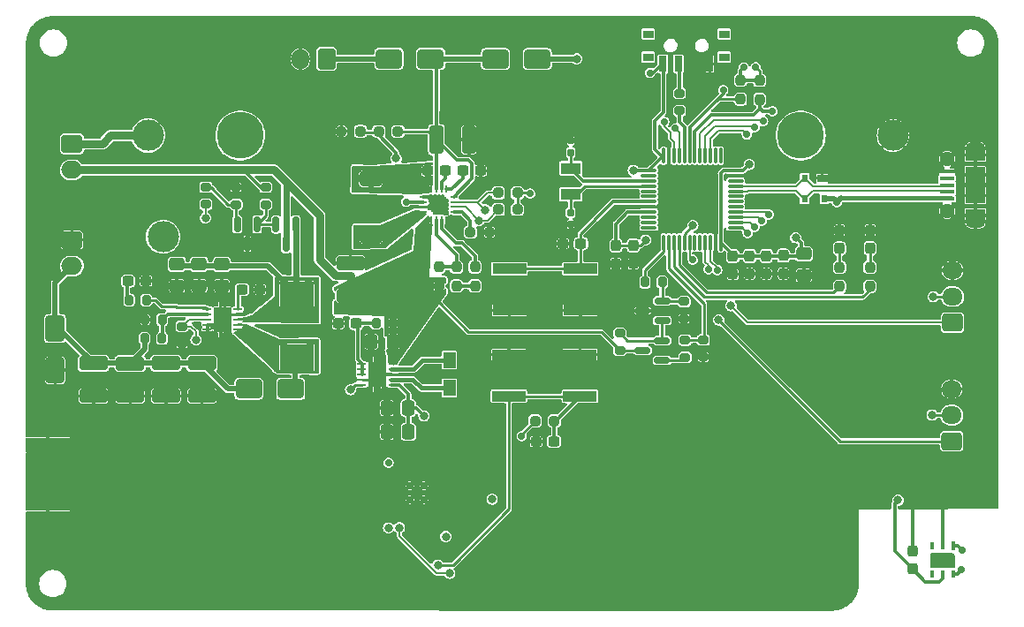
<source format=gtl>
G04 #@! TF.GenerationSoftware,KiCad,Pcbnew,7.0.11-2.fc39*
G04 #@! TF.CreationDate,2024-05-02T20:43:30+03:00*
G04 #@! TF.ProjectId,mainboard_v1.1,6d61696e-626f-4617-9264-5f76312e312e,rev?*
G04 #@! TF.SameCoordinates,Original*
G04 #@! TF.FileFunction,Copper,L1,Top*
G04 #@! TF.FilePolarity,Positive*
%FSLAX46Y46*%
G04 Gerber Fmt 4.6, Leading zero omitted, Abs format (unit mm)*
G04 Created by KiCad (PCBNEW 7.0.11-2.fc39) date 2024-05-02 20:43:30*
%MOMM*%
%LPD*%
G01*
G04 APERTURE LIST*
G04 Aperture macros list*
%AMRoundRect*
0 Rectangle with rounded corners*
0 $1 Rounding radius*
0 $2 $3 $4 $5 $6 $7 $8 $9 X,Y pos of 4 corners*
0 Add a 4 corners polygon primitive as box body*
4,1,4,$2,$3,$4,$5,$6,$7,$8,$9,$2,$3,0*
0 Add four circle primitives for the rounded corners*
1,1,$1+$1,$2,$3*
1,1,$1+$1,$4,$5*
1,1,$1+$1,$6,$7*
1,1,$1+$1,$8,$9*
0 Add four rect primitives between the rounded corners*
20,1,$1+$1,$2,$3,$4,$5,0*
20,1,$1+$1,$4,$5,$6,$7,0*
20,1,$1+$1,$6,$7,$8,$9,0*
20,1,$1+$1,$8,$9,$2,$3,0*%
%AMFreePoly0*
4,1,21,-0.125000,1.200000,0.125000,1.200000,0.125000,1.700000,0.375000,1.700000,0.375000,1.200000,0.825000,1.200000,0.825000,-1.200000,0.375000,-1.200000,0.375000,-1.700000,0.125000,-1.700000,0.125000,-1.200000,-0.125000,-1.200000,-0.125000,-1.700000,-0.375000,-1.700000,-0.375000,-1.200000,-0.825000,-1.200000,-0.825000,1.200000,-0.375000,1.200000,-0.375000,1.700000,-0.125000,1.700000,
-0.125000,1.200000,-0.125000,1.200000,$1*%
G04 Aperture macros list end*
G04 #@! TA.AperFunction,EtchedComponent*
%ADD10C,0.200000*%
G04 #@! TD*
G04 #@! TA.AperFunction,SMDPad,CuDef*
%ADD11RoundRect,0.060000X0.350000X0.060000X-0.350000X0.060000X-0.350000X-0.060000X0.350000X-0.060000X0*%
G04 #@! TD*
G04 #@! TA.AperFunction,ComponentPad*
%ADD12C,0.700000*%
G04 #@! TD*
G04 #@! TA.AperFunction,SMDPad,CuDef*
%ADD13FreePoly0,180.000000*%
G04 #@! TD*
G04 #@! TA.AperFunction,SMDPad,CuDef*
%ADD14RoundRect,0.150000X0.587500X0.150000X-0.587500X0.150000X-0.587500X-0.150000X0.587500X-0.150000X0*%
G04 #@! TD*
G04 #@! TA.AperFunction,ComponentPad*
%ADD15RoundRect,0.250000X0.600000X0.750000X-0.600000X0.750000X-0.600000X-0.750000X0.600000X-0.750000X0*%
G04 #@! TD*
G04 #@! TA.AperFunction,ComponentPad*
%ADD16O,1.700000X2.000000*%
G04 #@! TD*
G04 #@! TA.AperFunction,SMDPad,CuDef*
%ADD17R,1.900000X1.100000*%
G04 #@! TD*
G04 #@! TA.AperFunction,SMDPad,CuDef*
%ADD18RoundRect,0.155000X-0.155000X0.212500X-0.155000X-0.212500X0.155000X-0.212500X0.155000X0.212500X0*%
G04 #@! TD*
G04 #@! TA.AperFunction,SMDPad,CuDef*
%ADD19RoundRect,0.250000X-1.100000X0.412500X-1.100000X-0.412500X1.100000X-0.412500X1.100000X0.412500X0*%
G04 #@! TD*
G04 #@! TA.AperFunction,SMDPad,CuDef*
%ADD20RoundRect,0.237500X-0.237500X0.300000X-0.237500X-0.300000X0.237500X-0.300000X0.237500X0.300000X0*%
G04 #@! TD*
G04 #@! TA.AperFunction,SMDPad,CuDef*
%ADD21RoundRect,0.250000X-1.000000X-0.650000X1.000000X-0.650000X1.000000X0.650000X-1.000000X0.650000X0*%
G04 #@! TD*
G04 #@! TA.AperFunction,SMDPad,CuDef*
%ADD22RoundRect,0.200000X-0.200000X-0.275000X0.200000X-0.275000X0.200000X0.275000X-0.200000X0.275000X0*%
G04 #@! TD*
G04 #@! TA.AperFunction,SMDPad,CuDef*
%ADD23RoundRect,0.200000X0.275000X-0.200000X0.275000X0.200000X-0.275000X0.200000X-0.275000X-0.200000X0*%
G04 #@! TD*
G04 #@! TA.AperFunction,SMDPad,CuDef*
%ADD24RoundRect,0.250000X0.337500X0.475000X-0.337500X0.475000X-0.337500X-0.475000X0.337500X-0.475000X0*%
G04 #@! TD*
G04 #@! TA.AperFunction,SMDPad,CuDef*
%ADD25RoundRect,0.237500X-0.300000X-0.237500X0.300000X-0.237500X0.300000X0.237500X-0.300000X0.237500X0*%
G04 #@! TD*
G04 #@! TA.AperFunction,SMDPad,CuDef*
%ADD26RoundRect,0.250000X-0.475000X0.337500X-0.475000X-0.337500X0.475000X-0.337500X0.475000X0.337500X0*%
G04 #@! TD*
G04 #@! TA.AperFunction,SMDPad,CuDef*
%ADD27RoundRect,0.375000X-0.725000X0.375000X-0.725000X-0.375000X0.725000X-0.375000X0.725000X0.375000X0*%
G04 #@! TD*
G04 #@! TA.AperFunction,SMDPad,CuDef*
%ADD28R,0.250000X0.700000*%
G04 #@! TD*
G04 #@! TA.AperFunction,SMDPad,CuDef*
%ADD29R,0.700000X0.250000*%
G04 #@! TD*
G04 #@! TA.AperFunction,SMDPad,CuDef*
%ADD30R,0.362500X0.362500*%
G04 #@! TD*
G04 #@! TA.AperFunction,SMDPad,CuDef*
%ADD31RoundRect,0.150000X-0.150000X0.587500X-0.150000X-0.587500X0.150000X-0.587500X0.150000X0.587500X0*%
G04 #@! TD*
G04 #@! TA.AperFunction,SMDPad,CuDef*
%ADD32R,3.200000X1.000000*%
G04 #@! TD*
G04 #@! TA.AperFunction,SMDPad,CuDef*
%ADD33RoundRect,0.237500X0.300000X0.237500X-0.300000X0.237500X-0.300000X-0.237500X0.300000X-0.237500X0*%
G04 #@! TD*
G04 #@! TA.AperFunction,SMDPad,CuDef*
%ADD34RoundRect,0.237500X-0.237500X0.287500X-0.237500X-0.287500X0.237500X-0.287500X0.237500X0.287500X0*%
G04 #@! TD*
G04 #@! TA.AperFunction,SMDPad,CuDef*
%ADD35RoundRect,0.237500X0.250000X0.237500X-0.250000X0.237500X-0.250000X-0.237500X0.250000X-0.237500X0*%
G04 #@! TD*
G04 #@! TA.AperFunction,SMDPad,CuDef*
%ADD36R,0.400000X0.860000*%
G04 #@! TD*
G04 #@! TA.AperFunction,SMDPad,CuDef*
%ADD37R,0.400000X0.800000*%
G04 #@! TD*
G04 #@! TA.AperFunction,SMDPad,CuDef*
%ADD38RoundRect,0.250000X1.100000X-0.412500X1.100000X0.412500X-1.100000X0.412500X-1.100000X-0.412500X0*%
G04 #@! TD*
G04 #@! TA.AperFunction,SMDPad,CuDef*
%ADD39RoundRect,0.250000X1.000000X0.650000X-1.000000X0.650000X-1.000000X-0.650000X1.000000X-0.650000X0*%
G04 #@! TD*
G04 #@! TA.AperFunction,SMDPad,CuDef*
%ADD40R,1.200000X1.500000*%
G04 #@! TD*
G04 #@! TA.AperFunction,SMDPad,CuDef*
%ADD41RoundRect,0.237500X-0.237500X0.250000X-0.237500X-0.250000X0.237500X-0.250000X0.237500X0.250000X0*%
G04 #@! TD*
G04 #@! TA.AperFunction,SMDPad,CuDef*
%ADD42RoundRect,0.075000X-0.662500X-0.075000X0.662500X-0.075000X0.662500X0.075000X-0.662500X0.075000X0*%
G04 #@! TD*
G04 #@! TA.AperFunction,SMDPad,CuDef*
%ADD43RoundRect,0.075000X-0.075000X-0.662500X0.075000X-0.662500X0.075000X0.662500X-0.075000X0.662500X0*%
G04 #@! TD*
G04 #@! TA.AperFunction,SMDPad,CuDef*
%ADD44RoundRect,0.060000X-0.350000X-0.060000X0.350000X-0.060000X0.350000X0.060000X-0.350000X0.060000X0*%
G04 #@! TD*
G04 #@! TA.AperFunction,SMDPad,CuDef*
%ADD45FreePoly0,0.000000*%
G04 #@! TD*
G04 #@! TA.AperFunction,SMDPad,CuDef*
%ADD46RoundRect,0.237500X0.237500X-0.250000X0.237500X0.250000X-0.237500X0.250000X-0.237500X-0.250000X0*%
G04 #@! TD*
G04 #@! TA.AperFunction,SMDPad,CuDef*
%ADD47RoundRect,0.237500X-0.250000X-0.237500X0.250000X-0.237500X0.250000X0.237500X-0.250000X0.237500X0*%
G04 #@! TD*
G04 #@! TA.AperFunction,ComponentPad*
%ADD48RoundRect,0.250000X-0.750000X0.600000X-0.750000X-0.600000X0.750000X-0.600000X0.750000X0.600000X0*%
G04 #@! TD*
G04 #@! TA.AperFunction,ComponentPad*
%ADD49O,2.000000X1.700000*%
G04 #@! TD*
G04 #@! TA.AperFunction,SMDPad,CuDef*
%ADD50RoundRect,0.250000X-0.650000X1.000000X-0.650000X-1.000000X0.650000X-1.000000X0.650000X1.000000X0*%
G04 #@! TD*
G04 #@! TA.AperFunction,SMDPad,CuDef*
%ADD51RoundRect,0.200000X0.200000X0.275000X-0.200000X0.275000X-0.200000X-0.275000X0.200000X-0.275000X0*%
G04 #@! TD*
G04 #@! TA.AperFunction,SMDPad,CuDef*
%ADD52R,1.350000X0.400000*%
G04 #@! TD*
G04 #@! TA.AperFunction,ComponentPad*
%ADD53O,1.900000X1.200000*%
G04 #@! TD*
G04 #@! TA.AperFunction,SMDPad,CuDef*
%ADD54R,1.900000X1.200000*%
G04 #@! TD*
G04 #@! TA.AperFunction,ComponentPad*
%ADD55C,1.450000*%
G04 #@! TD*
G04 #@! TA.AperFunction,SMDPad,CuDef*
%ADD56R,1.900000X1.500000*%
G04 #@! TD*
G04 #@! TA.AperFunction,ComponentPad*
%ADD57RoundRect,0.250000X0.725000X-0.600000X0.725000X0.600000X-0.725000X0.600000X-0.725000X-0.600000X0*%
G04 #@! TD*
G04 #@! TA.AperFunction,ComponentPad*
%ADD58O,1.950000X1.700000*%
G04 #@! TD*
G04 #@! TA.AperFunction,SMDPad,CuDef*
%ADD59R,1.000000X0.800000*%
G04 #@! TD*
G04 #@! TA.AperFunction,SMDPad,CuDef*
%ADD60R,0.700000X1.500000*%
G04 #@! TD*
G04 #@! TA.AperFunction,SMDPad,CuDef*
%ADD61RoundRect,0.200000X-0.275000X0.200000X-0.275000X-0.200000X0.275000X-0.200000X0.275000X0.200000X0*%
G04 #@! TD*
G04 #@! TA.AperFunction,SMDPad,CuDef*
%ADD62RoundRect,0.155000X0.155000X-0.212500X0.155000X0.212500X-0.155000X0.212500X-0.155000X-0.212500X0*%
G04 #@! TD*
G04 #@! TA.AperFunction,SMDPad,CuDef*
%ADD63R,1.000000X0.700000*%
G04 #@! TD*
G04 #@! TA.AperFunction,SMDPad,CuDef*
%ADD64R,0.600000X0.700000*%
G04 #@! TD*
G04 #@! TA.AperFunction,SMDPad,CuDef*
%ADD65R,3.250000X2.500000*%
G04 #@! TD*
G04 #@! TA.AperFunction,SMDPad,CuDef*
%ADD66RoundRect,0.250000X-0.412500X-1.100000X0.412500X-1.100000X0.412500X1.100000X-0.412500X1.100000X0*%
G04 #@! TD*
G04 #@! TA.AperFunction,WasherPad*
%ADD67C,4.500000*%
G04 #@! TD*
G04 #@! TA.AperFunction,WasherPad*
%ADD68C,3.000000*%
G04 #@! TD*
G04 #@! TA.AperFunction,ComponentPad*
%ADD69C,3.000000*%
G04 #@! TD*
G04 #@! TA.AperFunction,SMDPad,CuDef*
%ADD70R,4.200000X1.350000*%
G04 #@! TD*
G04 #@! TA.AperFunction,ViaPad*
%ADD71C,0.700000*%
G04 #@! TD*
G04 #@! TA.AperFunction,ViaPad*
%ADD72C,0.800000*%
G04 #@! TD*
G04 #@! TA.AperFunction,Conductor*
%ADD73C,0.300000*%
G04 #@! TD*
G04 #@! TA.AperFunction,Conductor*
%ADD74C,0.250000*%
G04 #@! TD*
G04 #@! TA.AperFunction,Conductor*
%ADD75C,0.800000*%
G04 #@! TD*
G04 #@! TA.AperFunction,Conductor*
%ADD76C,0.600000*%
G04 #@! TD*
G04 #@! TA.AperFunction,Conductor*
%ADD77C,0.500000*%
G04 #@! TD*
G04 #@! TA.AperFunction,Conductor*
%ADD78C,0.350000*%
G04 #@! TD*
G04 #@! TA.AperFunction,Conductor*
%ADD79C,0.450000*%
G04 #@! TD*
G04 #@! TA.AperFunction,Conductor*
%ADD80C,0.200000*%
G04 #@! TD*
G04 #@! TA.AperFunction,Conductor*
%ADD81C,0.400000*%
G04 #@! TD*
G04 #@! TA.AperFunction,Conductor*
%ADD82C,0.170000*%
G04 #@! TD*
G04 APERTURE END LIST*
D10*
X215237969Y-86627969D02*
X215430000Y-86820000D01*
X215430000Y-87910000D01*
X213240000Y-87910000D01*
X213240000Y-86610000D01*
X215237969Y-86627969D01*
G04 #@! TA.AperFunction,EtchedComponent*
G36*
X215237969Y-86627969D02*
G01*
X215430000Y-86820000D01*
X215430000Y-87910000D01*
X213240000Y-87910000D01*
X213240000Y-86610000D01*
X215237969Y-86627969D01*
G37*
G04 #@! TD.AperFunction*
D11*
X161666250Y-70463750D03*
X161666250Y-69963750D03*
X161666250Y-69463750D03*
X161666250Y-68963750D03*
X161666250Y-68463750D03*
X158646250Y-68463750D03*
X158646250Y-68963750D03*
X158646250Y-69463750D03*
X158646250Y-69963750D03*
X158646250Y-70463750D03*
D12*
X160166250Y-69483750D03*
D13*
X160156250Y-69463750D03*
D14*
X187467500Y-68110000D03*
X187467500Y-66210000D03*
X185592500Y-67160000D03*
D15*
X155300000Y-39200000D03*
D16*
X152800000Y-39200000D03*
D17*
X178720000Y-49700000D03*
X178720000Y-52200000D03*
D18*
X178690000Y-53952500D03*
X178690000Y-55087500D03*
D19*
X132980000Y-68397500D03*
X132980000Y-71522500D03*
D20*
X199086250Y-58073750D03*
X199086250Y-59798750D03*
D21*
X171500000Y-39210000D03*
X175500000Y-39210000D03*
D22*
X185825000Y-60610000D03*
X187475000Y-60610000D03*
D23*
X143740000Y-53155000D03*
X143740000Y-51505000D03*
D24*
X163137500Y-72680000D03*
X161062500Y-72680000D03*
D25*
X147217500Y-61320000D03*
X148942500Y-61320000D03*
D26*
X145273750Y-58888750D03*
X145273750Y-60963750D03*
D25*
X175387500Y-75890000D03*
X177112500Y-75890000D03*
D27*
X159557500Y-50690000D03*
X159557500Y-56190000D03*
D28*
X166806250Y-51713750D03*
X166306250Y-51713750D03*
X165806250Y-51713750D03*
X165306250Y-51713750D03*
D29*
X164606250Y-52413750D03*
X164606250Y-52913750D03*
X164606250Y-53413750D03*
X164606250Y-53913750D03*
D28*
X165306250Y-54613750D03*
X165806250Y-54613750D03*
X166306250Y-54613750D03*
X166806250Y-54613750D03*
D29*
X167506250Y-53913750D03*
X167506250Y-53413750D03*
X167506250Y-52913750D03*
X167506250Y-52413750D03*
D30*
X166600000Y-52620000D03*
X166237500Y-52620000D03*
X165875000Y-52620000D03*
X165512500Y-52620000D03*
X166600000Y-52982500D03*
X166237500Y-52982500D03*
X165875000Y-52982500D03*
X165512500Y-52982500D03*
X166600000Y-53345000D03*
X166237500Y-53345000D03*
X165875000Y-53345000D03*
X165512500Y-53345000D03*
X166600000Y-53707500D03*
X166237500Y-53707500D03*
X165875000Y-53707500D03*
X165512500Y-53707500D03*
D20*
X183036250Y-57113750D03*
X183036250Y-58838750D03*
D23*
X183417500Y-67155000D03*
X183417500Y-65505000D03*
D31*
X152360000Y-55082500D03*
X150460000Y-55082500D03*
X151410000Y-56957500D03*
D32*
X179630000Y-63310000D03*
X172830000Y-63310000D03*
X179630000Y-59310000D03*
X172830000Y-59310000D03*
D33*
X179682500Y-56910000D03*
X177957500Y-56910000D03*
D34*
X204470000Y-55635000D03*
X204470000Y-57385000D03*
D35*
X173592500Y-52060000D03*
X171767500Y-52060000D03*
D33*
X166682500Y-49930000D03*
X164957500Y-49930000D03*
D19*
X136490000Y-68407500D03*
X136490000Y-71532500D03*
D36*
X215340000Y-85910000D03*
D37*
X214340000Y-85910000D03*
X213340000Y-85910000D03*
X213340000Y-88610000D03*
X214340000Y-88610000D03*
X215340000Y-88610000D03*
D38*
X157590000Y-61902500D03*
X157590000Y-58777500D03*
D39*
X165277500Y-39200000D03*
X161277500Y-39200000D03*
D35*
X173592500Y-53640000D03*
X171767500Y-53640000D03*
D40*
X167086250Y-70773750D03*
X167086250Y-68073750D03*
D21*
X147870000Y-70840000D03*
X151870000Y-70840000D03*
D41*
X194982500Y-41237500D03*
X194982500Y-43062500D03*
D20*
X197446250Y-58093750D03*
X197446250Y-59818750D03*
D35*
X162147500Y-46170000D03*
X160322500Y-46170000D03*
D14*
X187482500Y-64300000D03*
X187482500Y-62400000D03*
X185607500Y-63350000D03*
D42*
X186187500Y-49900000D03*
X186187500Y-50400000D03*
X186187500Y-50900000D03*
X186187500Y-51400000D03*
X186187500Y-51900000D03*
X186187500Y-52400000D03*
X186187500Y-52900000D03*
X186187500Y-53400000D03*
X186187500Y-53900000D03*
X186187500Y-54400000D03*
X186187500Y-54900000D03*
X186187500Y-55400000D03*
D43*
X187600000Y-56812500D03*
X188100000Y-56812500D03*
X188600000Y-56812500D03*
X189100000Y-56812500D03*
X189600000Y-56812500D03*
X190100000Y-56812500D03*
X190600000Y-56812500D03*
X191100000Y-56812500D03*
X191600000Y-56812500D03*
X192100000Y-56812500D03*
X192600000Y-56812500D03*
X193100000Y-56812500D03*
D42*
X194512500Y-55400000D03*
X194512500Y-54900000D03*
X194512500Y-54400000D03*
X194512500Y-53900000D03*
X194512500Y-53400000D03*
X194512500Y-52900000D03*
X194512500Y-52400000D03*
X194512500Y-51900000D03*
X194512500Y-51400000D03*
X194512500Y-50900000D03*
X194512500Y-50400000D03*
X194512500Y-49900000D03*
D43*
X193100000Y-48487500D03*
X192600000Y-48487500D03*
X192100000Y-48487500D03*
X191600000Y-48487500D03*
X191100000Y-48487500D03*
X190600000Y-48487500D03*
X190100000Y-48487500D03*
X189600000Y-48487500D03*
X189100000Y-48487500D03*
X188600000Y-48487500D03*
X188100000Y-48487500D03*
X187600000Y-48487500D03*
D44*
X143806250Y-63183750D03*
X143806250Y-63683750D03*
X143806250Y-64183750D03*
X143806250Y-64683750D03*
X143806250Y-65183750D03*
X146826250Y-65183750D03*
X146826250Y-64683750D03*
X146826250Y-64183750D03*
X146826250Y-63683750D03*
X146826250Y-63183750D03*
D12*
X145306250Y-64163750D03*
D45*
X145316250Y-64183750D03*
D41*
X196812500Y-41267500D03*
X196812500Y-43092500D03*
X167756250Y-59161250D03*
X167756250Y-60986250D03*
D25*
X136292500Y-60500000D03*
X138017500Y-60500000D03*
D34*
X207400000Y-55622500D03*
X207400000Y-57372500D03*
D46*
X204470000Y-61012500D03*
X204470000Y-59187500D03*
D47*
X169097500Y-55810000D03*
X170922500Y-55810000D03*
D20*
X211450000Y-86387500D03*
X211450000Y-88112500D03*
D48*
X130910000Y-56570000D03*
D49*
X130910000Y-59070000D03*
D24*
X163147500Y-74970000D03*
X161072500Y-74970000D03*
D50*
X129290000Y-65060000D03*
X129290000Y-69060000D03*
D48*
X130900000Y-47360000D03*
D49*
X130900000Y-49860000D03*
D46*
X207380000Y-61007500D03*
X207380000Y-59182500D03*
D20*
X194236250Y-58122750D03*
X194236250Y-59847750D03*
D26*
X140970000Y-58892500D03*
X140970000Y-60967500D03*
D51*
X161691250Y-64513750D03*
X160041250Y-64513750D03*
D52*
X214777500Y-52610000D03*
X214777500Y-51960000D03*
X214777500Y-51310000D03*
X214777500Y-50660000D03*
X214777500Y-50010000D03*
D53*
X217477500Y-54810000D03*
D54*
X217477500Y-54210000D03*
D55*
X214777500Y-53810000D03*
D56*
X217477500Y-52310000D03*
X217477500Y-50310000D03*
D55*
X214777500Y-48810000D03*
D54*
X217477500Y-48410000D03*
D53*
X217477500Y-47810000D03*
D31*
X148650000Y-55062500D03*
X146750000Y-55062500D03*
X147700000Y-56937500D03*
D57*
X215220000Y-75860000D03*
D58*
X215220000Y-73360000D03*
X215220000Y-70860000D03*
D20*
X195846250Y-58093750D03*
X195846250Y-59818750D03*
D47*
X175297500Y-73910000D03*
X177122500Y-73910000D03*
D26*
X143100000Y-58892500D03*
X143100000Y-60967500D03*
D51*
X138040000Y-62340000D03*
X136390000Y-62340000D03*
D26*
X201040000Y-57888750D03*
X201040000Y-59963750D03*
D59*
X193430000Y-39040000D03*
X193430000Y-36830000D03*
X186130000Y-39040000D03*
X186130000Y-36830000D03*
D60*
X192030000Y-39690000D03*
X189030000Y-39690000D03*
X187530000Y-39690000D03*
D61*
X149480000Y-51515000D03*
X149480000Y-53165000D03*
D46*
X169526250Y-60966250D03*
X169526250Y-59141250D03*
D20*
X184706250Y-57106250D03*
X184706250Y-58831250D03*
D24*
X161687500Y-66320000D03*
X159612500Y-66320000D03*
D51*
X139568750Y-64213750D03*
X137918750Y-64213750D03*
D25*
X168367500Y-49930000D03*
X170092500Y-49930000D03*
D23*
X189570000Y-64125000D03*
X189570000Y-62475000D03*
D35*
X158557500Y-46150000D03*
X156732500Y-46150000D03*
D62*
X178720000Y-48197500D03*
X178720000Y-47062500D03*
D32*
X179580000Y-71560000D03*
X172780000Y-71560000D03*
X179580000Y-67560000D03*
X172780000Y-67560000D03*
D22*
X137878750Y-66003750D03*
X139528750Y-66003750D03*
D63*
X202810000Y-50640000D03*
D64*
X201110000Y-50640000D03*
X201110000Y-52640000D03*
X203010000Y-52640000D03*
D19*
X143370000Y-68387500D03*
X143370000Y-71512500D03*
D65*
X152450000Y-61820000D03*
X152450000Y-67820000D03*
D23*
X189660000Y-67825000D03*
X189660000Y-66175000D03*
D46*
X166066250Y-60986250D03*
X166066250Y-59161250D03*
D61*
X191420000Y-66147500D03*
X191420000Y-67797500D03*
D66*
X165827500Y-46950000D03*
X168952500Y-46950000D03*
D61*
X189132500Y-42520000D03*
X189132500Y-44170000D03*
D19*
X139930000Y-68397500D03*
X139930000Y-71522500D03*
D57*
X215295000Y-64490000D03*
D58*
X215295000Y-61990000D03*
X215295000Y-59490000D03*
D33*
X158152500Y-64580000D03*
X156427500Y-64580000D03*
D61*
X146640000Y-51525000D03*
X146640000Y-53175000D03*
X141453750Y-64863750D03*
X141453750Y-66513750D03*
D67*
X200746250Y-46553750D03*
X147046250Y-46553750D03*
D68*
X139646250Y-56253750D03*
D69*
X138196250Y-46553750D03*
X209596250Y-46553750D03*
D12*
X164631250Y-80128750D03*
X163281250Y-80128750D03*
X164631250Y-81478750D03*
X163281250Y-81478750D03*
D70*
X128592500Y-81865000D03*
X128592500Y-76215000D03*
D71*
X155506250Y-48133750D03*
D72*
X144000000Y-73050000D03*
D71*
X148093750Y-63093750D03*
D72*
X128560000Y-77510000D03*
X152760000Y-37340000D03*
D71*
X167140000Y-62590000D03*
D72*
X182670000Y-54010000D03*
X150930000Y-39140000D03*
D71*
X143946250Y-66123750D03*
D72*
X155890000Y-73050000D03*
D71*
X163360000Y-45190000D03*
X184190000Y-61610000D03*
X193430000Y-40270000D03*
X184440000Y-47490000D03*
X198340000Y-61010000D03*
X130870000Y-54740000D03*
X167229665Y-42798741D03*
X127580000Y-69420000D03*
X154250000Y-65320000D03*
D72*
X162218750Y-77531250D03*
D71*
X161410000Y-57640000D03*
D72*
X168980000Y-84930000D03*
X213380000Y-70950000D03*
X159550000Y-85540000D03*
X182840000Y-36970000D03*
D71*
X153240000Y-44770000D03*
X139420000Y-61350000D03*
D72*
X159590000Y-86800000D03*
X151810000Y-73030000D03*
X169510000Y-51480000D03*
D71*
X184410000Y-55350000D03*
D72*
X139830000Y-73050000D03*
X152030000Y-82700000D03*
X131750000Y-73080000D03*
D71*
X205980000Y-55475000D03*
D72*
X153120000Y-84450000D03*
X214050000Y-81490000D03*
X214080000Y-49740000D03*
X127450000Y-86930000D03*
X196716250Y-49816250D03*
X139700000Y-86890000D03*
X165326750Y-77523750D03*
X159550000Y-74790000D03*
X211170000Y-81520000D03*
X135660000Y-73050000D03*
X131350000Y-81790000D03*
D71*
X132870000Y-56520000D03*
X136376250Y-64233750D03*
X190522500Y-39170000D03*
X181170000Y-52620000D03*
D72*
X128600000Y-74870000D03*
X141530000Y-82750000D03*
D71*
X128890000Y-56530000D03*
D72*
X167820000Y-55810000D03*
X171150000Y-80170000D03*
X145130000Y-82050000D03*
D71*
X177280000Y-48260000D03*
X182440000Y-47490000D03*
X202910000Y-49510000D03*
D72*
X127860000Y-73040000D03*
X193086250Y-58356250D03*
D71*
X164440000Y-69390000D03*
D72*
X159480000Y-73010000D03*
D71*
X164540000Y-42790000D03*
X164740000Y-66190000D03*
D72*
X155890000Y-86890000D03*
X170970000Y-57010000D03*
D71*
X213480000Y-59370000D03*
D72*
X147850000Y-73050000D03*
X151870000Y-86870000D03*
D71*
X163696250Y-77103750D03*
D72*
X135490000Y-86850000D03*
X157720000Y-77350000D03*
D71*
X195190000Y-61010000D03*
D72*
X187482500Y-46640000D03*
X128580000Y-80530000D03*
X148020000Y-86930000D03*
X143660000Y-86890000D03*
X152700000Y-41410000D03*
X159590000Y-76270000D03*
X131530000Y-86890000D03*
D71*
X181220000Y-49880000D03*
D72*
X131410000Y-76210000D03*
X128560000Y-83240000D03*
D71*
X180140000Y-47490000D03*
X162270000Y-53650000D03*
X159040000Y-71490000D03*
X166237500Y-52982500D03*
D72*
X160216250Y-84213750D03*
X165980000Y-87730000D03*
D71*
X174000000Y-75380000D03*
D72*
X164640000Y-73440000D03*
D71*
X195302500Y-40030000D03*
X174810000Y-52120000D03*
X186290000Y-40550000D03*
D72*
X200266250Y-56346250D03*
D71*
X196436250Y-39996250D03*
D72*
X185886250Y-56586250D03*
X195812500Y-49320000D03*
X213440000Y-62010000D03*
X210070000Y-81520000D03*
D71*
X161246250Y-77933750D03*
D72*
X184712500Y-49900000D03*
X213340000Y-73360000D03*
X171176250Y-81413750D03*
X157616250Y-70913750D03*
X179280000Y-39210000D03*
D71*
X204220000Y-52950000D03*
D72*
X194060000Y-62870000D03*
D71*
X190410000Y-58470000D03*
X216203750Y-86326250D03*
X193322500Y-42190000D03*
X216163750Y-88206250D03*
X198020000Y-44220000D03*
X195570000Y-46460000D03*
D72*
X170520000Y-53690000D03*
D71*
X196350000Y-45770000D03*
D72*
X169920000Y-54690000D03*
D71*
X197150000Y-45180000D03*
D72*
X142796250Y-66153750D03*
X143700000Y-54460000D03*
D71*
X162946250Y-52923750D03*
D72*
X161975000Y-48750000D03*
D71*
X188740000Y-45870000D03*
X187670000Y-45240000D03*
X191913945Y-59373995D03*
X192750000Y-59450000D03*
X197000000Y-54730000D03*
X197690000Y-54130000D03*
D72*
X162286250Y-84163750D03*
D71*
X196310000Y-55340000D03*
D72*
X167110000Y-88520000D03*
X161246250Y-84173750D03*
D71*
X195660000Y-55910000D03*
D72*
X166734055Y-85005945D03*
X190410000Y-55170000D03*
X192880000Y-64220000D03*
D73*
X158756250Y-69463750D02*
X158756250Y-68816250D01*
X158358750Y-64553750D02*
X160051250Y-64553750D01*
X158756250Y-68816250D02*
X158730000Y-68790000D01*
X158730000Y-68790000D02*
X158730000Y-68437500D01*
X158730000Y-68437500D02*
X158308750Y-68016250D01*
X158308750Y-68016250D02*
X158308750Y-64603750D01*
X158308750Y-64603750D02*
X158358750Y-64553750D01*
D74*
X187467500Y-68110000D02*
X189375000Y-68110000D01*
X189375000Y-68110000D02*
X189660000Y-67825000D01*
X161666250Y-68463750D02*
X161666250Y-66341250D01*
X161666250Y-66341250D02*
X161687500Y-66320000D01*
X161666250Y-69463750D02*
X164366250Y-69463750D01*
X164366250Y-69463750D02*
X164440000Y-69390000D01*
X161666250Y-69463750D02*
X161556250Y-69463750D01*
X181652500Y-65390000D02*
X183417500Y-67155000D01*
D75*
X157590000Y-59980000D02*
X157590000Y-61902500D01*
D74*
X168920000Y-65390000D02*
X181652500Y-65390000D01*
X148975000Y-51515000D02*
X149480000Y-51515000D01*
D75*
X154630000Y-58454156D02*
X156155844Y-59980000D01*
X147320000Y-49860000D02*
X150290000Y-49860000D01*
D74*
X157507500Y-61820000D02*
X157590000Y-61902500D01*
X166066250Y-62536250D02*
X168920000Y-65390000D01*
X147320000Y-49860000D02*
X148975000Y-51515000D01*
D75*
X156155844Y-59980000D02*
X157590000Y-59980000D01*
D76*
X151410000Y-51350000D02*
X151410000Y-56957500D01*
D74*
X185587500Y-67155000D02*
X185592500Y-67160000D01*
D75*
X154630000Y-54200000D02*
X154630000Y-58454156D01*
D74*
X166066250Y-60986250D02*
X166066250Y-62536250D01*
D75*
X150290000Y-49860000D02*
X154630000Y-54200000D01*
X130900000Y-49860000D02*
X147320000Y-49860000D01*
D74*
X183417500Y-67155000D02*
X185587500Y-67155000D01*
D73*
X161556250Y-69463750D02*
X160731250Y-69463750D01*
X148093750Y-63093750D02*
X147503750Y-63683750D01*
D74*
X145786250Y-63683750D02*
X145306250Y-64163750D01*
D73*
X214340000Y-81780000D02*
X214340000Y-85910000D01*
D74*
X196132500Y-50400000D02*
X196716250Y-49816250D01*
D77*
X145261250Y-60776250D02*
X145273750Y-60788750D01*
D73*
X188100000Y-47733810D02*
X187482500Y-47116310D01*
D74*
X164606250Y-53413750D02*
X163325992Y-53413750D01*
D73*
X165306250Y-52413750D02*
X165403750Y-52511250D01*
D74*
X194512500Y-50400000D02*
X196132500Y-50400000D01*
X165443750Y-53413750D02*
X165512500Y-53345000D01*
X166806250Y-54613750D02*
X166806250Y-54796250D01*
D73*
X214050000Y-81490000D02*
X214340000Y-81780000D01*
X143946250Y-65213750D02*
X143916250Y-65183750D01*
D74*
X215220000Y-70860000D02*
X213470000Y-70860000D01*
X163325992Y-53413750D02*
X163089742Y-53650000D01*
D77*
X141683750Y-60776250D02*
X145261250Y-60776250D01*
D74*
X164606250Y-53413750D02*
X165443750Y-53413750D01*
D73*
X143946250Y-66123750D02*
X143946250Y-65213750D01*
D74*
X146826250Y-63683750D02*
X145786250Y-63683750D01*
X166806250Y-54796250D02*
X167820000Y-55810000D01*
X160156250Y-69463750D02*
X159656250Y-69963750D01*
D73*
X192600000Y-57870000D02*
X192600000Y-56812500D01*
X211170000Y-81520000D02*
X211450000Y-81800000D01*
X187482500Y-47116310D02*
X187482500Y-46640000D01*
D74*
X159656250Y-69963750D02*
X158756250Y-69963750D01*
X213470000Y-70860000D02*
X213380000Y-70950000D01*
D73*
X147503750Y-63683750D02*
X146716250Y-63683750D01*
D74*
X163089742Y-53650000D02*
X162270000Y-53650000D01*
D73*
X144816250Y-64683750D02*
X145316250Y-64183750D01*
X211450000Y-81800000D02*
X211450000Y-86387500D01*
X182670000Y-54010000D02*
X183280000Y-53400000D01*
X164606250Y-52413750D02*
X165306250Y-52413750D01*
X143916250Y-64683750D02*
X144816250Y-64683750D01*
X188100000Y-48487500D02*
X188100000Y-47733810D01*
X143916250Y-65183750D02*
X143916250Y-64683750D01*
X183280000Y-53400000D02*
X186187500Y-53400000D01*
X193086250Y-58356250D02*
X192600000Y-57870000D01*
D74*
X172780000Y-71560000D02*
X179580000Y-71560000D01*
X167430000Y-87730000D02*
X165980000Y-87730000D01*
D73*
X177230000Y-73910000D02*
X179580000Y-71560000D01*
D74*
X172780000Y-82360000D02*
X172790000Y-82370000D01*
D73*
X177122500Y-73910000D02*
X177230000Y-73910000D01*
D74*
X172790000Y-82370000D02*
X167430000Y-87730000D01*
D73*
X177122500Y-73910000D02*
X177122500Y-75880000D01*
X177122500Y-75880000D02*
X177112500Y-75890000D01*
D74*
X172780000Y-71560000D02*
X172780000Y-82360000D01*
X174000000Y-75207500D02*
X175297500Y-73910000D01*
D73*
X200266250Y-56346250D02*
X200766250Y-56846250D01*
X184165000Y-53900000D02*
X186187500Y-53900000D01*
D74*
X185366250Y-57106250D02*
X185886250Y-56586250D01*
D73*
X195232500Y-49900000D02*
X194512500Y-49900000D01*
X193100000Y-50192500D02*
X193392500Y-49900000D01*
X187600000Y-48492500D02*
X187600000Y-48487500D01*
D74*
X186540000Y-40550000D02*
X187542500Y-39547500D01*
X215220000Y-73360000D02*
X213340000Y-73360000D01*
X215295000Y-61990000D02*
X213460000Y-61990000D01*
D73*
X184712500Y-49900000D02*
X186187500Y-49900000D01*
X193392500Y-49900000D02*
X194512500Y-49900000D01*
X163137500Y-71347500D02*
X163137500Y-72680000D01*
X186187500Y-49900000D02*
X186192500Y-49900000D01*
X184165000Y-53900000D02*
X183036250Y-55028750D01*
X212697500Y-89360000D02*
X211450000Y-88112500D01*
X194215250Y-58438750D02*
X194236250Y-58417750D01*
D74*
X184706250Y-57106250D02*
X185366250Y-57106250D01*
D73*
X200766250Y-56846250D02*
X200766250Y-58063750D01*
D74*
X174000000Y-75380000D02*
X174000000Y-75207500D01*
D73*
X163137500Y-72680000D02*
X163880000Y-72680000D01*
D74*
X196456250Y-40016250D02*
X196456250Y-40036250D01*
D73*
X187542500Y-39090000D02*
X187530000Y-39102500D01*
X214340000Y-88610000D02*
X214340000Y-89010000D01*
X193100000Y-56812500D02*
X193100000Y-50192500D01*
X186772500Y-47890000D02*
X187370000Y-48487500D01*
X209750000Y-81840000D02*
X209750000Y-86412500D01*
D74*
X173592500Y-53640000D02*
X173592500Y-52060000D01*
D73*
X213990000Y-89360000D02*
X212697500Y-89360000D01*
X187530000Y-39102500D02*
X187530000Y-39690000D01*
D74*
X196456250Y-40036250D02*
X196812500Y-40392500D01*
D73*
X187600000Y-39760000D02*
X187600000Y-44310000D01*
X162253750Y-70463750D02*
X163137500Y-71347500D01*
X214340000Y-89010000D02*
X213990000Y-89360000D01*
X210070000Y-81520000D02*
X209750000Y-81840000D01*
X194236250Y-58417750D02*
X194236250Y-57948750D01*
D74*
X184706250Y-57106250D02*
X183043750Y-57106250D01*
D73*
X194239750Y-58126250D02*
X194236250Y-58122750D01*
X163147500Y-72690000D02*
X163137500Y-72680000D01*
X186772500Y-45137500D02*
X186772500Y-47890000D01*
X187530000Y-39690000D02*
X187600000Y-39760000D01*
X195302500Y-40030000D02*
X194982500Y-40350000D01*
X194982500Y-40350000D02*
X194982500Y-41237500D01*
X200766250Y-58063750D02*
X200703750Y-58126250D01*
X163147500Y-74970000D02*
X163147500Y-72690000D01*
D74*
X213460000Y-61990000D02*
X213440000Y-62010000D01*
D73*
X196782500Y-41237500D02*
X196812500Y-41267500D01*
X200703750Y-58126250D02*
X194239750Y-58126250D01*
D74*
X187542500Y-39547500D02*
X187542500Y-39090000D01*
X158756250Y-70463750D02*
X158066250Y-70463750D01*
X173592500Y-52060000D02*
X174750000Y-52060000D01*
X196812500Y-40392500D02*
X196812500Y-41267500D01*
X174750000Y-52060000D02*
X174810000Y-52120000D01*
X186290000Y-40550000D02*
X186540000Y-40550000D01*
D73*
X209750000Y-86412500D02*
X211450000Y-88112500D01*
X194982500Y-41237500D02*
X196782500Y-41237500D01*
X183036250Y-55028750D02*
X183036250Y-57113750D01*
X194236250Y-57948750D02*
X193100000Y-56812500D01*
X161556250Y-70463750D02*
X162253750Y-70463750D01*
D74*
X158066250Y-70463750D02*
X157616250Y-70913750D01*
D73*
X193100000Y-57487500D02*
X193100000Y-56812500D01*
D74*
X196436250Y-39996250D02*
X196456250Y-40016250D01*
X183043750Y-57106250D02*
X183036250Y-57113750D01*
D73*
X195812500Y-49320000D02*
X195232500Y-49900000D01*
X163880000Y-72680000D02*
X164640000Y-73440000D01*
X187370000Y-48487500D02*
X187600000Y-48487500D01*
X187600000Y-44310000D02*
X186772500Y-45137500D01*
X186192500Y-49900000D02*
X187600000Y-48492500D01*
D74*
X178720000Y-52200000D02*
X179270000Y-52200000D01*
X178720000Y-52200000D02*
X178720000Y-53922500D01*
X186187500Y-51400000D02*
X180070000Y-51400000D01*
X179270000Y-52200000D02*
X180070000Y-51400000D01*
X178720000Y-53922500D02*
X178690000Y-53952500D01*
D73*
X186187500Y-50900000D02*
X179920000Y-50900000D01*
D74*
X186187500Y-50900000D02*
X185450000Y-50900000D01*
D73*
X179920000Y-50900000D02*
X178720000Y-49700000D01*
D74*
X178720000Y-49700000D02*
X178720000Y-48197500D01*
D73*
X136187500Y-60242500D02*
X136187500Y-62225000D01*
D77*
X145822500Y-70840000D02*
X143370000Y-68387500D01*
X137791250Y-66091250D02*
X137878750Y-66003750D01*
X132990000Y-68387500D02*
X132980000Y-68397500D01*
X129290000Y-60690000D02*
X130910000Y-59070000D01*
X132980000Y-68397500D02*
X129290000Y-64707500D01*
X137878750Y-67018750D02*
X137878750Y-66003750D01*
X136490000Y-68407500D02*
X137878750Y-67018750D01*
X143370000Y-68387500D02*
X132990000Y-68387500D01*
X147870000Y-70840000D02*
X145822500Y-70840000D01*
X129290000Y-64560000D02*
X129290000Y-60690000D01*
X129290000Y-64707500D02*
X129290000Y-64560000D01*
D74*
X146826250Y-61711250D02*
X147217500Y-61320000D01*
X146826250Y-63183750D02*
X146826250Y-61711250D01*
D73*
X165828750Y-46948750D02*
X165828750Y-44120000D01*
D74*
X170990000Y-39200000D02*
X171000000Y-39210000D01*
D78*
X165828750Y-46951250D02*
X165828750Y-51691250D01*
X165828750Y-44120000D02*
X165828750Y-39461250D01*
D73*
X169230000Y-50690000D02*
X167506250Y-52413750D01*
D78*
X165827500Y-46950000D02*
X165828750Y-46951250D01*
D73*
X169230000Y-49250000D02*
X169230000Y-50690000D01*
D74*
X165047500Y-46170000D02*
X165827500Y-46950000D01*
D73*
X165828750Y-51691250D02*
X165806250Y-51713750D01*
X168870000Y-48890000D02*
X169230000Y-49250000D01*
D77*
X165828750Y-39461250D02*
X165567500Y-39200000D01*
D74*
X165707500Y-47070000D02*
X165827500Y-46950000D01*
D77*
X165777500Y-39200000D02*
X170990000Y-39200000D01*
D73*
X167767500Y-48890000D02*
X168870000Y-48890000D01*
X165827500Y-46950000D02*
X167767500Y-48890000D01*
X165827500Y-46950000D02*
X165828750Y-46948750D01*
D74*
X162147500Y-46170000D02*
X165047500Y-46170000D01*
D73*
X166306250Y-51023750D02*
X166682500Y-50647500D01*
X166306250Y-51713750D02*
X166306250Y-51023750D01*
X166682500Y-50647500D02*
X166682500Y-49930000D01*
D77*
X158367500Y-50710000D02*
X158467500Y-50610000D01*
D73*
X168367500Y-50642500D02*
X168367500Y-49930000D01*
X167306250Y-51703750D02*
X168367500Y-50642500D01*
X167186250Y-51703750D02*
X167306250Y-51703750D01*
X166806250Y-51713750D02*
X167176250Y-51713750D01*
X167176250Y-51713750D02*
X167186250Y-51703750D01*
X182740000Y-52900000D02*
X186187500Y-52900000D01*
X181092500Y-54547500D02*
X182740000Y-52900000D01*
D74*
X181072500Y-54547500D02*
X179630000Y-55990000D01*
X179630000Y-59310000D02*
X172830000Y-59310000D01*
X179630000Y-55990000D02*
X179630000Y-59310000D01*
X152330000Y-67367500D02*
X152453750Y-67243750D01*
D77*
X151870000Y-70840000D02*
X152330000Y-70380000D01*
X152330000Y-70380000D02*
X152330000Y-67367500D01*
X179280000Y-39210000D02*
X176000000Y-39210000D01*
D79*
X204600000Y-52570000D02*
X215113898Y-52570000D01*
D77*
X204220000Y-52950000D02*
X204600000Y-52570000D01*
X203910000Y-52640000D02*
X203010000Y-52640000D01*
X204220000Y-52950000D02*
X203910000Y-52640000D01*
X160777500Y-39200000D02*
X155300000Y-39200000D01*
D80*
X194060000Y-62870000D02*
X195680000Y-64490000D01*
X190410000Y-58470000D02*
X190100000Y-58160000D01*
X190100000Y-58160000D02*
X190100000Y-56812500D01*
X195680000Y-64490000D02*
X215295000Y-64490000D01*
D81*
X161556250Y-69963750D02*
X163576250Y-69963750D01*
X164386250Y-70773750D02*
X167086250Y-70773750D01*
X163576250Y-69963750D02*
X164386250Y-70773750D01*
X163636250Y-68963750D02*
X161556250Y-68963750D01*
X164526250Y-68073750D02*
X163636250Y-68963750D01*
X167086250Y-68073750D02*
X164526250Y-68073750D01*
D73*
X139568750Y-64213750D02*
X139568750Y-65963750D01*
X139568750Y-64213750D02*
X140098750Y-63683750D01*
X140098750Y-63683750D02*
X143916250Y-63683750D01*
X139568750Y-65963750D02*
X139528750Y-66003750D01*
D74*
X138885000Y-62340000D02*
X138040000Y-62340000D01*
X143806250Y-63183750D02*
X143632500Y-63010000D01*
X143632500Y-63010000D02*
X140940000Y-63010000D01*
X139515000Y-62970000D02*
X140900000Y-62970000D01*
X139515000Y-62970000D02*
X138885000Y-62340000D01*
D73*
X143806250Y-63183750D02*
X143916250Y-63183750D01*
D74*
X140900000Y-62970000D02*
X140940000Y-63010000D01*
D73*
X216203750Y-86326250D02*
X215787500Y-85910000D01*
D74*
X192830000Y-43062500D02*
X192686250Y-43206250D01*
X194982500Y-43062500D02*
X192830000Y-43062500D01*
D73*
X193322500Y-42570000D02*
X193322500Y-42190000D01*
X192686250Y-43206250D02*
X193322500Y-42570000D01*
X190100000Y-45792500D02*
X192686250Y-43206250D01*
X215332500Y-85902500D02*
X215340000Y-85910000D01*
X190100000Y-48487500D02*
X190100000Y-45792500D01*
X215787500Y-85910000D02*
X215340000Y-85910000D01*
X167506250Y-53913750D02*
X168283750Y-53913750D01*
X168283750Y-53913750D02*
X169097500Y-54727500D01*
X169097500Y-54727500D02*
X169097500Y-55810000D01*
X196232500Y-44590000D02*
X192152500Y-44590000D01*
X196812500Y-43910000D02*
X196812500Y-44010000D01*
X190600000Y-46142500D02*
X190600000Y-48487500D01*
X198020000Y-44220000D02*
X197122500Y-44220000D01*
X196812500Y-43092500D02*
X196812500Y-43910000D01*
X196812500Y-44010000D02*
X196232500Y-44590000D01*
X197122500Y-44220000D02*
X196812500Y-43910000D01*
X192152500Y-44590000D02*
X190600000Y-46142500D01*
X215760000Y-88610000D02*
X215340000Y-88610000D01*
X216163750Y-88206250D02*
X215760000Y-88610000D01*
D80*
X192826250Y-46126250D02*
X192100000Y-46852500D01*
X195570000Y-46460000D02*
X195236250Y-46126250D01*
X170520000Y-53690000D02*
X169856250Y-53026250D01*
X167506250Y-52913750D02*
X169856250Y-52913750D01*
X169856250Y-53026250D02*
X169856250Y-52913750D01*
X170710000Y-52060000D02*
X171767500Y-52060000D01*
X195236250Y-46126250D02*
X192826250Y-46126250D01*
X169856250Y-52913750D02*
X170710000Y-52060000D01*
X192100000Y-46852500D02*
X192100000Y-48487500D01*
X196226250Y-45646250D02*
X192516250Y-45646250D01*
X168643750Y-53413750D02*
X167506250Y-53413750D01*
X192516250Y-45646250D02*
X191600000Y-46562500D01*
X191600000Y-46562500D02*
X191600000Y-48487500D01*
X169920000Y-54690000D02*
X170717500Y-54690000D01*
X169920000Y-54690000D02*
X168643750Y-53413750D01*
X196350000Y-45770000D02*
X196226250Y-45646250D01*
X170717500Y-54690000D02*
X171767500Y-53640000D01*
D73*
X189030000Y-39102500D02*
X189042500Y-39090000D01*
X189030000Y-39690000D02*
X189030000Y-39102500D01*
X189132500Y-42520000D02*
X189132500Y-39792500D01*
X189132500Y-39792500D02*
X189030000Y-39690000D01*
X189600000Y-45742500D02*
X189600000Y-48487500D01*
X189602500Y-45740000D02*
X189600000Y-45742500D01*
X189132500Y-45270000D02*
X189602500Y-45740000D01*
X189132500Y-44170000D02*
X189132500Y-45270000D01*
D80*
X192392500Y-45070000D02*
X191100000Y-46362500D01*
X197150000Y-45180000D02*
X197040000Y-45070000D01*
X191100000Y-46362500D02*
X191100000Y-48487500D01*
X197040000Y-45070000D02*
X192392500Y-45070000D01*
X142796250Y-65323750D02*
X142336250Y-64863750D01*
X142336250Y-64863750D02*
X141453750Y-64863750D01*
X143700000Y-53195000D02*
X143740000Y-53155000D01*
X142133750Y-64183750D02*
X143916250Y-64183750D01*
X142796250Y-66153750D02*
X142796250Y-65323750D01*
X143700000Y-54460000D02*
X143700000Y-53195000D01*
X141453750Y-64863750D02*
X142133750Y-64183750D01*
D73*
X165806250Y-56083750D02*
X167756250Y-58033750D01*
X167756250Y-58033750D02*
X167756250Y-59161250D01*
X165806250Y-54613750D02*
X165806250Y-56083750D01*
X166066250Y-59161250D02*
X167756250Y-59161250D01*
X169506250Y-60986250D02*
X169526250Y-60966250D01*
X167756250Y-60986250D02*
X169506250Y-60986250D01*
X167676250Y-56863750D02*
X168276250Y-56863750D01*
X168276250Y-56863750D02*
X169526250Y-58113750D01*
X166306250Y-55493750D02*
X167676250Y-56863750D01*
X169526250Y-58113750D02*
X169526250Y-59141250D01*
X166306250Y-54613750D02*
X166306250Y-55493750D01*
X161975000Y-48750000D02*
X161975000Y-48200000D01*
X162946250Y-52923750D02*
X162956250Y-52913750D01*
X161975000Y-48200000D02*
X160322500Y-46547500D01*
X162956250Y-52913750D02*
X164606250Y-52913750D01*
D74*
X158557500Y-46250000D02*
X160242500Y-46250000D01*
D80*
X189100000Y-46230000D02*
X189100000Y-48487500D01*
X188740000Y-45870000D02*
X189100000Y-46230000D01*
X188260000Y-46832965D02*
X188600000Y-47172965D01*
X188260000Y-46270000D02*
X188260000Y-46832965D01*
X187670000Y-45680000D02*
X188260000Y-46270000D01*
X187670000Y-45240000D02*
X187670000Y-45680000D01*
X188600000Y-47172965D02*
X188600000Y-48487500D01*
X191913945Y-59373995D02*
X191913945Y-58993945D01*
X191913945Y-58993945D02*
X191600000Y-58680000D01*
X191600000Y-58680000D02*
X191600000Y-56812500D01*
X192750000Y-59245613D02*
X192100000Y-58595613D01*
X192100000Y-58595613D02*
X192100000Y-56812500D01*
X192750000Y-59450000D02*
X192750000Y-59245613D01*
X196670000Y-54400000D02*
X194512500Y-54400000D01*
X197000000Y-54730000D02*
X196670000Y-54400000D01*
X197690000Y-54130000D02*
X197460000Y-53900000D01*
X197460000Y-53900000D02*
X194512500Y-53900000D01*
X165864903Y-88520000D02*
X162286250Y-84941347D01*
X195870000Y-54900000D02*
X194512500Y-54900000D01*
X167110000Y-88520000D02*
X165864903Y-88520000D01*
X162286250Y-84941347D02*
X162286250Y-84163750D01*
X196310000Y-55340000D02*
X195870000Y-54900000D01*
X195150000Y-55400000D02*
X194512500Y-55400000D01*
X195660000Y-55910000D02*
X195150000Y-55400000D01*
D74*
X204470000Y-59187500D02*
X204470000Y-57385000D01*
X207380000Y-57392500D02*
X207400000Y-57372500D01*
X207380000Y-59182500D02*
X207380000Y-57392500D01*
D75*
X134626250Y-46553750D02*
X138196250Y-46553750D01*
D74*
X138132500Y-46490000D02*
X138196250Y-46553750D01*
D75*
X133820000Y-47360000D02*
X134626250Y-46553750D01*
X130900000Y-47360000D02*
X133820000Y-47360000D01*
D74*
X188600000Y-56812500D02*
X188600000Y-59120000D01*
X206690000Y-62050000D02*
X207380000Y-61360000D01*
X188600000Y-59120000D02*
X191530000Y-62050000D01*
X191530000Y-62050000D02*
X206690000Y-62050000D01*
X207380000Y-61360000D02*
X207380000Y-61007500D01*
X198080258Y-61620000D02*
X198085258Y-61625000D01*
X203857500Y-61625000D02*
X204470000Y-61012500D01*
X195449742Y-61620000D02*
X198080258Y-61620000D01*
X189100000Y-56812500D02*
X189100000Y-58959742D01*
X189100000Y-58959742D02*
X191765258Y-61625000D01*
X191765258Y-61625000D02*
X195444742Y-61625000D01*
X198085258Y-61625000D02*
X203857500Y-61625000D01*
X195444742Y-61625000D02*
X195449742Y-61620000D01*
X187467500Y-66210000D02*
X184122500Y-66210000D01*
X187467500Y-66210000D02*
X187467500Y-64315000D01*
X184122500Y-66210000D02*
X183417500Y-65505000D01*
X187467500Y-64315000D02*
X187482500Y-64300000D01*
X185825000Y-60610000D02*
X185825000Y-59445000D01*
X187600000Y-57670000D02*
X187600000Y-56812500D01*
X185825000Y-59445000D02*
X187600000Y-57670000D01*
X187600000Y-56812500D02*
X187600000Y-57210000D01*
X189600000Y-56812500D02*
X189600000Y-55980000D01*
X204500000Y-75860000D02*
X215220000Y-75860000D01*
X192880000Y-64220000D02*
X192880000Y-64240000D01*
X192880000Y-64240000D02*
X204500000Y-75860000D01*
X189600000Y-55980000D02*
X190410000Y-55170000D01*
X194547500Y-53365000D02*
X194512500Y-53400000D01*
X191465000Y-66102500D02*
X191465000Y-62665000D01*
X191420000Y-66147500D02*
X191465000Y-66102500D01*
X188100000Y-59300000D02*
X188100000Y-56812500D01*
X189660000Y-66175000D02*
X191392500Y-66175000D01*
X191392500Y-66175000D02*
X191420000Y-66147500D01*
X191465000Y-62665000D02*
X188100000Y-59300000D01*
X187482500Y-60617500D02*
X187475000Y-60610000D01*
X189570000Y-62475000D02*
X187557500Y-62475000D01*
X187557500Y-62475000D02*
X187482500Y-62400000D01*
X187482500Y-62400000D02*
X187482500Y-60617500D01*
D82*
X194512500Y-51400000D02*
X195618751Y-51400000D01*
X200265000Y-51435000D02*
X201060000Y-50640000D01*
X199820000Y-51435000D02*
X200265000Y-51435000D01*
X201110000Y-50640000D02*
X201905000Y-51435000D01*
X214652500Y-51435000D02*
X214777500Y-51310000D01*
X195618751Y-51400000D02*
X195663751Y-51445000D01*
X214737500Y-51270000D02*
X214484999Y-51270000D01*
X201060000Y-50640000D02*
X201110000Y-50640000D01*
X201905000Y-51435000D02*
X214652500Y-51435000D01*
X214777500Y-51310000D02*
X214737500Y-51270000D01*
X195663751Y-51445000D02*
X199810000Y-51445000D01*
X199810000Y-51445000D02*
X199820000Y-51435000D01*
X195663751Y-51855000D02*
X199966899Y-51855000D01*
X201110000Y-52640000D02*
X201905000Y-51845000D01*
X200265000Y-51845000D02*
X201060000Y-52640000D01*
X195618751Y-51900000D02*
X195663751Y-51855000D01*
X199966899Y-51855000D02*
X199976899Y-51845000D01*
X201905000Y-51845000D02*
X214505000Y-51845000D01*
X199976899Y-51845000D02*
X200265000Y-51845000D01*
X194512500Y-51900000D02*
X195618751Y-51900000D01*
X201060000Y-52640000D02*
X201110000Y-52640000D01*
D77*
X141696250Y-59063750D02*
X149693750Y-59063750D01*
X141683750Y-59051250D02*
X141696250Y-59063750D01*
D74*
X152360000Y-61730000D02*
X152450000Y-61820000D01*
D76*
X152360000Y-55082500D02*
X152360000Y-61730000D01*
D77*
X149693750Y-59063750D02*
X151997452Y-61367452D01*
D74*
X149480000Y-54232500D02*
X148650000Y-55062500D01*
X150460000Y-55082500D02*
X148670000Y-55082500D01*
X149480000Y-53165000D02*
X149480000Y-54232500D01*
X148670000Y-55082500D02*
X148650000Y-55062500D01*
X146640000Y-53175000D02*
X146640000Y-54952500D01*
X146640000Y-54952500D02*
X146750000Y-55062500D01*
X143740000Y-51505000D02*
X144225000Y-51505000D01*
X144225000Y-51505000D02*
X145895000Y-53175000D01*
X145895000Y-53175000D02*
X146640000Y-53175000D01*
G04 #@! TA.AperFunction,Conductor*
G36*
X154482606Y-60118856D02*
G01*
X154540569Y-60138445D01*
X154575949Y-60188363D01*
X154580441Y-60217400D01*
X154599546Y-64429948D01*
X154580903Y-64488224D01*
X154531566Y-64524412D01*
X154499948Y-64529395D01*
X147360763Y-64486231D01*
X147306360Y-64469548D01*
X147285881Y-64455864D01*
X147248002Y-64407813D01*
X147245600Y-64346675D01*
X147258568Y-64318546D01*
X147268455Y-64303750D01*
X146805250Y-64303750D01*
X146747059Y-64284843D01*
X146711095Y-64235343D01*
X146706250Y-64204750D01*
X146706250Y-64162750D01*
X146725157Y-64104559D01*
X146774657Y-64068595D01*
X146805250Y-64063750D01*
X147268456Y-64063750D01*
X147288323Y-64026582D01*
X147332429Y-63984175D01*
X147375633Y-63974250D01*
X147440293Y-63974250D01*
X147453972Y-63975200D01*
X147462919Y-63976448D01*
X147462919Y-63976447D01*
X147462920Y-63976448D01*
X147508168Y-63974355D01*
X147512741Y-63974250D01*
X147530667Y-63974250D01*
X147530668Y-63974250D01*
X147530669Y-63974249D01*
X147531030Y-63974216D01*
X147544166Y-63972691D01*
X147571412Y-63971432D01*
X147579749Y-63967750D01*
X147601546Y-63960999D01*
X147610508Y-63959325D01*
X147633700Y-63944964D01*
X147645814Y-63938579D01*
X147670766Y-63927563D01*
X147677209Y-63921118D01*
X147695099Y-63906949D01*
X147702849Y-63902151D01*
X147702855Y-63902142D01*
X147704460Y-63900681D01*
X147708929Y-63898386D01*
X147710650Y-63897321D01*
X147710735Y-63897458D01*
X147750579Y-63877001D01*
X148160000Y-63790000D01*
X149017305Y-63074921D01*
X150775000Y-63074921D01*
X150777901Y-63089508D01*
X150788951Y-63106046D01*
X150788953Y-63106048D01*
X150805491Y-63117098D01*
X150820078Y-63119999D01*
X150820079Y-63120000D01*
X150972598Y-63120000D01*
X151644976Y-63120000D01*
X153255024Y-63120000D01*
X152450000Y-62314976D01*
X151644976Y-63120000D01*
X150972598Y-63120000D01*
X150972598Y-63119999D01*
X150886653Y-63092503D01*
X150836991Y-63056763D01*
X150817821Y-62998658D01*
X150836465Y-62940382D01*
X150846816Y-62928207D01*
X151955023Y-61819999D01*
X152944975Y-61819999D01*
X154053183Y-62928207D01*
X154080960Y-62982724D01*
X154071389Y-63043156D01*
X154028124Y-63086421D01*
X154013347Y-63092503D01*
X153927403Y-63119999D01*
X153927404Y-63120000D01*
X154079921Y-63120000D01*
X154079921Y-63119999D01*
X154094508Y-63117098D01*
X154111046Y-63106048D01*
X154111048Y-63106046D01*
X154122098Y-63089508D01*
X154124999Y-63074921D01*
X154125000Y-63074921D01*
X154125000Y-60565078D01*
X154122098Y-60550491D01*
X154111048Y-60533953D01*
X154111046Y-60533951D01*
X154094508Y-60522901D01*
X154079922Y-60520000D01*
X153927404Y-60520000D01*
X154013346Y-60547495D01*
X154063009Y-60583234D01*
X154082179Y-60641339D01*
X154063535Y-60699615D01*
X154053184Y-60711791D01*
X152944975Y-61819999D01*
X151955023Y-61819999D01*
X150846815Y-60711791D01*
X150819038Y-60657274D01*
X150828609Y-60596842D01*
X150871874Y-60553577D01*
X150886653Y-60547495D01*
X150972596Y-60520000D01*
X151644976Y-60520000D01*
X152450000Y-61325024D01*
X153255024Y-60520000D01*
X151644976Y-60520000D01*
X150972596Y-60520000D01*
X150820078Y-60520000D01*
X150805491Y-60522901D01*
X150788953Y-60533951D01*
X150788951Y-60533953D01*
X150777901Y-60550491D01*
X150775000Y-60565078D01*
X150775000Y-63074921D01*
X149017305Y-63074921D01*
X150330000Y-61980000D01*
X150320527Y-60170691D01*
X150339130Y-60112403D01*
X150388441Y-60076181D01*
X150420683Y-60071181D01*
X154482606Y-60118856D01*
G37*
G04 #@! TD.AperFunction*
G04 #@! TA.AperFunction,Conductor*
G36*
X165467260Y-49166720D02*
G01*
X165506282Y-49213847D01*
X165513250Y-49250332D01*
X165513250Y-49339213D01*
X165494343Y-49397404D01*
X165444843Y-49433368D01*
X165383657Y-49433368D01*
X165374262Y-49429778D01*
X165324460Y-49407788D01*
X165300428Y-49405000D01*
X165207501Y-49405000D01*
X165207500Y-49405001D01*
X165207500Y-50454999D01*
X165207501Y-50455000D01*
X165300425Y-50455000D01*
X165300428Y-50454999D01*
X165324460Y-50452211D01*
X165324462Y-50452210D01*
X165374261Y-50430222D01*
X165435130Y-50424013D01*
X165488024Y-50454768D01*
X165512739Y-50510740D01*
X165513250Y-50520786D01*
X165513250Y-51214750D01*
X165494343Y-51272941D01*
X165444843Y-51308905D01*
X165414250Y-51313750D01*
X165176328Y-51313750D01*
X165161741Y-51316651D01*
X165145203Y-51327701D01*
X165145201Y-51327703D01*
X165134151Y-51344241D01*
X165131250Y-51358828D01*
X165131250Y-51361973D01*
X165306249Y-51536973D01*
X165306250Y-51536973D01*
X165413023Y-51643746D01*
X165440800Y-51698263D01*
X165431229Y-51758695D01*
X165413023Y-51783753D01*
X165121026Y-52075750D01*
X165092919Y-52108661D01*
X165041191Y-52123250D01*
X164579332Y-52123250D01*
X164499491Y-52138174D01*
X164490938Y-52141488D01*
X164489758Y-52138443D01*
X164455052Y-52148250D01*
X164242408Y-52148250D01*
X164201428Y-52156400D01*
X164201428Y-52156401D01*
X164172013Y-52176056D01*
X164114493Y-52192709D01*
X157817614Y-52032483D01*
X157759923Y-52012102D01*
X157725230Y-51961703D01*
X157721139Y-51932364D01*
X157730873Y-51098453D01*
X158407500Y-51098453D01*
X158423260Y-51197965D01*
X158423262Y-51197969D01*
X158484381Y-51317921D01*
X158579578Y-51413118D01*
X158699530Y-51474237D01*
X158699529Y-51474237D01*
X158799045Y-51489999D01*
X159307498Y-51489999D01*
X159307500Y-51489998D01*
X159807500Y-51489998D01*
X159807501Y-51489999D01*
X160315953Y-51489999D01*
X160415465Y-51474239D01*
X160415469Y-51474237D01*
X160535421Y-51413118D01*
X160630618Y-51317921D01*
X160691737Y-51197969D01*
X160707500Y-51098453D01*
X160707500Y-50940001D01*
X160707499Y-50940000D01*
X159807501Y-50940000D01*
X159807500Y-50940001D01*
X159807500Y-51489998D01*
X159307500Y-51489998D01*
X159307500Y-50940001D01*
X159307499Y-50940000D01*
X158407502Y-50940000D01*
X158407501Y-50940001D01*
X158407501Y-51098453D01*
X158407500Y-51098453D01*
X157730873Y-51098453D01*
X157738559Y-50439999D01*
X158407500Y-50439999D01*
X158407501Y-50440000D01*
X159307499Y-50440000D01*
X159307500Y-50439999D01*
X159807500Y-50439999D01*
X159807501Y-50440000D01*
X160707498Y-50440000D01*
X160707499Y-50439999D01*
X160707499Y-50281546D01*
X160696236Y-50210428D01*
X164370000Y-50210428D01*
X164372788Y-50234460D01*
X164416205Y-50332790D01*
X164492209Y-50408794D01*
X164590539Y-50452211D01*
X164614571Y-50454999D01*
X164614575Y-50455000D01*
X164707499Y-50455000D01*
X164707500Y-50454999D01*
X164707500Y-50180001D01*
X164707499Y-50180000D01*
X164370001Y-50180000D01*
X164370000Y-50180001D01*
X164370000Y-50210428D01*
X160696236Y-50210428D01*
X160691739Y-50182034D01*
X160691737Y-50182030D01*
X160630618Y-50062078D01*
X160535421Y-49966881D01*
X160415469Y-49905762D01*
X160415470Y-49905762D01*
X160315954Y-49890000D01*
X159807501Y-49890000D01*
X159807500Y-49890001D01*
X159807500Y-50439999D01*
X159307500Y-50439999D01*
X159307500Y-49890001D01*
X159307499Y-49890000D01*
X158799047Y-49890000D01*
X158799046Y-49890001D01*
X158699534Y-49905760D01*
X158699530Y-49905762D01*
X158579578Y-49966881D01*
X158484381Y-50062078D01*
X158423262Y-50182030D01*
X158407500Y-50281546D01*
X158407500Y-50439999D01*
X157738559Y-50439999D01*
X157747431Y-49679999D01*
X164370000Y-49679999D01*
X164370001Y-49680000D01*
X164707499Y-49680000D01*
X164707500Y-49679999D01*
X164707500Y-49405001D01*
X164707499Y-49405000D01*
X164614571Y-49405000D01*
X164590539Y-49407788D01*
X164492209Y-49451205D01*
X164416205Y-49527209D01*
X164372788Y-49625539D01*
X164370000Y-49649571D01*
X164370000Y-49679999D01*
X157747431Y-49679999D01*
X157748828Y-49560317D01*
X157768413Y-49502354D01*
X157818329Y-49466971D01*
X157850292Y-49462507D01*
X158867987Y-49487949D01*
X159749987Y-49510000D01*
X159749990Y-49509999D01*
X159750000Y-49510000D01*
X165407994Y-49151531D01*
X165467260Y-49166720D01*
G37*
G04 #@! TD.AperFunction*
G04 #@! TA.AperFunction,Conductor*
G36*
X165121111Y-54279160D02*
G01*
X165130951Y-54297030D01*
X165306249Y-54472329D01*
X165306250Y-54472329D01*
X165377667Y-54543746D01*
X165405444Y-54598263D01*
X165395873Y-54658695D01*
X165377667Y-54683753D01*
X165131250Y-54930170D01*
X165131250Y-54968671D01*
X165134151Y-54983258D01*
X165145201Y-54999796D01*
X165145203Y-54999798D01*
X165161741Y-55010848D01*
X165176328Y-55013749D01*
X165176329Y-55013750D01*
X165416750Y-55013750D01*
X165474941Y-55032657D01*
X165510905Y-55082157D01*
X165515750Y-55112750D01*
X165515750Y-55119075D01*
X165513514Y-55139997D01*
X165457482Y-55399143D01*
X165426704Y-55452024D01*
X165424095Y-55454276D01*
X165399152Y-55475061D01*
X165399152Y-55475062D01*
X165399151Y-55475062D01*
X164530000Y-55370000D01*
X164620000Y-54650000D01*
X164698556Y-54580172D01*
X165131250Y-54580172D01*
X165131250Y-54647328D01*
X165164828Y-54613750D01*
X165131250Y-54580172D01*
X164698556Y-54580172D01*
X165075559Y-54245058D01*
X165121111Y-54279160D01*
G37*
G04 #@! TD.AperFunction*
G04 #@! TA.AperFunction,Conductor*
G36*
X159479472Y-64863935D02*
G01*
X159524814Y-64915844D01*
X159558026Y-64987066D01*
X159642934Y-65071974D01*
X159751763Y-65122722D01*
X159801349Y-65129250D01*
X160281150Y-65129249D01*
X160330737Y-65122722D01*
X160439566Y-65071974D01*
X160507149Y-65004390D01*
X160568468Y-64970908D01*
X160638160Y-64975892D01*
X160694094Y-65017763D01*
X160718511Y-65083227D01*
X160718814Y-65090290D01*
X160727737Y-65710469D01*
X160727738Y-65710475D01*
X160731866Y-65742860D01*
X160744964Y-65796570D01*
X160744965Y-65796573D01*
X160744966Y-65796574D01*
X160779827Y-65861241D01*
X160779830Y-65861244D01*
X160827426Y-65912373D01*
X160832273Y-65917336D01*
X160832274Y-65917337D01*
X160896222Y-65953253D01*
X160945034Y-66003245D01*
X160959500Y-66061368D01*
X160959500Y-66825734D01*
X160963869Y-66853318D01*
X160954912Y-66922612D01*
X160944285Y-66941921D01*
X160910468Y-66992194D01*
X160906762Y-66997998D01*
X160906757Y-66998008D01*
X160885748Y-67070330D01*
X160885747Y-67070332D01*
X160884285Y-67140186D01*
X160889319Y-67181285D01*
X160889322Y-67181297D01*
X160959345Y-67439656D01*
X161022403Y-67672317D01*
X161026432Y-67687180D01*
X161030750Y-67719618D01*
X161030750Y-68139750D01*
X161011065Y-68206789D01*
X160958261Y-68252544D01*
X160906750Y-68263750D01*
X160655250Y-68263750D01*
X160588211Y-68244065D01*
X160542456Y-68191261D01*
X160531250Y-68139750D01*
X160531250Y-67763750D01*
X160281250Y-67763750D01*
X160281250Y-68139750D01*
X160261565Y-68206789D01*
X160208761Y-68252544D01*
X160157250Y-68263750D01*
X160155250Y-68263750D01*
X160088211Y-68244065D01*
X160042456Y-68191261D01*
X160031250Y-68139750D01*
X160031250Y-67763750D01*
X159781250Y-67763750D01*
X159781250Y-68139750D01*
X159761565Y-68206789D01*
X159708761Y-68252544D01*
X159657250Y-68263750D01*
X159331249Y-68263750D01*
X159325747Y-68269252D01*
X159264424Y-68302737D01*
X159194732Y-68297751D01*
X159151719Y-68265551D01*
X159149438Y-68267833D01*
X159140803Y-68259198D01*
X159074480Y-68214882D01*
X159074479Y-68214881D01*
X159016002Y-68203250D01*
X159015998Y-68203250D01*
X158957941Y-68203250D01*
X158890902Y-68183565D01*
X158870260Y-68166931D01*
X158635569Y-67932240D01*
X158602084Y-67870917D01*
X158599250Y-67844559D01*
X158599250Y-66470000D01*
X158975001Y-66470000D01*
X158975001Y-66839785D01*
X158975002Y-66839808D01*
X158977908Y-66864869D01*
X158977909Y-66864873D01*
X159023211Y-66967474D01*
X159023214Y-66967479D01*
X159102520Y-67046785D01*
X159102525Y-67046788D01*
X159205123Y-67092089D01*
X159230206Y-67094999D01*
X159462499Y-67094999D01*
X159462500Y-67094998D01*
X159462500Y-66470000D01*
X159762500Y-66470000D01*
X159762500Y-67094999D01*
X159994786Y-67094999D01*
X159994808Y-67094997D01*
X160019869Y-67092091D01*
X160019873Y-67092090D01*
X160122474Y-67046788D01*
X160122479Y-67046785D01*
X160201785Y-66967479D01*
X160201788Y-66967474D01*
X160247089Y-66864877D01*
X160247089Y-66864875D01*
X160249999Y-66839794D01*
X160250000Y-66839791D01*
X160250000Y-66470000D01*
X159762500Y-66470000D01*
X159462500Y-66470000D01*
X158975001Y-66470000D01*
X158599250Y-66470000D01*
X158599250Y-66170000D01*
X158975000Y-66170000D01*
X159462500Y-66170000D01*
X159462500Y-65545000D01*
X159762500Y-65545000D01*
X159762500Y-66170000D01*
X160249999Y-66170000D01*
X160249999Y-65800214D01*
X160249997Y-65800191D01*
X160247091Y-65775130D01*
X160247090Y-65775126D01*
X160201788Y-65672525D01*
X160201785Y-65672520D01*
X160122479Y-65593214D01*
X160122474Y-65593211D01*
X160019876Y-65547910D01*
X159994794Y-65545000D01*
X159762500Y-65545000D01*
X159462500Y-65545000D01*
X159230214Y-65545000D01*
X159230191Y-65545002D01*
X159205130Y-65547908D01*
X159205126Y-65547909D01*
X159102525Y-65593211D01*
X159102520Y-65593214D01*
X159023214Y-65672520D01*
X159023211Y-65672525D01*
X158977910Y-65775122D01*
X158977910Y-65775124D01*
X158975000Y-65800205D01*
X158975000Y-66170000D01*
X158599250Y-66170000D01*
X158599250Y-65243915D01*
X158618935Y-65176876D01*
X158668792Y-65132513D01*
X158675184Y-65129389D01*
X158764389Y-65040184D01*
X158819795Y-64926849D01*
X158819795Y-64926848D01*
X158824024Y-64918198D01*
X158826441Y-64919379D01*
X158856912Y-64873403D01*
X158920870Y-64845276D01*
X158936787Y-64844250D01*
X159412433Y-64844250D01*
X159479472Y-64863935D01*
G37*
G04 #@! TD.AperFunction*
G04 #@! TA.AperFunction,Conductor*
G36*
X144450112Y-64756906D02*
G01*
X144486832Y-64816349D01*
X144491250Y-64849155D01*
X144491250Y-65018344D01*
X144471565Y-65085383D01*
X144418761Y-65131138D01*
X144349603Y-65141082D01*
X144286047Y-65112057D01*
X144264148Y-65087235D01*
X144235556Y-65044445D01*
X144224194Y-65036853D01*
X144179388Y-64983241D01*
X144170681Y-64913916D01*
X144200835Y-64850888D01*
X144224194Y-64830647D01*
X144235555Y-64823055D01*
X144264147Y-64780265D01*
X144317759Y-64735459D01*
X144387084Y-64726752D01*
X144450112Y-64756906D01*
G37*
G04 #@! TD.AperFunction*
G04 #@! TA.AperFunction,Conductor*
G36*
X166121411Y-52192842D02*
G01*
X166125140Y-52195238D01*
X166126427Y-52196098D01*
X166126429Y-52196099D01*
X166136913Y-52198184D01*
X166198825Y-52230568D01*
X166233400Y-52291284D01*
X166229661Y-52361053D01*
X166227285Y-52367254D01*
X166218381Y-52388749D01*
X166237500Y-52407867D01*
X166256617Y-52388749D01*
X166251213Y-52375702D01*
X166243744Y-52306233D01*
X166275019Y-52243753D01*
X166335108Y-52208101D01*
X166365771Y-52204249D01*
X166445090Y-52204249D01*
X166448829Y-52203505D01*
X166450825Y-52203683D01*
X166451148Y-52203652D01*
X166451154Y-52203713D01*
X166518418Y-52209731D01*
X166573596Y-52252594D01*
X166596842Y-52318483D01*
X166587582Y-52372574D01*
X166580882Y-52388749D01*
X166600000Y-52407867D01*
X166600000Y-52407868D01*
X166831248Y-52639117D01*
X166847423Y-52632418D01*
X166916892Y-52624949D01*
X166979371Y-52656224D01*
X167015024Y-52716312D01*
X167016494Y-52771165D01*
X167015750Y-52774903D01*
X167015750Y-52854225D01*
X166996065Y-52921264D01*
X166943261Y-52967019D01*
X166874103Y-52976963D01*
X166844298Y-52968786D01*
X166831250Y-52963381D01*
X166812132Y-52982500D01*
X166831249Y-53001617D01*
X166852744Y-52992714D01*
X166922213Y-52985245D01*
X166984692Y-53016520D01*
X167020345Y-53076608D01*
X167021815Y-53083085D01*
X167023900Y-53093569D01*
X167023901Y-53093571D01*
X167024762Y-53094860D01*
X167025774Y-53098094D01*
X167028574Y-53104852D01*
X167027968Y-53105102D01*
X167045639Y-53161538D01*
X167027153Y-53228918D01*
X167024765Y-53232634D01*
X167023902Y-53233924D01*
X167023900Y-53233930D01*
X167021814Y-53244418D01*
X166989427Y-53306329D01*
X166928710Y-53340901D01*
X166858941Y-53337160D01*
X166852745Y-53334785D01*
X166831250Y-53325881D01*
X166812132Y-53345000D01*
X166831249Y-53364117D01*
X166844297Y-53358713D01*
X166913766Y-53351244D01*
X166976245Y-53382519D01*
X167011898Y-53442607D01*
X167015750Y-53473273D01*
X167015750Y-53552586D01*
X167015751Y-53552596D01*
X167016496Y-53556339D01*
X167016317Y-53558335D01*
X167016348Y-53558648D01*
X167016288Y-53558653D01*
X167010263Y-53625930D01*
X166967395Y-53681104D01*
X166901504Y-53704343D01*
X166847425Y-53695081D01*
X166831250Y-53688381D01*
X166812132Y-53707500D01*
X166831249Y-53726617D01*
X166844297Y-53721213D01*
X166913766Y-53713744D01*
X166976245Y-53745019D01*
X167011898Y-53805107D01*
X167015750Y-53835773D01*
X167015750Y-54052586D01*
X167015751Y-54052594D01*
X167018331Y-54065564D01*
X167012101Y-54135155D01*
X166969236Y-54190331D01*
X166903345Y-54213573D01*
X166896713Y-54213750D01*
X166676322Y-54213750D01*
X166660929Y-54216812D01*
X166591337Y-54210585D01*
X166536159Y-54167723D01*
X166533664Y-54164129D01*
X166532545Y-54162455D01*
X166532542Y-54162453D01*
X166532541Y-54162451D01*
X166523910Y-54153820D01*
X166525905Y-54151824D01*
X166501467Y-54122583D01*
X166448832Y-54123994D01*
X166445091Y-54123250D01*
X166365774Y-54123250D01*
X166298735Y-54103565D01*
X166252980Y-54050761D01*
X166243036Y-53981603D01*
X166251213Y-53951797D01*
X166256617Y-53938750D01*
X166580881Y-53938750D01*
X166582236Y-53942020D01*
X166606519Y-53938750D01*
X166619117Y-53938750D01*
X166600000Y-53919632D01*
X166580881Y-53938750D01*
X166256617Y-53938750D01*
X166256617Y-53938749D01*
X166237500Y-53919632D01*
X166218381Y-53938750D01*
X166227285Y-53960245D01*
X166234754Y-54029714D01*
X166203479Y-54092193D01*
X166143390Y-54127845D01*
X166136915Y-54129314D01*
X166126434Y-54131398D01*
X166126427Y-54131401D01*
X166125135Y-54132265D01*
X166121893Y-54133279D01*
X166115148Y-54136074D01*
X166114897Y-54135469D01*
X166058456Y-54153139D01*
X165991077Y-54134651D01*
X165987361Y-54132262D01*
X165986074Y-54131402D01*
X165986069Y-54131400D01*
X165975582Y-54129314D01*
X165913671Y-54096928D01*
X165879098Y-54036211D01*
X165882839Y-53966442D01*
X165885214Y-53960244D01*
X165894117Y-53938749D01*
X165875000Y-53919632D01*
X165855881Y-53938750D01*
X165861286Y-53951798D01*
X165868755Y-54021267D01*
X165837480Y-54083746D01*
X165777390Y-54119398D01*
X165746726Y-54123250D01*
X165667413Y-54123250D01*
X165667407Y-54123251D01*
X165663658Y-54123997D01*
X165661658Y-54123817D01*
X165661352Y-54123848D01*
X165661346Y-54123789D01*
X165594067Y-54117762D01*
X165538894Y-54074894D01*
X165515656Y-54009001D01*
X165524918Y-53954924D01*
X165531617Y-53938750D01*
X165512500Y-53919633D01*
X165512500Y-53919632D01*
X165281250Y-53688381D01*
X165226152Y-53711204D01*
X165208761Y-53726274D01*
X165139603Y-53736218D01*
X165076047Y-53707193D01*
X165066217Y-53696052D01*
X165066180Y-53696090D01*
X165057548Y-53687458D01*
X165057546Y-53687456D01*
X165057545Y-53687455D01*
X165055909Y-53686362D01*
X165053150Y-53683060D01*
X165048910Y-53678820D01*
X165049289Y-53678440D01*
X165011108Y-53632752D01*
X165002401Y-53563427D01*
X165003188Y-53559064D01*
X165006250Y-53543675D01*
X165006250Y-53325883D01*
X165281250Y-53325883D01*
X165281250Y-53364116D01*
X165300367Y-53345000D01*
X165281250Y-53325883D01*
X165006250Y-53325883D01*
X165006250Y-53283823D01*
X165003188Y-53268434D01*
X165009412Y-53198842D01*
X165052272Y-53143662D01*
X165055835Y-53141187D01*
X165057545Y-53140045D01*
X165088599Y-53093571D01*
X165090685Y-53083085D01*
X165123068Y-53021175D01*
X165183782Y-52986599D01*
X165253552Y-52990337D01*
X165259755Y-52992714D01*
X165281249Y-53001617D01*
X165300367Y-52982500D01*
X165281248Y-52963381D01*
X165268201Y-52968786D01*
X165198731Y-52976255D01*
X165136252Y-52944979D01*
X165100601Y-52884890D01*
X165096749Y-52854225D01*
X165096749Y-52774913D01*
X165096748Y-52774909D01*
X165096005Y-52771169D01*
X165096183Y-52769173D01*
X165096152Y-52768852D01*
X165096212Y-52768845D01*
X165100721Y-52718461D01*
X165076047Y-52707193D01*
X165066217Y-52696052D01*
X165066180Y-52696090D01*
X165057548Y-52687458D01*
X165057546Y-52687456D01*
X165057545Y-52687455D01*
X165055909Y-52686362D01*
X165053150Y-52683060D01*
X165048910Y-52678820D01*
X165049289Y-52678440D01*
X165014104Y-52636337D01*
X165274538Y-52636337D01*
X165281249Y-52639117D01*
X165300367Y-52620000D01*
X165281250Y-52600883D01*
X165281250Y-52613480D01*
X165274538Y-52636337D01*
X165014104Y-52636337D01*
X165011108Y-52632752D01*
X165002401Y-52563427D01*
X165003188Y-52559064D01*
X165006250Y-52543675D01*
X165006250Y-52378145D01*
X165025935Y-52311106D01*
X165078739Y-52265351D01*
X165096584Y-52258803D01*
X165132414Y-52248698D01*
X165141492Y-52245814D01*
X165170230Y-52226061D01*
X165236627Y-52204309D01*
X165240469Y-52204249D01*
X165384226Y-52204249D01*
X165451265Y-52223934D01*
X165497020Y-52276738D01*
X165506964Y-52345896D01*
X165498787Y-52375702D01*
X165493382Y-52388749D01*
X165512500Y-52407867D01*
X165531617Y-52388749D01*
X165524918Y-52372576D01*
X165517449Y-52303107D01*
X165548724Y-52240627D01*
X165608813Y-52204975D01*
X165663673Y-52203507D01*
X165667409Y-52204250D01*
X165746726Y-52204249D01*
X165813763Y-52223933D01*
X165859519Y-52276736D01*
X165869463Y-52345895D01*
X165861286Y-52375701D01*
X165855881Y-52388748D01*
X165875000Y-52407867D01*
X165894117Y-52388749D01*
X165885214Y-52367255D01*
X165877745Y-52297786D01*
X165909020Y-52235306D01*
X165969109Y-52199654D01*
X165975576Y-52198186D01*
X165986071Y-52196099D01*
X165987355Y-52195240D01*
X165990585Y-52194229D01*
X165997352Y-52191426D01*
X165997602Y-52192031D01*
X166054030Y-52174360D01*
X166121411Y-52192842D01*
G37*
G04 #@! TD.AperFunction*
G04 #@! TA.AperFunction,Conductor*
G36*
X217101950Y-35090695D02*
G01*
X217110660Y-35091184D01*
X217212344Y-35096893D01*
X217389993Y-35107651D01*
X217403252Y-35109174D01*
X217535740Y-35131683D01*
X217537121Y-35131927D01*
X217688776Y-35159718D01*
X217700713Y-35162524D01*
X217834853Y-35201168D01*
X217837332Y-35201912D01*
X217979410Y-35246185D01*
X217989972Y-35250009D01*
X218120828Y-35304210D01*
X218124243Y-35305685D01*
X218258011Y-35365888D01*
X218267070Y-35370420D01*
X218372172Y-35428508D01*
X218391998Y-35439465D01*
X218396136Y-35441857D01*
X218520785Y-35517209D01*
X218528355Y-35522175D01*
X218645216Y-35605090D01*
X218649893Y-35608578D01*
X218745787Y-35683706D01*
X218764148Y-35698091D01*
X218770302Y-35703242D01*
X218877300Y-35798861D01*
X218882353Y-35803639D01*
X218984838Y-35906122D01*
X218989617Y-35911176D01*
X219085249Y-36018187D01*
X219090401Y-36024342D01*
X219179892Y-36138569D01*
X219183410Y-36143286D01*
X219266305Y-36260115D01*
X219271286Y-36267710D01*
X219346626Y-36392337D01*
X219349036Y-36396505D01*
X219418058Y-36521389D01*
X219422601Y-36530469D01*
X219435637Y-36559432D01*
X219482797Y-36664217D01*
X219484282Y-36667654D01*
X219538487Y-36798514D01*
X219542311Y-36809078D01*
X219586561Y-36951082D01*
X219587330Y-36953645D01*
X219625965Y-37087751D01*
X219628780Y-37099726D01*
X219656554Y-37251283D01*
X219656833Y-37252864D01*
X219679317Y-37385191D01*
X219680843Y-37398475D01*
X219691783Y-37579343D01*
X219691814Y-37579877D01*
X219697781Y-37686120D01*
X219697976Y-37693126D01*
X219678876Y-82214392D01*
X219659163Y-82281423D01*
X219606339Y-82327155D01*
X219555425Y-82338338D01*
X210165049Y-82379888D01*
X210097923Y-82360500D01*
X210051935Y-82307899D01*
X210040500Y-82255889D01*
X210040500Y-82177792D01*
X210060185Y-82110753D01*
X210112989Y-82064998D01*
X210148312Y-82054853D01*
X210211099Y-82046588D01*
X210342577Y-81992128D01*
X210342578Y-81992128D01*
X210342578Y-81992127D01*
X210342582Y-81992126D01*
X210455489Y-81905489D01*
X210542126Y-81792582D01*
X210596588Y-81661099D01*
X210615164Y-81520000D01*
X210596588Y-81378901D01*
X210552576Y-81272647D01*
X210542128Y-81247422D01*
X210542128Y-81247421D01*
X210542126Y-81247418D01*
X210455489Y-81134511D01*
X210342582Y-81047874D01*
X210342579Y-81047873D01*
X210342577Y-81047871D01*
X210211102Y-80993413D01*
X210211097Y-80993411D01*
X210070001Y-80974836D01*
X210069999Y-80974836D01*
X209928902Y-80993411D01*
X209928897Y-80993413D01*
X209797422Y-81047871D01*
X209797421Y-81047871D01*
X209684511Y-81134511D01*
X209597871Y-81247421D01*
X209597871Y-81247422D01*
X209543413Y-81378897D01*
X209543411Y-81378902D01*
X209524836Y-81519999D01*
X209524836Y-81520002D01*
X209532934Y-81581519D01*
X209522168Y-81650554D01*
X209501637Y-81681235D01*
X209498736Y-81684417D01*
X209498734Y-81684421D01*
X209498734Y-81684422D01*
X209496485Y-81690226D01*
X209483164Y-81715498D01*
X209479649Y-81720629D01*
X209473802Y-81745485D01*
X209468725Y-81761878D01*
X209459500Y-81785691D01*
X209459500Y-81791910D01*
X209456206Y-81820301D01*
X209454783Y-81826348D01*
X209454783Y-81826351D01*
X209458311Y-81851641D01*
X209459500Y-81868772D01*
X209459500Y-82259557D01*
X209439815Y-82326596D01*
X209387011Y-82372351D01*
X209336049Y-82383556D01*
X207993192Y-82389499D01*
X207992643Y-82389500D01*
X206354760Y-82389500D01*
X206354554Y-82389459D01*
X206327742Y-82389459D01*
X206320340Y-82396901D01*
X206327630Y-89549668D01*
X206327435Y-89556748D01*
X206323023Y-89635297D01*
X206322992Y-89635829D01*
X206312378Y-89811318D01*
X206310852Y-89824604D01*
X206288049Y-89958803D01*
X206287770Y-89960382D01*
X206260341Y-90110063D01*
X206257526Y-90122039D01*
X206218565Y-90257278D01*
X206217796Y-90259842D01*
X206173902Y-90400701D01*
X206170078Y-90411263D01*
X206115519Y-90542978D01*
X206114034Y-90546416D01*
X206054236Y-90679283D01*
X206049688Y-90688373D01*
X205980264Y-90813987D01*
X205977852Y-90818157D01*
X205902967Y-90942030D01*
X205897981Y-90949634D01*
X205814646Y-91067085D01*
X205811127Y-91071803D01*
X205722129Y-91185400D01*
X205716978Y-91191554D01*
X205620863Y-91299107D01*
X205616084Y-91304161D01*
X205514161Y-91406084D01*
X205509107Y-91410863D01*
X205401554Y-91506978D01*
X205395400Y-91512129D01*
X205281803Y-91601127D01*
X205277085Y-91604646D01*
X205159634Y-91687981D01*
X205152030Y-91692967D01*
X205028157Y-91767852D01*
X205023987Y-91770264D01*
X204898373Y-91839688D01*
X204889283Y-91844236D01*
X204756416Y-91904034D01*
X204752978Y-91905519D01*
X204621263Y-91960078D01*
X204610701Y-91963902D01*
X204469842Y-92007796D01*
X204467278Y-92008565D01*
X204332039Y-92047526D01*
X204320063Y-92050341D01*
X204170382Y-92077770D01*
X204168803Y-92078049D01*
X204034603Y-92100852D01*
X204021318Y-92102378D01*
X203845838Y-92112992D01*
X203845304Y-92113023D01*
X203733485Y-92119303D01*
X203726505Y-92119498D01*
X129079712Y-92103250D01*
X129072788Y-92103055D01*
X128961038Y-92096781D01*
X128960504Y-92096750D01*
X128784931Y-92086133D01*
X128771647Y-92084607D01*
X128637453Y-92061809D01*
X128635872Y-92061530D01*
X128486175Y-92034099D01*
X128474199Y-92031284D01*
X128339007Y-91992338D01*
X128336444Y-91991570D01*
X128195544Y-91947665D01*
X128184982Y-91943841D01*
X128053245Y-91889276D01*
X128049805Y-91887790D01*
X127916947Y-91827996D01*
X127907858Y-91823448D01*
X127782267Y-91754038D01*
X127778098Y-91751627D01*
X127654193Y-91676725D01*
X127646607Y-91671750D01*
X127529161Y-91588418D01*
X127524448Y-91584903D01*
X127410836Y-91495895D01*
X127404681Y-91490744D01*
X127297131Y-91394632D01*
X127292077Y-91389853D01*
X127190145Y-91287921D01*
X127185366Y-91282867D01*
X127160968Y-91255565D01*
X127089251Y-91175313D01*
X127084103Y-91169162D01*
X126995095Y-91055550D01*
X126991591Y-91050852D01*
X126908239Y-90933379D01*
X126903286Y-90925825D01*
X126828356Y-90801874D01*
X126825976Y-90797759D01*
X126756548Y-90672136D01*
X126752002Y-90663051D01*
X126743571Y-90644317D01*
X126692183Y-90530137D01*
X126690737Y-90526789D01*
X126636157Y-90395016D01*
X126632333Y-90384454D01*
X126588393Y-90243440D01*
X126587697Y-90241115D01*
X126548708Y-90105775D01*
X126545905Y-90093848D01*
X126518436Y-89943950D01*
X126518225Y-89942750D01*
X126495389Y-89808338D01*
X126493866Y-89795082D01*
X126483233Y-89619227D01*
X126477311Y-89513751D01*
X127770782Y-89513751D01*
X127790614Y-89740436D01*
X127790616Y-89740447D01*
X127849508Y-89960238D01*
X127849511Y-89960247D01*
X127945681Y-90166482D01*
X127945682Y-90166484D01*
X128076204Y-90352891D01*
X128237108Y-90513795D01*
X128237111Y-90513797D01*
X128423516Y-90644318D01*
X128629754Y-90740489D01*
X128849558Y-90799385D01*
X129019464Y-90814249D01*
X129019465Y-90814250D01*
X129019466Y-90814250D01*
X129133035Y-90814250D01*
X129133035Y-90814249D01*
X129302942Y-90799385D01*
X129522746Y-90740489D01*
X129728984Y-90644318D01*
X129915389Y-90513797D01*
X130076297Y-90352889D01*
X130206818Y-90166484D01*
X130302989Y-89960246D01*
X130361885Y-89740442D01*
X130381718Y-89513750D01*
X130380799Y-89503250D01*
X130361885Y-89287063D01*
X130361885Y-89287058D01*
X130302989Y-89067254D01*
X130206818Y-88861016D01*
X130076297Y-88674611D01*
X130076295Y-88674608D01*
X129915391Y-88513704D01*
X129728984Y-88383182D01*
X129728982Y-88383181D01*
X129522747Y-88287011D01*
X129522738Y-88287008D01*
X129302947Y-88228116D01*
X129302937Y-88228114D01*
X129133035Y-88213250D01*
X129133034Y-88213250D01*
X129019466Y-88213250D01*
X129019465Y-88213250D01*
X128849562Y-88228114D01*
X128849552Y-88228116D01*
X128629761Y-88287008D01*
X128629752Y-88287011D01*
X128423517Y-88383181D01*
X128423515Y-88383182D01*
X128237108Y-88513704D01*
X128076204Y-88674608D01*
X127945682Y-88861015D01*
X127945681Y-88861017D01*
X127849511Y-89067252D01*
X127849508Y-89067261D01*
X127790616Y-89287052D01*
X127790614Y-89287063D01*
X127770782Y-89513748D01*
X127770782Y-89513751D01*
X126477311Y-89513751D01*
X126476945Y-89507237D01*
X126476751Y-89500243D01*
X126479036Y-84173750D01*
X160701086Y-84173750D01*
X160719661Y-84314847D01*
X160719663Y-84314852D01*
X160774121Y-84446327D01*
X160774121Y-84446328D01*
X160774123Y-84446331D01*
X160774124Y-84446332D01*
X160860761Y-84559239D01*
X160973668Y-84645876D01*
X160973671Y-84645877D01*
X160973672Y-84645878D01*
X160994739Y-84654604D01*
X161105151Y-84700338D01*
X161175700Y-84709626D01*
X161246249Y-84718914D01*
X161246250Y-84718914D01*
X161246251Y-84718914D01*
X161293283Y-84712722D01*
X161387349Y-84700338D01*
X161518827Y-84645878D01*
X161518828Y-84645878D01*
X161518828Y-84645877D01*
X161518832Y-84645876D01*
X161631739Y-84559239D01*
X161671713Y-84507144D01*
X161728137Y-84465943D01*
X161797883Y-84461788D01*
X161858803Y-84495999D01*
X161868453Y-84507134D01*
X161900761Y-84549239D01*
X161997238Y-84623269D01*
X162038439Y-84679695D01*
X162045750Y-84721643D01*
X162045750Y-84931799D01*
X162045580Y-84938289D01*
X162043404Y-84979808D01*
X162043404Y-84979809D01*
X162051443Y-85000751D01*
X162056969Y-85019406D01*
X162061634Y-85041354D01*
X162063477Y-85043890D01*
X162078920Y-85072332D01*
X162080042Y-85075256D01*
X162080044Y-85075259D01*
X162095902Y-85091117D01*
X162108538Y-85105911D01*
X162121728Y-85124066D01*
X162124438Y-85125630D01*
X162150124Y-85145339D01*
X165688097Y-88683313D01*
X165692548Y-88688002D01*
X165720382Y-88718915D01*
X165740875Y-88728039D01*
X165757968Y-88737319D01*
X165776791Y-88749543D01*
X165779877Y-88750031D01*
X165810923Y-88759226D01*
X165813783Y-88760500D01*
X165836218Y-88760500D01*
X165855614Y-88762026D01*
X165877771Y-88765536D01*
X165880798Y-88764724D01*
X165912890Y-88760500D01*
X166552107Y-88760500D01*
X166619146Y-88780185D01*
X166650479Y-88809009D01*
X166724511Y-88905489D01*
X166837418Y-88992126D01*
X166837421Y-88992127D01*
X166837422Y-88992128D01*
X166903159Y-89019357D01*
X166968901Y-89046588D01*
X167039450Y-89055876D01*
X167109999Y-89065164D01*
X167110000Y-89065164D01*
X167110001Y-89065164D01*
X167157033Y-89058972D01*
X167251099Y-89046588D01*
X167382577Y-88992128D01*
X167382578Y-88992128D01*
X167382578Y-88992127D01*
X167382582Y-88992126D01*
X167495489Y-88905489D01*
X167582126Y-88792582D01*
X167636588Y-88661099D01*
X167655164Y-88520000D01*
X167636588Y-88378901D01*
X167592374Y-88272159D01*
X167582128Y-88247422D01*
X167582125Y-88247416D01*
X167510672Y-88154298D01*
X167485477Y-88089129D01*
X167499515Y-88020684D01*
X167540187Y-87975688D01*
X167541464Y-87974836D01*
X167621415Y-87921415D01*
X167629442Y-87909400D01*
X167644860Y-87890612D01*
X172950618Y-82584854D01*
X172969403Y-82569438D01*
X172981414Y-82561414D01*
X172992431Y-82544925D01*
X172996223Y-82539250D01*
X172996226Y-82539248D01*
X173040095Y-82473592D01*
X173060702Y-82370000D01*
X173047883Y-82305557D01*
X173045500Y-82281365D01*
X173045500Y-76040000D01*
X174800000Y-76040000D01*
X174800000Y-76170425D01*
X174802789Y-76194463D01*
X174802789Y-76194465D01*
X174846205Y-76292791D01*
X174922208Y-76368794D01*
X175020535Y-76412210D01*
X175044574Y-76414999D01*
X175044577Y-76415000D01*
X175237500Y-76415000D01*
X175237500Y-76040000D01*
X175537500Y-76040000D01*
X175537500Y-76415000D01*
X175730423Y-76415000D01*
X175730425Y-76414999D01*
X175754463Y-76412210D01*
X175754465Y-76412210D01*
X175852791Y-76368794D01*
X175928794Y-76292791D01*
X175972210Y-76194465D01*
X175972210Y-76194463D01*
X175974999Y-76170425D01*
X175975000Y-76170422D01*
X175975000Y-76040000D01*
X175537500Y-76040000D01*
X175237500Y-76040000D01*
X174800000Y-76040000D01*
X173045500Y-76040000D01*
X173045500Y-75380000D01*
X173504456Y-75380000D01*
X173524528Y-75519606D01*
X173524530Y-75519614D01*
X173583119Y-75647907D01*
X173583121Y-75647909D01*
X173583122Y-75647911D01*
X173675488Y-75754507D01*
X173675490Y-75754508D01*
X173675489Y-75754508D01*
X173794145Y-75830764D01*
X173929474Y-75870499D01*
X173929476Y-75870500D01*
X173929477Y-75870500D01*
X174070524Y-75870500D01*
X174070524Y-75870499D01*
X174205853Y-75830764D01*
X174205854Y-75830764D01*
X174308412Y-75764854D01*
X174324512Y-75754507D01*
X174337082Y-75740000D01*
X174800000Y-75740000D01*
X175237500Y-75740000D01*
X175237500Y-75365000D01*
X175537500Y-75365000D01*
X175537500Y-75740000D01*
X175975000Y-75740000D01*
X175975000Y-75609577D01*
X175974999Y-75609574D01*
X175972210Y-75585536D01*
X175972210Y-75585534D01*
X175928794Y-75487208D01*
X175852791Y-75411205D01*
X175754464Y-75367789D01*
X175730425Y-75365000D01*
X175537500Y-75365000D01*
X175237500Y-75365000D01*
X175044574Y-75365000D01*
X175020536Y-75367789D01*
X175020534Y-75367789D01*
X174922208Y-75411205D01*
X174846205Y-75487208D01*
X174802789Y-75585534D01*
X174802789Y-75585536D01*
X174800000Y-75609574D01*
X174800000Y-75740000D01*
X174337082Y-75740000D01*
X174416878Y-75647911D01*
X174475471Y-75519611D01*
X174495544Y-75380000D01*
X174475471Y-75240389D01*
X174469574Y-75227478D01*
X174459630Y-75158322D01*
X174488653Y-75094766D01*
X174494673Y-75088299D01*
X175021155Y-74561818D01*
X175082478Y-74528333D01*
X175108836Y-74525499D01*
X175583374Y-74525499D01*
X175656849Y-74514795D01*
X175770184Y-74459389D01*
X175859389Y-74370184D01*
X175914795Y-74256849D01*
X175925500Y-74183375D01*
X175925499Y-73636626D01*
X175914795Y-73563151D01*
X175859389Y-73449816D01*
X175859387Y-73449814D01*
X175859387Y-73449813D01*
X175770186Y-73360612D01*
X175656849Y-73305205D01*
X175583375Y-73294500D01*
X175583369Y-73294500D01*
X175011626Y-73294500D01*
X174938150Y-73305205D01*
X174824813Y-73360612D01*
X174735612Y-73449813D01*
X174688835Y-73545499D01*
X174680205Y-73563151D01*
X174669500Y-73636625D01*
X174669500Y-73636630D01*
X174669500Y-74111163D01*
X174649815Y-74178202D01*
X174633181Y-74198844D01*
X173970330Y-74861695D01*
X173917584Y-74892991D01*
X173794145Y-74929236D01*
X173675489Y-75005491D01*
X173583122Y-75112089D01*
X173583119Y-75112092D01*
X173524530Y-75240385D01*
X173524528Y-75240393D01*
X173504456Y-75380000D01*
X173045500Y-75380000D01*
X173045500Y-72324499D01*
X173065185Y-72257460D01*
X173117989Y-72211705D01*
X173169500Y-72200499D01*
X174393836Y-72200499D01*
X174393840Y-72200499D01*
X174434821Y-72192349D01*
X174481295Y-72161295D01*
X174512349Y-72114821D01*
X174520500Y-72073841D01*
X174520500Y-71949500D01*
X174540185Y-71882461D01*
X174592989Y-71836706D01*
X174644500Y-71825500D01*
X177715501Y-71825500D01*
X177782540Y-71845185D01*
X177828295Y-71897989D01*
X177839501Y-71949500D01*
X177839501Y-72073840D01*
X177847651Y-72114821D01*
X177878705Y-72161295D01*
X177925179Y-72192349D01*
X177966159Y-72200500D01*
X178229309Y-72200499D01*
X178296347Y-72220183D01*
X178342102Y-72272987D01*
X178352046Y-72342146D01*
X178323021Y-72405701D01*
X178316989Y-72412180D01*
X177470988Y-73258181D01*
X177409665Y-73291666D01*
X177383307Y-73294500D01*
X176836626Y-73294500D01*
X176763150Y-73305205D01*
X176649813Y-73360612D01*
X176560612Y-73449813D01*
X176513835Y-73545499D01*
X176505205Y-73563151D01*
X176494500Y-73636625D01*
X176494500Y-73636629D01*
X176494500Y-73636630D01*
X176494500Y-74183373D01*
X176505205Y-74256849D01*
X176560612Y-74370186D01*
X176649813Y-74459387D01*
X176649814Y-74459387D01*
X176649816Y-74459389D01*
X176762462Y-74514458D01*
X176814042Y-74561584D01*
X176832000Y-74625857D01*
X176832000Y-75159190D01*
X176812315Y-75226229D01*
X176759511Y-75271984D01*
X176725880Y-75281893D01*
X176705883Y-75284807D01*
X176703151Y-75285205D01*
X176589813Y-75340612D01*
X176500612Y-75429813D01*
X176447949Y-75537539D01*
X176445205Y-75543151D01*
X176434500Y-75616625D01*
X176434500Y-75616629D01*
X176434500Y-75616630D01*
X176434500Y-76163373D01*
X176445205Y-76236849D01*
X176500612Y-76350186D01*
X176589813Y-76439387D01*
X176589814Y-76439387D01*
X176589816Y-76439389D01*
X176703151Y-76494795D01*
X176776625Y-76505500D01*
X177448374Y-76505499D01*
X177521849Y-76494795D01*
X177635184Y-76439389D01*
X177724389Y-76350184D01*
X177779795Y-76236849D01*
X177790500Y-76163375D01*
X177790499Y-75616626D01*
X177779795Y-75543151D01*
X177724389Y-75429816D01*
X177724387Y-75429814D01*
X177724387Y-75429813D01*
X177635186Y-75340612D01*
X177521847Y-75285204D01*
X177519119Y-75284807D01*
X177516146Y-75283442D01*
X177512649Y-75282362D01*
X177512790Y-75281902D01*
X177455619Y-75255661D01*
X177417956Y-75196811D01*
X177413000Y-75162103D01*
X177413000Y-74625857D01*
X177432685Y-74558818D01*
X177482537Y-74514458D01*
X177595184Y-74459389D01*
X177684389Y-74370184D01*
X177739795Y-74256849D01*
X177750500Y-74183375D01*
X177750499Y-73851689D01*
X177770183Y-73784651D01*
X177786813Y-73764014D01*
X179314011Y-72236818D01*
X179375334Y-72203333D01*
X179401692Y-72200499D01*
X181193836Y-72200499D01*
X181193840Y-72200499D01*
X181234821Y-72192349D01*
X181281295Y-72161295D01*
X181312349Y-72114821D01*
X181320500Y-72073841D01*
X181320499Y-71046160D01*
X181312349Y-71005179D01*
X181281295Y-70958705D01*
X181234821Y-70927651D01*
X181193841Y-70919500D01*
X181193839Y-70919500D01*
X177966163Y-70919500D01*
X177925179Y-70927651D01*
X177910410Y-70937520D01*
X177878705Y-70958705D01*
X177868401Y-70974124D01*
X177847651Y-71005178D01*
X177847651Y-71005179D01*
X177840701Y-71040124D01*
X177839500Y-71046160D01*
X177839500Y-71170500D01*
X177819815Y-71237539D01*
X177767011Y-71283294D01*
X177715500Y-71294500D01*
X174644499Y-71294500D01*
X174577460Y-71274815D01*
X174531705Y-71222011D01*
X174520499Y-71170500D01*
X174520499Y-71046163D01*
X174520499Y-71046160D01*
X174512349Y-71005179D01*
X174481295Y-70958705D01*
X174434821Y-70927651D01*
X174393841Y-70919500D01*
X174393839Y-70919500D01*
X171166163Y-70919500D01*
X171125179Y-70927651D01*
X171110410Y-70937520D01*
X171078705Y-70958705D01*
X171068401Y-70974124D01*
X171047651Y-71005178D01*
X171047651Y-71005179D01*
X171040701Y-71040124D01*
X171039500Y-71046160D01*
X171039500Y-72073836D01*
X171039501Y-72073839D01*
X171039501Y-72073840D01*
X171047651Y-72114821D01*
X171078705Y-72161295D01*
X171125179Y-72192349D01*
X171166159Y-72200500D01*
X172390500Y-72200499D01*
X172457539Y-72220184D01*
X172503294Y-72272987D01*
X172514500Y-72324499D01*
X172514500Y-82218664D01*
X172494815Y-82285703D01*
X172478181Y-82306345D01*
X167356345Y-87428181D01*
X167295022Y-87461666D01*
X167268664Y-87464500D01*
X166518710Y-87464500D01*
X166451671Y-87444815D01*
X166420335Y-87415987D01*
X166401683Y-87391679D01*
X166365489Y-87344511D01*
X166252582Y-87257874D01*
X166252579Y-87257873D01*
X166252577Y-87257871D01*
X166121102Y-87203413D01*
X166121097Y-87203411D01*
X165980001Y-87184836D01*
X165979999Y-87184836D01*
X165838902Y-87203411D01*
X165838897Y-87203413D01*
X165707422Y-87257871D01*
X165707421Y-87257871D01*
X165594511Y-87344511D01*
X165530309Y-87428181D01*
X165507872Y-87457421D01*
X165471858Y-87544366D01*
X165428016Y-87598770D01*
X165361722Y-87620834D01*
X165294023Y-87603554D01*
X165269616Y-87584594D01*
X162690967Y-85005945D01*
X166188891Y-85005945D01*
X166207466Y-85147042D01*
X166207468Y-85147047D01*
X166261926Y-85278522D01*
X166261926Y-85278523D01*
X166261928Y-85278526D01*
X166261929Y-85278527D01*
X166348566Y-85391434D01*
X166461473Y-85478071D01*
X166461476Y-85478072D01*
X166461477Y-85478073D01*
X166527214Y-85505302D01*
X166592956Y-85532533D01*
X166663505Y-85541821D01*
X166734054Y-85551109D01*
X166734055Y-85551109D01*
X166734056Y-85551109D01*
X166781088Y-85544917D01*
X166875154Y-85532533D01*
X167006632Y-85478073D01*
X167006633Y-85478073D01*
X167006633Y-85478072D01*
X167006637Y-85478071D01*
X167119544Y-85391434D01*
X167206181Y-85278527D01*
X167260643Y-85147044D01*
X167279219Y-85005945D01*
X167260643Y-84864846D01*
X167206183Y-84733367D01*
X167206183Y-84733366D01*
X167197188Y-84721643D01*
X167119544Y-84620456D01*
X167006637Y-84533819D01*
X167006634Y-84533818D01*
X167006632Y-84533816D01*
X166875157Y-84479358D01*
X166875152Y-84479356D01*
X166734056Y-84460781D01*
X166734054Y-84460781D01*
X166592957Y-84479356D01*
X166592952Y-84479358D01*
X166461477Y-84533816D01*
X166461476Y-84533816D01*
X166348566Y-84620456D01*
X166261926Y-84733366D01*
X166261926Y-84733367D01*
X166207468Y-84864842D01*
X166207466Y-84864847D01*
X166188891Y-85005944D01*
X166188891Y-85005945D01*
X162690967Y-85005945D01*
X162563069Y-84878047D01*
X162529584Y-84816724D01*
X162526750Y-84790366D01*
X162526750Y-84721643D01*
X162546435Y-84654604D01*
X162575259Y-84623270D01*
X162671739Y-84549239D01*
X162758376Y-84436332D01*
X162812838Y-84304849D01*
X162831414Y-84163750D01*
X162812838Y-84022651D01*
X162762520Y-83901172D01*
X162758378Y-83891172D01*
X162758378Y-83891171D01*
X162746515Y-83875711D01*
X162671739Y-83778261D01*
X162558832Y-83691624D01*
X162558829Y-83691623D01*
X162558827Y-83691621D01*
X162427352Y-83637163D01*
X162427347Y-83637161D01*
X162286251Y-83618586D01*
X162286249Y-83618586D01*
X162145152Y-83637161D01*
X162145147Y-83637163D01*
X162013672Y-83691621D01*
X162013671Y-83691621D01*
X161945923Y-83743606D01*
X161900761Y-83778261D01*
X161900760Y-83778262D01*
X161900759Y-83778263D01*
X161860788Y-83830354D01*
X161804360Y-83871557D01*
X161734614Y-83875711D01*
X161673694Y-83841498D01*
X161664037Y-83830353D01*
X161631740Y-83788262D01*
X161618709Y-83778263D01*
X161518832Y-83701624D01*
X161518829Y-83701623D01*
X161518827Y-83701621D01*
X161387352Y-83647163D01*
X161387347Y-83647161D01*
X161246251Y-83628586D01*
X161246249Y-83628586D01*
X161105152Y-83647161D01*
X161105147Y-83647163D01*
X160973672Y-83701621D01*
X160973671Y-83701621D01*
X160860761Y-83788261D01*
X160774121Y-83901171D01*
X160774121Y-83901172D01*
X160719663Y-84032647D01*
X160719661Y-84032652D01*
X160701086Y-84173749D01*
X160701086Y-84173750D01*
X126479036Y-84173750D01*
X126479662Y-82713944D01*
X126499375Y-82646916D01*
X126552199Y-82601184D01*
X126603662Y-82590000D01*
X128442500Y-82590000D01*
X128442500Y-82015000D01*
X128742500Y-82015000D01*
X128742500Y-82590000D01*
X130697425Y-82590000D01*
X130712007Y-82587098D01*
X130712010Y-82587097D01*
X130728547Y-82576047D01*
X130739597Y-82559510D01*
X130739598Y-82559507D01*
X130742500Y-82544925D01*
X130742500Y-82015000D01*
X128742500Y-82015000D01*
X128442500Y-82015000D01*
X128442500Y-81847751D01*
X163124380Y-81847751D01*
X163156102Y-81863915D01*
X163156106Y-81863916D01*
X163281247Y-81883736D01*
X163281253Y-81883736D01*
X163406395Y-81863916D01*
X163438118Y-81847751D01*
X164474380Y-81847751D01*
X164506102Y-81863915D01*
X164506106Y-81863916D01*
X164631247Y-81883736D01*
X164631253Y-81883736D01*
X164756395Y-81863916D01*
X164788118Y-81847751D01*
X164788118Y-81847750D01*
X164631251Y-81690882D01*
X164631250Y-81690882D01*
X164474380Y-81847750D01*
X164474380Y-81847751D01*
X163438118Y-81847751D01*
X163438118Y-81847750D01*
X163281251Y-81690882D01*
X163281250Y-81690882D01*
X163124380Y-81847750D01*
X163124380Y-81847751D01*
X128442500Y-81847751D01*
X128442500Y-81140000D01*
X128742500Y-81140000D01*
X128742500Y-81715000D01*
X130742500Y-81715000D01*
X130742500Y-81478753D01*
X162876264Y-81478753D01*
X162896083Y-81603894D01*
X162896084Y-81603897D01*
X162912247Y-81635618D01*
X163069116Y-81478750D01*
X163125959Y-81478750D01*
X163146764Y-81556395D01*
X163203605Y-81613236D01*
X163261504Y-81628750D01*
X163300996Y-81628750D01*
X163358895Y-81613236D01*
X163415736Y-81556396D01*
X163436541Y-81478750D01*
X163493382Y-81478750D01*
X163650250Y-81635618D01*
X163650251Y-81635618D01*
X163666416Y-81603895D01*
X163686236Y-81478753D01*
X164226264Y-81478753D01*
X164246083Y-81603894D01*
X164246084Y-81603897D01*
X164262247Y-81635618D01*
X164419116Y-81478750D01*
X164475959Y-81478750D01*
X164496764Y-81556395D01*
X164553605Y-81613236D01*
X164611504Y-81628750D01*
X164650996Y-81628750D01*
X164708895Y-81613236D01*
X164765736Y-81556396D01*
X164786541Y-81478750D01*
X164843382Y-81478750D01*
X165000250Y-81635618D01*
X165000251Y-81635618D01*
X165016416Y-81603895D01*
X165036236Y-81478753D01*
X165036236Y-81478746D01*
X165025942Y-81413750D01*
X170631086Y-81413750D01*
X170649661Y-81554847D01*
X170649663Y-81554852D01*
X170704121Y-81686327D01*
X170704121Y-81686328D01*
X170704123Y-81686331D01*
X170704124Y-81686332D01*
X170790761Y-81799239D01*
X170903668Y-81885876D01*
X170903671Y-81885877D01*
X170903672Y-81885878D01*
X170951018Y-81905489D01*
X171035151Y-81940338D01*
X171105700Y-81949626D01*
X171176249Y-81958914D01*
X171176250Y-81958914D01*
X171176251Y-81958914D01*
X171223283Y-81952722D01*
X171317349Y-81940338D01*
X171448827Y-81885878D01*
X171448828Y-81885878D01*
X171448828Y-81885877D01*
X171448832Y-81885876D01*
X171561739Y-81799239D01*
X171648376Y-81686332D01*
X171702838Y-81554849D01*
X171721414Y-81413750D01*
X171702838Y-81272651D01*
X171675607Y-81206909D01*
X171648378Y-81141172D01*
X171648378Y-81141171D01*
X171648376Y-81141168D01*
X171561739Y-81028261D01*
X171448832Y-80941624D01*
X171448829Y-80941623D01*
X171448827Y-80941621D01*
X171317352Y-80887163D01*
X171317347Y-80887161D01*
X171176251Y-80868586D01*
X171176249Y-80868586D01*
X171035152Y-80887161D01*
X171035147Y-80887163D01*
X170903672Y-80941621D01*
X170903671Y-80941621D01*
X170790761Y-81028261D01*
X170704121Y-81141171D01*
X170704121Y-81141172D01*
X170649663Y-81272647D01*
X170649661Y-81272652D01*
X170631086Y-81413749D01*
X170631086Y-81413750D01*
X165025942Y-81413750D01*
X165016416Y-81353606D01*
X165016415Y-81353602D01*
X165000250Y-81321880D01*
X164843382Y-81478749D01*
X164843382Y-81478750D01*
X164786541Y-81478750D01*
X164765736Y-81401105D01*
X164708895Y-81344264D01*
X164650996Y-81328750D01*
X164611504Y-81328750D01*
X164553605Y-81344264D01*
X164496764Y-81401104D01*
X164475959Y-81478750D01*
X164419116Y-81478750D01*
X164419117Y-81478749D01*
X164262247Y-81321879D01*
X164246084Y-81353602D01*
X164246084Y-81353603D01*
X164226264Y-81478746D01*
X164226264Y-81478753D01*
X163686236Y-81478753D01*
X163686236Y-81478746D01*
X163666416Y-81353606D01*
X163666415Y-81353602D01*
X163650250Y-81321880D01*
X163493382Y-81478749D01*
X163493382Y-81478750D01*
X163436541Y-81478750D01*
X163415736Y-81401105D01*
X163358895Y-81344264D01*
X163300996Y-81328750D01*
X163261504Y-81328750D01*
X163203605Y-81344264D01*
X163146764Y-81401104D01*
X163125959Y-81478750D01*
X163069116Y-81478750D01*
X163069117Y-81478749D01*
X162912247Y-81321879D01*
X162896084Y-81353602D01*
X162896084Y-81353603D01*
X162876264Y-81478746D01*
X162876264Y-81478753D01*
X130742500Y-81478753D01*
X130742500Y-81185074D01*
X130739598Y-81170492D01*
X130739597Y-81170489D01*
X130728547Y-81153952D01*
X130712010Y-81142902D01*
X130712007Y-81142901D01*
X130697425Y-81140000D01*
X128742500Y-81140000D01*
X128442500Y-81140000D01*
X126604391Y-81140000D01*
X126537352Y-81120315D01*
X126528195Y-81109747D01*
X163124379Y-81109747D01*
X163281249Y-81266617D01*
X163438118Y-81109747D01*
X164474379Y-81109747D01*
X164631249Y-81266617D01*
X164788118Y-81109747D01*
X164756397Y-81093584D01*
X164756394Y-81093583D01*
X164631253Y-81073764D01*
X164631247Y-81073764D01*
X164506103Y-81093584D01*
X164506102Y-81093584D01*
X164474379Y-81109747D01*
X163438118Y-81109747D01*
X163406397Y-81093584D01*
X163406394Y-81093583D01*
X163281253Y-81073764D01*
X163281247Y-81073764D01*
X163156103Y-81093584D01*
X163156102Y-81093584D01*
X163124379Y-81109747D01*
X126528195Y-81109747D01*
X126491597Y-81067511D01*
X126480391Y-81015947D01*
X126480614Y-80497751D01*
X163124380Y-80497751D01*
X163156102Y-80513915D01*
X163156106Y-80513916D01*
X163281247Y-80533736D01*
X163281253Y-80533736D01*
X163406395Y-80513916D01*
X163438118Y-80497751D01*
X164474380Y-80497751D01*
X164506102Y-80513915D01*
X164506106Y-80513916D01*
X164631247Y-80533736D01*
X164631253Y-80533736D01*
X164756395Y-80513916D01*
X164788118Y-80497751D01*
X164788118Y-80497750D01*
X164631251Y-80340882D01*
X164631250Y-80340882D01*
X164474380Y-80497750D01*
X164474380Y-80497751D01*
X163438118Y-80497751D01*
X163438118Y-80497750D01*
X163281251Y-80340882D01*
X163281250Y-80340882D01*
X163124380Y-80497750D01*
X163124380Y-80497751D01*
X126480614Y-80497751D01*
X126480772Y-80128753D01*
X162876264Y-80128753D01*
X162896083Y-80253894D01*
X162896084Y-80253897D01*
X162912247Y-80285618D01*
X163069116Y-80128750D01*
X163125959Y-80128750D01*
X163146764Y-80206395D01*
X163203605Y-80263236D01*
X163261504Y-80278750D01*
X163300996Y-80278750D01*
X163358895Y-80263236D01*
X163415736Y-80206396D01*
X163436541Y-80128750D01*
X163493382Y-80128750D01*
X163650250Y-80285618D01*
X163650251Y-80285618D01*
X163666416Y-80253895D01*
X163686236Y-80128753D01*
X164226264Y-80128753D01*
X164246083Y-80253894D01*
X164246084Y-80253897D01*
X164262247Y-80285618D01*
X164419116Y-80128750D01*
X164475959Y-80128750D01*
X164496764Y-80206395D01*
X164553605Y-80263236D01*
X164611504Y-80278750D01*
X164650996Y-80278750D01*
X164708895Y-80263236D01*
X164765736Y-80206396D01*
X164786541Y-80128750D01*
X164843382Y-80128750D01*
X165000250Y-80285618D01*
X165000251Y-80285618D01*
X165016416Y-80253895D01*
X165036236Y-80128753D01*
X165036236Y-80128746D01*
X165016416Y-80003606D01*
X165016415Y-80003602D01*
X165000250Y-79971880D01*
X164843382Y-80128749D01*
X164843382Y-80128750D01*
X164786541Y-80128750D01*
X164765736Y-80051105D01*
X164708895Y-79994264D01*
X164650996Y-79978750D01*
X164611504Y-79978750D01*
X164553605Y-79994264D01*
X164496764Y-80051104D01*
X164475959Y-80128750D01*
X164419116Y-80128750D01*
X164419117Y-80128749D01*
X164262247Y-79971879D01*
X164246084Y-80003602D01*
X164246084Y-80003603D01*
X164226264Y-80128746D01*
X164226264Y-80128753D01*
X163686236Y-80128753D01*
X163686236Y-80128746D01*
X163666416Y-80003606D01*
X163666415Y-80003602D01*
X163650250Y-79971880D01*
X163493382Y-80128749D01*
X163493382Y-80128750D01*
X163436541Y-80128750D01*
X163415736Y-80051105D01*
X163358895Y-79994264D01*
X163300996Y-79978750D01*
X163261504Y-79978750D01*
X163203605Y-79994264D01*
X163146764Y-80051104D01*
X163125959Y-80128750D01*
X163069116Y-80128750D01*
X163069117Y-80128749D01*
X162912247Y-79971879D01*
X162896084Y-80003602D01*
X162896084Y-80003603D01*
X162876264Y-80128746D01*
X162876264Y-80128753D01*
X126480772Y-80128753D01*
X126480839Y-79971879D01*
X126480930Y-79759747D01*
X163124379Y-79759747D01*
X163281249Y-79916617D01*
X163438118Y-79759747D01*
X164474379Y-79759747D01*
X164631249Y-79916617D01*
X164788118Y-79759747D01*
X164756397Y-79743584D01*
X164756394Y-79743583D01*
X164631253Y-79723764D01*
X164631247Y-79723764D01*
X164506103Y-79743584D01*
X164506102Y-79743584D01*
X164474379Y-79759747D01*
X163438118Y-79759747D01*
X163406397Y-79743584D01*
X163406394Y-79743583D01*
X163281253Y-79723764D01*
X163281247Y-79723764D01*
X163156103Y-79743584D01*
X163156102Y-79743584D01*
X163124379Y-79759747D01*
X126480930Y-79759747D01*
X126481713Y-77933750D01*
X160750706Y-77933750D01*
X160770778Y-78073356D01*
X160770780Y-78073364D01*
X160829369Y-78201657D01*
X160829371Y-78201659D01*
X160829372Y-78201661D01*
X160921738Y-78308257D01*
X160921740Y-78308258D01*
X160921739Y-78308258D01*
X161040395Y-78384514D01*
X161175724Y-78424249D01*
X161175726Y-78424250D01*
X161175727Y-78424250D01*
X161316774Y-78424250D01*
X161316774Y-78424249D01*
X161452103Y-78384514D01*
X161452104Y-78384514D01*
X161570760Y-78308258D01*
X161570759Y-78308258D01*
X161570762Y-78308257D01*
X161663128Y-78201661D01*
X161721721Y-78073361D01*
X161741794Y-77933750D01*
X161721721Y-77794139D01*
X161709081Y-77766461D01*
X161663130Y-77665842D01*
X161663128Y-77665840D01*
X161663128Y-77665839D01*
X161570762Y-77559243D01*
X161570759Y-77559241D01*
X161570760Y-77559241D01*
X161452104Y-77482985D01*
X161316775Y-77443250D01*
X161316773Y-77443250D01*
X161175727Y-77443250D01*
X161175724Y-77443250D01*
X161040396Y-77482985D01*
X161040395Y-77482985D01*
X160921739Y-77559241D01*
X160829372Y-77665839D01*
X160829369Y-77665842D01*
X160770780Y-77794135D01*
X160770778Y-77794143D01*
X160750706Y-77933750D01*
X126481713Y-77933750D01*
X126482086Y-77063945D01*
X126501799Y-76996916D01*
X126554623Y-76951184D01*
X126606086Y-76940000D01*
X128442500Y-76940000D01*
X128442500Y-76365000D01*
X128742500Y-76365000D01*
X128742500Y-76940000D01*
X130697425Y-76940000D01*
X130712007Y-76937098D01*
X130712010Y-76937097D01*
X130728547Y-76926047D01*
X130739597Y-76909510D01*
X130739598Y-76909507D01*
X130742500Y-76894925D01*
X130742500Y-76365000D01*
X128742500Y-76365000D01*
X128442500Y-76365000D01*
X128442500Y-75490000D01*
X128742500Y-75490000D01*
X128742500Y-76065000D01*
X130742500Y-76065000D01*
X130742500Y-75535074D01*
X130739598Y-75520492D01*
X130739597Y-75520489D01*
X130728547Y-75503952D01*
X130712010Y-75492902D01*
X130712007Y-75492901D01*
X130697425Y-75490000D01*
X128742500Y-75490000D01*
X128442500Y-75490000D01*
X126606815Y-75490000D01*
X126539776Y-75470315D01*
X126494021Y-75417511D01*
X126482815Y-75365947D01*
X126482920Y-75120000D01*
X160435001Y-75120000D01*
X160435001Y-75489785D01*
X160435002Y-75489808D01*
X160437908Y-75514869D01*
X160437909Y-75514873D01*
X160483211Y-75617474D01*
X160483214Y-75617479D01*
X160562520Y-75696785D01*
X160562525Y-75696788D01*
X160665123Y-75742089D01*
X160690206Y-75744999D01*
X160922499Y-75744999D01*
X160922500Y-75744998D01*
X160922500Y-75120000D01*
X161222500Y-75120000D01*
X161222500Y-75744999D01*
X161454786Y-75744999D01*
X161454808Y-75744997D01*
X161479869Y-75742091D01*
X161479873Y-75742090D01*
X161582474Y-75696788D01*
X161582479Y-75696785D01*
X161661785Y-75617479D01*
X161661788Y-75617474D01*
X161707089Y-75514877D01*
X161707089Y-75514875D01*
X161709999Y-75489794D01*
X161710000Y-75489791D01*
X161710000Y-75120000D01*
X161222500Y-75120000D01*
X160922500Y-75120000D01*
X160435001Y-75120000D01*
X126482920Y-75120000D01*
X126483049Y-74820000D01*
X160435000Y-74820000D01*
X160922500Y-74820000D01*
X160922500Y-74195000D01*
X161222500Y-74195000D01*
X161222500Y-74820000D01*
X161709999Y-74820000D01*
X161709999Y-74450214D01*
X161709997Y-74450191D01*
X161707091Y-74425130D01*
X161707090Y-74425126D01*
X161661788Y-74322525D01*
X161661785Y-74322520D01*
X161582479Y-74243214D01*
X161582474Y-74243211D01*
X161479876Y-74197910D01*
X161454794Y-74195000D01*
X161222500Y-74195000D01*
X160922500Y-74195000D01*
X160690214Y-74195000D01*
X160690191Y-74195002D01*
X160665130Y-74197908D01*
X160665126Y-74197909D01*
X160562525Y-74243211D01*
X160562520Y-74243214D01*
X160483214Y-74322520D01*
X160483211Y-74322525D01*
X160437910Y-74425122D01*
X160437910Y-74425124D01*
X160435000Y-74450205D01*
X160435000Y-74820000D01*
X126483049Y-74820000D01*
X126483903Y-72830000D01*
X160425001Y-72830000D01*
X160425001Y-73199785D01*
X160425002Y-73199808D01*
X160427908Y-73224869D01*
X160427909Y-73224873D01*
X160473211Y-73327474D01*
X160473214Y-73327479D01*
X160552520Y-73406785D01*
X160552525Y-73406788D01*
X160655123Y-73452089D01*
X160680206Y-73454999D01*
X160912499Y-73454999D01*
X160912500Y-73454998D01*
X160912500Y-72830000D01*
X161212500Y-72830000D01*
X161212500Y-73454999D01*
X161444786Y-73454999D01*
X161444808Y-73454997D01*
X161469869Y-73452091D01*
X161469873Y-73452090D01*
X161572474Y-73406788D01*
X161572479Y-73406785D01*
X161651785Y-73327479D01*
X161651788Y-73327474D01*
X161697089Y-73224877D01*
X161697089Y-73224875D01*
X161699999Y-73199794D01*
X161700000Y-73199791D01*
X161700000Y-72830000D01*
X161212500Y-72830000D01*
X160912500Y-72830000D01*
X160425001Y-72830000D01*
X126483903Y-72830000D01*
X126484032Y-72530000D01*
X160425000Y-72530000D01*
X160912500Y-72530000D01*
X160912500Y-71905000D01*
X161212500Y-71905000D01*
X161212500Y-72530000D01*
X161699999Y-72530000D01*
X161699999Y-72160214D01*
X161699997Y-72160191D01*
X161697091Y-72135130D01*
X161697090Y-72135126D01*
X161651788Y-72032525D01*
X161651785Y-72032520D01*
X161572479Y-71953214D01*
X161572474Y-71953211D01*
X161469876Y-71907910D01*
X161444794Y-71905000D01*
X161212500Y-71905000D01*
X160912500Y-71905000D01*
X160680214Y-71905000D01*
X160680191Y-71905002D01*
X160655130Y-71907908D01*
X160655126Y-71907909D01*
X160552525Y-71953211D01*
X160552520Y-71953214D01*
X160473214Y-72032520D01*
X160473211Y-72032525D01*
X160427910Y-72135122D01*
X160427910Y-72135124D01*
X160425000Y-72160205D01*
X160425000Y-72530000D01*
X126484032Y-72530000D01*
X126484400Y-71672500D01*
X131580001Y-71672500D01*
X131580001Y-71979785D01*
X131580002Y-71979808D01*
X131582908Y-72004869D01*
X131582909Y-72004873D01*
X131628211Y-72107474D01*
X131628214Y-72107479D01*
X131707520Y-72186785D01*
X131707525Y-72186788D01*
X131810123Y-72232089D01*
X131835206Y-72234999D01*
X132829999Y-72234999D01*
X132830000Y-72234998D01*
X132830000Y-71672500D01*
X133130000Y-71672500D01*
X133130000Y-72234999D01*
X134124786Y-72234999D01*
X134124808Y-72234997D01*
X134149869Y-72232091D01*
X134149873Y-72232090D01*
X134252474Y-72186788D01*
X134252479Y-72186785D01*
X134331785Y-72107479D01*
X134331788Y-72107474D01*
X134377089Y-72004877D01*
X134377089Y-72004875D01*
X134379999Y-71979794D01*
X134380000Y-71979791D01*
X134380000Y-71682500D01*
X135090001Y-71682500D01*
X135090001Y-71989785D01*
X135090002Y-71989808D01*
X135092908Y-72014869D01*
X135092909Y-72014873D01*
X135138211Y-72117474D01*
X135138214Y-72117479D01*
X135217520Y-72196785D01*
X135217525Y-72196788D01*
X135320123Y-72242089D01*
X135345206Y-72244999D01*
X136339999Y-72244999D01*
X136340000Y-72244998D01*
X136340000Y-71682500D01*
X136640000Y-71682500D01*
X136640000Y-72244999D01*
X137634786Y-72244999D01*
X137634808Y-72244997D01*
X137659869Y-72242091D01*
X137659873Y-72242090D01*
X137762474Y-72196788D01*
X137762479Y-72196785D01*
X137841785Y-72117479D01*
X137841788Y-72117474D01*
X137887089Y-72014877D01*
X137887089Y-72014875D01*
X137889999Y-71989794D01*
X137890000Y-71989791D01*
X137890000Y-71682500D01*
X136640000Y-71682500D01*
X136340000Y-71682500D01*
X135090001Y-71682500D01*
X134380000Y-71682500D01*
X134380000Y-71672500D01*
X138530001Y-71672500D01*
X138530001Y-71979785D01*
X138530002Y-71979808D01*
X138532908Y-72004869D01*
X138532909Y-72004873D01*
X138578211Y-72107474D01*
X138578214Y-72107479D01*
X138657520Y-72186785D01*
X138657525Y-72186788D01*
X138760123Y-72232089D01*
X138785206Y-72234999D01*
X139779999Y-72234999D01*
X139780000Y-72234998D01*
X139780000Y-71672500D01*
X140080000Y-71672500D01*
X140080000Y-72234999D01*
X141074786Y-72234999D01*
X141074808Y-72234997D01*
X141099869Y-72232091D01*
X141099873Y-72232090D01*
X141202474Y-72186788D01*
X141202479Y-72186785D01*
X141281785Y-72107479D01*
X141281788Y-72107474D01*
X141327089Y-72004877D01*
X141327089Y-72004875D01*
X141329999Y-71979794D01*
X141330000Y-71979791D01*
X141330000Y-71672500D01*
X140080000Y-71672500D01*
X139780000Y-71672500D01*
X138530001Y-71672500D01*
X134380000Y-71672500D01*
X133130000Y-71672500D01*
X132830000Y-71672500D01*
X131580001Y-71672500D01*
X126484400Y-71672500D01*
X126484404Y-71662500D01*
X141970001Y-71662500D01*
X141970001Y-71969785D01*
X141970002Y-71969808D01*
X141972908Y-71994869D01*
X141972909Y-71994873D01*
X142018211Y-72097474D01*
X142018214Y-72097479D01*
X142097520Y-72176785D01*
X142097525Y-72176788D01*
X142200123Y-72222089D01*
X142225206Y-72224999D01*
X143219999Y-72224999D01*
X143220000Y-72224998D01*
X143220000Y-71662500D01*
X143520000Y-71662500D01*
X143520000Y-72224999D01*
X144514786Y-72224999D01*
X144514808Y-72224997D01*
X144539869Y-72222091D01*
X144539873Y-72222090D01*
X144642474Y-72176788D01*
X144642479Y-72176785D01*
X144721785Y-72097479D01*
X144721788Y-72097474D01*
X144767089Y-71994877D01*
X144767089Y-71994875D01*
X144769999Y-71969794D01*
X144770000Y-71969791D01*
X144770000Y-71662500D01*
X143520000Y-71662500D01*
X143220000Y-71662500D01*
X141970001Y-71662500D01*
X126484404Y-71662500D01*
X126484525Y-71382500D01*
X135090000Y-71382500D01*
X136340000Y-71382500D01*
X136340000Y-70820000D01*
X136640000Y-70820000D01*
X136640000Y-71382500D01*
X137889999Y-71382500D01*
X137889999Y-71372500D01*
X138530000Y-71372500D01*
X139780000Y-71372500D01*
X139780000Y-70810000D01*
X140080000Y-70810000D01*
X140080000Y-71372500D01*
X141329999Y-71372500D01*
X141329999Y-71362500D01*
X141970000Y-71362500D01*
X143220000Y-71362500D01*
X143220000Y-70800000D01*
X143520000Y-70800000D01*
X143520000Y-71362500D01*
X144769999Y-71362500D01*
X144769999Y-71055214D01*
X144769997Y-71055191D01*
X144767091Y-71030130D01*
X144767090Y-71030126D01*
X144721788Y-70927525D01*
X144721785Y-70927520D01*
X144642479Y-70848214D01*
X144642474Y-70848211D01*
X144539876Y-70802910D01*
X144514794Y-70800000D01*
X143520000Y-70800000D01*
X143220000Y-70800000D01*
X142225214Y-70800000D01*
X142225191Y-70800002D01*
X142200130Y-70802908D01*
X142200126Y-70802909D01*
X142097525Y-70848211D01*
X142097520Y-70848214D01*
X142018214Y-70927520D01*
X142018211Y-70927525D01*
X141972910Y-71030122D01*
X141972910Y-71030124D01*
X141970000Y-71055205D01*
X141970000Y-71362500D01*
X141329999Y-71362500D01*
X141329999Y-71065214D01*
X141329997Y-71065191D01*
X141327091Y-71040130D01*
X141327090Y-71040126D01*
X141281788Y-70937525D01*
X141281785Y-70937520D01*
X141202479Y-70858214D01*
X141202474Y-70858211D01*
X141099876Y-70812910D01*
X141074794Y-70810000D01*
X140080000Y-70810000D01*
X139780000Y-70810000D01*
X138785214Y-70810000D01*
X138785191Y-70810002D01*
X138760130Y-70812908D01*
X138760126Y-70812909D01*
X138657525Y-70858211D01*
X138657520Y-70858214D01*
X138578214Y-70937520D01*
X138578211Y-70937525D01*
X138532910Y-71040122D01*
X138532910Y-71040124D01*
X138530000Y-71065205D01*
X138530000Y-71372500D01*
X137889999Y-71372500D01*
X137889999Y-71075214D01*
X137889997Y-71075191D01*
X137887091Y-71050130D01*
X137887090Y-71050126D01*
X137841788Y-70947525D01*
X137841785Y-70947520D01*
X137762479Y-70868214D01*
X137762474Y-70868211D01*
X137659876Y-70822910D01*
X137634794Y-70820000D01*
X136640000Y-70820000D01*
X136340000Y-70820000D01*
X135345214Y-70820000D01*
X135345191Y-70820002D01*
X135320130Y-70822908D01*
X135320126Y-70822909D01*
X135217525Y-70868211D01*
X135217520Y-70868214D01*
X135138214Y-70947520D01*
X135138211Y-70947525D01*
X135092910Y-71050122D01*
X135092910Y-71050124D01*
X135090000Y-71075205D01*
X135090000Y-71382500D01*
X126484525Y-71382500D01*
X126484529Y-71372500D01*
X131580000Y-71372500D01*
X132830000Y-71372500D01*
X132830000Y-70810000D01*
X133130000Y-70810000D01*
X133130000Y-71372500D01*
X134379999Y-71372500D01*
X134379999Y-71065214D01*
X134379997Y-71065191D01*
X134377091Y-71040130D01*
X134377090Y-71040126D01*
X134331788Y-70937525D01*
X134331785Y-70937520D01*
X134252479Y-70858214D01*
X134252474Y-70858211D01*
X134149876Y-70812910D01*
X134124794Y-70810000D01*
X133130000Y-70810000D01*
X132830000Y-70810000D01*
X131835214Y-70810000D01*
X131835191Y-70810002D01*
X131810130Y-70812908D01*
X131810126Y-70812909D01*
X131707525Y-70858211D01*
X131707520Y-70858214D01*
X131628214Y-70937520D01*
X131628211Y-70937525D01*
X131582910Y-71040122D01*
X131582910Y-71040124D01*
X131580000Y-71065205D01*
X131580000Y-71372500D01*
X126484529Y-71372500D01*
X126484955Y-70378572D01*
X126485456Y-69210000D01*
X128340001Y-69210000D01*
X128340001Y-70104785D01*
X128340002Y-70104808D01*
X128342908Y-70129869D01*
X128342909Y-70129873D01*
X128388211Y-70232474D01*
X128388214Y-70232479D01*
X128467520Y-70311785D01*
X128467525Y-70311788D01*
X128570123Y-70357089D01*
X128595206Y-70359999D01*
X129139999Y-70359999D01*
X129140000Y-70359998D01*
X129140000Y-69210000D01*
X129440000Y-69210000D01*
X129440000Y-70359999D01*
X129984786Y-70359999D01*
X129984808Y-70359997D01*
X130009869Y-70357091D01*
X130009873Y-70357090D01*
X130112474Y-70311788D01*
X130112479Y-70311785D01*
X130191785Y-70232479D01*
X130191788Y-70232474D01*
X130237089Y-70129877D01*
X130237089Y-70129875D01*
X130239999Y-70104794D01*
X130240000Y-70104791D01*
X130240000Y-69210000D01*
X129440000Y-69210000D01*
X129140000Y-69210000D01*
X128340001Y-69210000D01*
X126485456Y-69210000D01*
X126485585Y-68910000D01*
X128340000Y-68910000D01*
X129140000Y-68910000D01*
X129140000Y-67760000D01*
X129440000Y-67760000D01*
X129440000Y-68910000D01*
X130239999Y-68910000D01*
X130239999Y-68015214D01*
X130239997Y-68015191D01*
X130237091Y-67990130D01*
X130237090Y-67990126D01*
X130191788Y-67887525D01*
X130191785Y-67887520D01*
X130112479Y-67808214D01*
X130112474Y-67808211D01*
X130009876Y-67762910D01*
X129984794Y-67760000D01*
X129440000Y-67760000D01*
X129140000Y-67760000D01*
X128595214Y-67760000D01*
X128595191Y-67760002D01*
X128570130Y-67762908D01*
X128570126Y-67762909D01*
X128467525Y-67808211D01*
X128467520Y-67808214D01*
X128388214Y-67887520D01*
X128388211Y-67887525D01*
X128342910Y-67990122D01*
X128342910Y-67990124D01*
X128340000Y-68015205D01*
X128340000Y-68910000D01*
X126485585Y-68910000D01*
X126486794Y-66090739D01*
X128249500Y-66090739D01*
X128263981Y-66182170D01*
X128263981Y-66182171D01*
X128263982Y-66182174D01*
X128263983Y-66182175D01*
X128298949Y-66250800D01*
X128320142Y-66292392D01*
X128320145Y-66292396D01*
X128407603Y-66379854D01*
X128407605Y-66379855D01*
X128407609Y-66379859D01*
X128517825Y-66436017D01*
X128517826Y-66436017D01*
X128517828Y-66436018D01*
X128552947Y-66441579D01*
X128609265Y-66450500D01*
X129970734Y-66450499D01*
X129970739Y-66450499D01*
X129970739Y-66450498D01*
X130033869Y-66440500D01*
X130062170Y-66436018D01*
X130062171Y-66436018D01*
X130062172Y-66436017D01*
X130062175Y-66436017D01*
X130172391Y-66379859D01*
X130203568Y-66348682D01*
X130264890Y-66315196D01*
X130334582Y-66320180D01*
X130378931Y-66348681D01*
X131583818Y-67553568D01*
X131617303Y-67614891D01*
X131612319Y-67684583D01*
X131583820Y-67728929D01*
X131560143Y-67752606D01*
X131560142Y-67752608D01*
X131560141Y-67752609D01*
X131544554Y-67783200D01*
X131503981Y-67862827D01*
X131503981Y-67862828D01*
X131489500Y-67954264D01*
X131489500Y-68840739D01*
X131503981Y-68932170D01*
X131503981Y-68932171D01*
X131503982Y-68932174D01*
X131503983Y-68932175D01*
X131555048Y-69032396D01*
X131560142Y-69042392D01*
X131560145Y-69042396D01*
X131647603Y-69129854D01*
X131647605Y-69129855D01*
X131647609Y-69129859D01*
X131757825Y-69186017D01*
X131757826Y-69186017D01*
X131757828Y-69186018D01*
X131792947Y-69191579D01*
X131849265Y-69200500D01*
X134110734Y-69200499D01*
X134110739Y-69200499D01*
X134110739Y-69200498D01*
X134173869Y-69190500D01*
X134202170Y-69186018D01*
X134202171Y-69186018D01*
X134202172Y-69186017D01*
X134202175Y-69186017D01*
X134312391Y-69129859D01*
X134399859Y-69042391D01*
X134456017Y-68932175D01*
X134456017Y-68932173D01*
X134456018Y-68932172D01*
X134456018Y-68932171D01*
X134463869Y-68882603D01*
X134493798Y-68819468D01*
X134553109Y-68782536D01*
X134586342Y-68778000D01*
X134882074Y-68778000D01*
X134949113Y-68797685D01*
X134994868Y-68850489D01*
X135004547Y-68882602D01*
X135013981Y-68942171D01*
X135013982Y-68942174D01*
X135013983Y-68942175D01*
X135065048Y-69042396D01*
X135070142Y-69052392D01*
X135070145Y-69052396D01*
X135157603Y-69139854D01*
X135157605Y-69139855D01*
X135157609Y-69139859D01*
X135267825Y-69196017D01*
X135267826Y-69196017D01*
X135267828Y-69196018D01*
X135302947Y-69201579D01*
X135359265Y-69210500D01*
X137620734Y-69210499D01*
X137620739Y-69210499D01*
X137620739Y-69210498D01*
X137683869Y-69200500D01*
X137712170Y-69196018D01*
X137712171Y-69196018D01*
X137712172Y-69196017D01*
X137712175Y-69196017D01*
X137822391Y-69139859D01*
X137909859Y-69052391D01*
X137966017Y-68942175D01*
X137966017Y-68942173D01*
X137966018Y-68942172D01*
X137975453Y-68882602D01*
X138005382Y-68819468D01*
X138064693Y-68782536D01*
X138097926Y-68778000D01*
X138323658Y-68778000D01*
X138390697Y-68797685D01*
X138436452Y-68850489D01*
X138446131Y-68882602D01*
X138453981Y-68932171D01*
X138453982Y-68932174D01*
X138453983Y-68932175D01*
X138505048Y-69032396D01*
X138510142Y-69042392D01*
X138510145Y-69042396D01*
X138597603Y-69129854D01*
X138597605Y-69129855D01*
X138597609Y-69129859D01*
X138707825Y-69186017D01*
X138707826Y-69186017D01*
X138707828Y-69186018D01*
X138742947Y-69191579D01*
X138799265Y-69200500D01*
X141060734Y-69200499D01*
X141060739Y-69200499D01*
X141060739Y-69200498D01*
X141123869Y-69190500D01*
X141152170Y-69186018D01*
X141152171Y-69186018D01*
X141152172Y-69186017D01*
X141152175Y-69186017D01*
X141262391Y-69129859D01*
X141349859Y-69042391D01*
X141406017Y-68932175D01*
X141406017Y-68932173D01*
X141406018Y-68932172D01*
X141406018Y-68932171D01*
X141413869Y-68882603D01*
X141443798Y-68819468D01*
X141503109Y-68782536D01*
X141536342Y-68778000D01*
X141765242Y-68778000D01*
X141832281Y-68797685D01*
X141878036Y-68850489D01*
X141887715Y-68882603D01*
X141893981Y-68922170D01*
X141893981Y-68922171D01*
X141893982Y-68922174D01*
X141893983Y-68922175D01*
X141915421Y-68964250D01*
X141950142Y-69032392D01*
X141950145Y-69032396D01*
X142037603Y-69119854D01*
X142037605Y-69119855D01*
X142037609Y-69119859D01*
X142147825Y-69176017D01*
X142147826Y-69176017D01*
X142147828Y-69176018D01*
X142182947Y-69181579D01*
X142239265Y-69190500D01*
X143569387Y-69190499D01*
X143636426Y-69210184D01*
X143657068Y-69226818D01*
X145502641Y-71072391D01*
X145590109Y-71159859D01*
X145609142Y-71169557D01*
X145625724Y-71179719D01*
X145635387Y-71186739D01*
X145643007Y-71192275D01*
X145663322Y-71198875D01*
X145681296Y-71206321D01*
X145700325Y-71216017D01*
X145721422Y-71219358D01*
X145740336Y-71223898D01*
X145760651Y-71230500D01*
X145791765Y-71230500D01*
X146355501Y-71230500D01*
X146422540Y-71250185D01*
X146468295Y-71302989D01*
X146479501Y-71354500D01*
X146479501Y-71520739D01*
X146493981Y-71612170D01*
X146493981Y-71612171D01*
X146493982Y-71612174D01*
X146493983Y-71612175D01*
X146531966Y-71686721D01*
X146550142Y-71722392D01*
X146550145Y-71722396D01*
X146637603Y-71809854D01*
X146637605Y-71809855D01*
X146637609Y-71809859D01*
X146747825Y-71866017D01*
X146747826Y-71866017D01*
X146747828Y-71866018D01*
X146782947Y-71871579D01*
X146839265Y-71880500D01*
X148900734Y-71880499D01*
X148900739Y-71880499D01*
X148900739Y-71880498D01*
X148946454Y-71873258D01*
X148992170Y-71866018D01*
X148992171Y-71866018D01*
X148992172Y-71866017D01*
X148992175Y-71866017D01*
X149102391Y-71809859D01*
X149189859Y-71722391D01*
X149246017Y-71612175D01*
X149246017Y-71612173D01*
X149246018Y-71612172D01*
X149246018Y-71612171D01*
X149251339Y-71578571D01*
X149260500Y-71520735D01*
X149260499Y-70159266D01*
X149260499Y-70159264D01*
X149260499Y-70159260D01*
X149246018Y-70067829D01*
X149246018Y-70067828D01*
X149246017Y-70067826D01*
X149246017Y-70067825D01*
X149189859Y-69957609D01*
X149189857Y-69957607D01*
X149189854Y-69957603D01*
X149102396Y-69870145D01*
X149102393Y-69870143D01*
X149102391Y-69870141D01*
X148992175Y-69813983D01*
X148992174Y-69813982D01*
X148992171Y-69813981D01*
X148900735Y-69799500D01*
X146839260Y-69799500D01*
X146839260Y-69799501D01*
X146747829Y-69813981D01*
X146747828Y-69813981D01*
X146637607Y-69870142D01*
X146637603Y-69870145D01*
X146550145Y-69957603D01*
X146550142Y-69957608D01*
X146493981Y-70067827D01*
X146493981Y-70067828D01*
X146479500Y-70159264D01*
X146479500Y-70325500D01*
X146459815Y-70392539D01*
X146407011Y-70438294D01*
X146355500Y-70449500D01*
X146035612Y-70449500D01*
X145968573Y-70429815D01*
X145947931Y-70413181D01*
X144766181Y-69231431D01*
X144732696Y-69170108D01*
X144737680Y-69100416D01*
X144766180Y-69056069D01*
X144789859Y-69032391D01*
X144846017Y-68922175D01*
X144846017Y-68922173D01*
X144846018Y-68922172D01*
X144846018Y-68922171D01*
X144852923Y-68878571D01*
X144860500Y-68830735D01*
X144860499Y-67944266D01*
X144860499Y-67944265D01*
X144860499Y-67944260D01*
X144846018Y-67852829D01*
X144846018Y-67852828D01*
X144846017Y-67852826D01*
X144846017Y-67852825D01*
X144789859Y-67742609D01*
X144789857Y-67742607D01*
X144789854Y-67742603D01*
X144702396Y-67655145D01*
X144702393Y-67655143D01*
X144702391Y-67655141D01*
X144592175Y-67598983D01*
X144592174Y-67598982D01*
X144592171Y-67598981D01*
X144500735Y-67584500D01*
X142239260Y-67584500D01*
X142239260Y-67584501D01*
X142147829Y-67598981D01*
X142147828Y-67598981D01*
X142037607Y-67655142D01*
X142037603Y-67655145D01*
X141950145Y-67742603D01*
X141950143Y-67742607D01*
X141950141Y-67742609D01*
X141893983Y-67852825D01*
X141887714Y-67892399D01*
X141857787Y-67955532D01*
X141798475Y-67992464D01*
X141765242Y-67997000D01*
X141533174Y-67997000D01*
X141466135Y-67977315D01*
X141420380Y-67924511D01*
X141410700Y-67892397D01*
X141410691Y-67892338D01*
X141406017Y-67862825D01*
X141349859Y-67752609D01*
X141349856Y-67752606D01*
X141349854Y-67752603D01*
X141262396Y-67665145D01*
X141262393Y-67665143D01*
X141262391Y-67665141D01*
X141152175Y-67608983D01*
X141152174Y-67608982D01*
X141152171Y-67608981D01*
X141060735Y-67594500D01*
X138799260Y-67594500D01*
X138799260Y-67594501D01*
X138707829Y-67608981D01*
X138707828Y-67608981D01*
X138597607Y-67665142D01*
X138597603Y-67665145D01*
X138510145Y-67752603D01*
X138510143Y-67752607D01*
X138510141Y-67752609D01*
X138453983Y-67862825D01*
X138449298Y-67892398D01*
X138419371Y-67955531D01*
X138360060Y-67992463D01*
X138326826Y-67997000D01*
X138091590Y-67997000D01*
X138024551Y-67977315D01*
X137978796Y-67924511D01*
X137969117Y-67892399D01*
X137966017Y-67872825D01*
X137909859Y-67762609D01*
X137909857Y-67762607D01*
X137909854Y-67762603D01*
X137886181Y-67738930D01*
X137852696Y-67677607D01*
X137857680Y-67607915D01*
X137886181Y-67563568D01*
X138005260Y-67444490D01*
X138176608Y-67273142D01*
X138198609Y-67251141D01*
X138208306Y-67232108D01*
X138218475Y-67215516D01*
X138231025Y-67198243D01*
X138237625Y-67177927D01*
X138245074Y-67159948D01*
X138254765Y-67140928D01*
X138254767Y-67140925D01*
X138258107Y-67119828D01*
X138262648Y-67100913D01*
X138269250Y-67080599D01*
X138269250Y-66956901D01*
X138269250Y-66663750D01*
X140928750Y-66663750D01*
X140928750Y-66738378D01*
X140943253Y-66811290D01*
X140943255Y-66811294D01*
X140998510Y-66893989D01*
X141081205Y-66949244D01*
X141081209Y-66949246D01*
X141154121Y-66963749D01*
X141154124Y-66963750D01*
X141303750Y-66963750D01*
X141303750Y-66663750D01*
X141603750Y-66663750D01*
X141603750Y-66963750D01*
X141753376Y-66963750D01*
X141753378Y-66963749D01*
X141826290Y-66949246D01*
X141826294Y-66949244D01*
X141908989Y-66893989D01*
X141964244Y-66811294D01*
X141964246Y-66811290D01*
X141978749Y-66738378D01*
X141978750Y-66738376D01*
X141978750Y-66663750D01*
X141603750Y-66663750D01*
X141303750Y-66663750D01*
X140928750Y-66663750D01*
X138269250Y-66663750D01*
X138269250Y-66621152D01*
X138288935Y-66554113D01*
X138305569Y-66533471D01*
X138331002Y-66508038D01*
X138361974Y-66477066D01*
X138412722Y-66368237D01*
X138419250Y-66318651D01*
X138419249Y-65688850D01*
X138412722Y-65639263D01*
X138361974Y-65530434D01*
X138277066Y-65445526D01*
X138168237Y-65394778D01*
X138168235Y-65394777D01*
X138168236Y-65394777D01*
X138118651Y-65388250D01*
X137638855Y-65388250D01*
X137623136Y-65390319D01*
X137589263Y-65394778D01*
X137589261Y-65394779D01*
X137589259Y-65394779D01*
X137480433Y-65445526D01*
X137395526Y-65530433D01*
X137344777Y-65639264D01*
X137338250Y-65688848D01*
X137338250Y-66318644D01*
X137338251Y-66318650D01*
X137344778Y-66368237D01*
X137344779Y-66368239D01*
X137344779Y-66368240D01*
X137395526Y-66477066D01*
X137451931Y-66533471D01*
X137485416Y-66594794D01*
X137488250Y-66621152D01*
X137488250Y-66805637D01*
X137468565Y-66872676D01*
X137451931Y-66893318D01*
X136777068Y-67568181D01*
X136715745Y-67601666D01*
X136689387Y-67604500D01*
X135359260Y-67604500D01*
X135359260Y-67604501D01*
X135267829Y-67618981D01*
X135267828Y-67618981D01*
X135157607Y-67675142D01*
X135157603Y-67675145D01*
X135070145Y-67762603D01*
X135070143Y-67762607D01*
X135070141Y-67762609D01*
X135056690Y-67789008D01*
X135013981Y-67872827D01*
X135010882Y-67892399D01*
X134980952Y-67955533D01*
X134921640Y-67992464D01*
X134888409Y-67997000D01*
X134583174Y-67997000D01*
X134516135Y-67977315D01*
X134470380Y-67924511D01*
X134460700Y-67892397D01*
X134460691Y-67892338D01*
X134456017Y-67862825D01*
X134399859Y-67752609D01*
X134399856Y-67752606D01*
X134399854Y-67752603D01*
X134312396Y-67665145D01*
X134312393Y-67665143D01*
X134312391Y-67665141D01*
X134202175Y-67608983D01*
X134202174Y-67608982D01*
X134202171Y-67608981D01*
X134110735Y-67594500D01*
X132780612Y-67594500D01*
X132713573Y-67574815D01*
X132692931Y-67558181D01*
X130366818Y-65232068D01*
X130333333Y-65170745D01*
X130330499Y-65144387D01*
X130330499Y-64363750D01*
X137468750Y-64363750D01*
X137468750Y-64513378D01*
X137483253Y-64586290D01*
X137483255Y-64586294D01*
X137538510Y-64668989D01*
X137621205Y-64724244D01*
X137621209Y-64724246D01*
X137694121Y-64738749D01*
X137694124Y-64738750D01*
X137768750Y-64738750D01*
X137768750Y-64363750D01*
X138068750Y-64363750D01*
X138068750Y-64738750D01*
X138143376Y-64738750D01*
X138143378Y-64738749D01*
X138216290Y-64724246D01*
X138216294Y-64724244D01*
X138298989Y-64668989D01*
X138354244Y-64586294D01*
X138354246Y-64586290D01*
X138368749Y-64513378D01*
X138368750Y-64513376D01*
X138368750Y-64363750D01*
X138068750Y-64363750D01*
X137768750Y-64363750D01*
X137468750Y-64363750D01*
X130330499Y-64363750D01*
X130330499Y-64063750D01*
X137468750Y-64063750D01*
X137768750Y-64063750D01*
X137768750Y-63688750D01*
X138068750Y-63688750D01*
X138068750Y-64063750D01*
X138368750Y-64063750D01*
X138368750Y-63914123D01*
X138368749Y-63914121D01*
X138354246Y-63841209D01*
X138354244Y-63841205D01*
X138298989Y-63758510D01*
X138216294Y-63703255D01*
X138216290Y-63703253D01*
X138143377Y-63688750D01*
X138068750Y-63688750D01*
X137768750Y-63688750D01*
X137694123Y-63688750D01*
X137621209Y-63703253D01*
X137621205Y-63703255D01*
X137538510Y-63758510D01*
X137483255Y-63841205D01*
X137483253Y-63841209D01*
X137468750Y-63914121D01*
X137468750Y-64063750D01*
X130330499Y-64063750D01*
X130330499Y-64029260D01*
X130316018Y-63937829D01*
X130316018Y-63937828D01*
X130316017Y-63937826D01*
X130316017Y-63937825D01*
X130259859Y-63827609D01*
X130259857Y-63827607D01*
X130259854Y-63827603D01*
X130172396Y-63740145D01*
X130172393Y-63740143D01*
X130172391Y-63740141D01*
X130062175Y-63683983D01*
X130062174Y-63683982D01*
X130062171Y-63683981D01*
X129970735Y-63669500D01*
X129804500Y-63669500D01*
X129737461Y-63649815D01*
X129691706Y-63597011D01*
X129680500Y-63545500D01*
X129680500Y-60903111D01*
X129700185Y-60836072D01*
X129716815Y-60815434D01*
X129758876Y-60773373D01*
X135614500Y-60773373D01*
X135625205Y-60846849D01*
X135680612Y-60960186D01*
X135769813Y-61049387D01*
X135769814Y-61049387D01*
X135769816Y-61049389D01*
X135827460Y-61077569D01*
X135879042Y-61124697D01*
X135897000Y-61188970D01*
X135897000Y-61860157D01*
X135885382Y-61912561D01*
X135856030Y-61975506D01*
X135856027Y-61975516D01*
X135849500Y-62025098D01*
X135849500Y-62654894D01*
X135849501Y-62654900D01*
X135856028Y-62704487D01*
X135856029Y-62704489D01*
X135856029Y-62704490D01*
X135900556Y-62799978D01*
X135906776Y-62813316D01*
X135991684Y-62898224D01*
X136100513Y-62948972D01*
X136150099Y-62955500D01*
X136629900Y-62955499D01*
X136679487Y-62948972D01*
X136788316Y-62898224D01*
X136873224Y-62813316D01*
X136923972Y-62704487D01*
X136930500Y-62654901D01*
X136930499Y-62025100D01*
X136923972Y-61975513D01*
X136873224Y-61866684D01*
X136788316Y-61781776D01*
X136679487Y-61731028D01*
X136679485Y-61731027D01*
X136679486Y-61731027D01*
X136629902Y-61724500D01*
X136629901Y-61724500D01*
X136602000Y-61724500D01*
X136534961Y-61704815D01*
X136489206Y-61652011D01*
X136478000Y-61600500D01*
X136478000Y-61239499D01*
X136497685Y-61172460D01*
X136550489Y-61126705D01*
X136592802Y-61117500D01*
X140195001Y-61117500D01*
X140195001Y-61349785D01*
X140195002Y-61349808D01*
X140197908Y-61374869D01*
X140197909Y-61374873D01*
X140243211Y-61477474D01*
X140243214Y-61477479D01*
X140322520Y-61556785D01*
X140322525Y-61556788D01*
X140425123Y-61602089D01*
X140450206Y-61604999D01*
X140819999Y-61604999D01*
X140820000Y-61604998D01*
X140820000Y-61117500D01*
X141120000Y-61117500D01*
X141120000Y-61604999D01*
X141489786Y-61604999D01*
X141489808Y-61604997D01*
X141514869Y-61602091D01*
X141514873Y-61602090D01*
X141617474Y-61556788D01*
X141617479Y-61556785D01*
X141696785Y-61477479D01*
X141696788Y-61477474D01*
X141742089Y-61374877D01*
X141742089Y-61374875D01*
X141744999Y-61349794D01*
X141745000Y-61349791D01*
X141745000Y-61117500D01*
X142325001Y-61117500D01*
X142325001Y-61349785D01*
X142325002Y-61349808D01*
X142327908Y-61374869D01*
X142327909Y-61374873D01*
X142373211Y-61477474D01*
X142373214Y-61477479D01*
X142452520Y-61556785D01*
X142452525Y-61556788D01*
X142555123Y-61602089D01*
X142580206Y-61604999D01*
X142949999Y-61604999D01*
X142950000Y-61604998D01*
X142950000Y-61117500D01*
X143250000Y-61117500D01*
X143250000Y-61604999D01*
X143619786Y-61604999D01*
X143619808Y-61604997D01*
X143644869Y-61602091D01*
X143644873Y-61602090D01*
X143747474Y-61556788D01*
X143747479Y-61556785D01*
X143826785Y-61477479D01*
X143826788Y-61477474D01*
X143872089Y-61374877D01*
X143872089Y-61374875D01*
X143874999Y-61349794D01*
X143875000Y-61349791D01*
X143875000Y-61117500D01*
X143250000Y-61117500D01*
X142950000Y-61117500D01*
X142325001Y-61117500D01*
X141745000Y-61117500D01*
X141120000Y-61117500D01*
X140820000Y-61117500D01*
X140195001Y-61117500D01*
X136592802Y-61117500D01*
X136602000Y-61115499D01*
X136628374Y-61115499D01*
X136640380Y-61113750D01*
X144498751Y-61113750D01*
X144498751Y-61346035D01*
X144498752Y-61346058D01*
X144501658Y-61371119D01*
X144501659Y-61371123D01*
X144546961Y-61473724D01*
X144546964Y-61473729D01*
X144626270Y-61553035D01*
X144626275Y-61553038D01*
X144728873Y-61598339D01*
X144753956Y-61601249D01*
X145123749Y-61601249D01*
X145123750Y-61601248D01*
X145123750Y-61113750D01*
X145423750Y-61113750D01*
X145423750Y-61601249D01*
X145793536Y-61601249D01*
X145793558Y-61601247D01*
X145818619Y-61598341D01*
X145818623Y-61598340D01*
X145921224Y-61553038D01*
X145921229Y-61553035D01*
X146000535Y-61473729D01*
X146000538Y-61473724D01*
X146045839Y-61371127D01*
X146045839Y-61371125D01*
X146048749Y-61346044D01*
X146048750Y-61346041D01*
X146048750Y-61113750D01*
X145423750Y-61113750D01*
X145123750Y-61113750D01*
X144498751Y-61113750D01*
X136640380Y-61113750D01*
X136701849Y-61104795D01*
X136815184Y-61049389D01*
X136904389Y-60960184D01*
X136959795Y-60846849D01*
X136970500Y-60773375D01*
X136970500Y-60650000D01*
X137430000Y-60650000D01*
X137430000Y-60780425D01*
X137432789Y-60804463D01*
X137432789Y-60804465D01*
X137476205Y-60902791D01*
X137552208Y-60978794D01*
X137650535Y-61022210D01*
X137674574Y-61024999D01*
X137674577Y-61025000D01*
X137867500Y-61025000D01*
X137867500Y-60650000D01*
X138167500Y-60650000D01*
X138167500Y-61025000D01*
X138360423Y-61025000D01*
X138360425Y-61024999D01*
X138384463Y-61022210D01*
X138384465Y-61022210D01*
X138482791Y-60978794D01*
X138558794Y-60902791D01*
X138596454Y-60817500D01*
X140195000Y-60817500D01*
X140820000Y-60817500D01*
X140820000Y-60330000D01*
X141120000Y-60330000D01*
X141120000Y-60817500D01*
X141744999Y-60817500D01*
X142325000Y-60817500D01*
X142950000Y-60817500D01*
X142950000Y-60330000D01*
X143250000Y-60330000D01*
X143250000Y-60817500D01*
X143874999Y-60817500D01*
X143874999Y-60813750D01*
X144498750Y-60813750D01*
X145123750Y-60813750D01*
X145123750Y-60326250D01*
X145423750Y-60326250D01*
X145423750Y-60813750D01*
X146048749Y-60813750D01*
X146048749Y-60581464D01*
X146048747Y-60581441D01*
X146045841Y-60556380D01*
X146045840Y-60556376D01*
X146000538Y-60453775D01*
X146000535Y-60453770D01*
X145921229Y-60374464D01*
X145921224Y-60374461D01*
X145818626Y-60329160D01*
X145793544Y-60326250D01*
X145423750Y-60326250D01*
X145123750Y-60326250D01*
X144753964Y-60326250D01*
X144753941Y-60326252D01*
X144728880Y-60329158D01*
X144728876Y-60329159D01*
X144626275Y-60374461D01*
X144626270Y-60374464D01*
X144546964Y-60453770D01*
X144546961Y-60453775D01*
X144501660Y-60556372D01*
X144501660Y-60556374D01*
X144498750Y-60581455D01*
X144498750Y-60813750D01*
X143874999Y-60813750D01*
X143874999Y-60585214D01*
X143874997Y-60585191D01*
X143872091Y-60560130D01*
X143872090Y-60560126D01*
X143826788Y-60457525D01*
X143826785Y-60457520D01*
X143747479Y-60378214D01*
X143747474Y-60378211D01*
X143644876Y-60332910D01*
X143619794Y-60330000D01*
X143250000Y-60330000D01*
X142950000Y-60330000D01*
X142580214Y-60330000D01*
X142580191Y-60330002D01*
X142555130Y-60332908D01*
X142555126Y-60332909D01*
X142452525Y-60378211D01*
X142452520Y-60378214D01*
X142373214Y-60457520D01*
X142373211Y-60457525D01*
X142327910Y-60560122D01*
X142327910Y-60560124D01*
X142325000Y-60585205D01*
X142325000Y-60817500D01*
X141744999Y-60817500D01*
X141744999Y-60585214D01*
X141744997Y-60585191D01*
X141742091Y-60560130D01*
X141742090Y-60560126D01*
X141696788Y-60457525D01*
X141696785Y-60457520D01*
X141617479Y-60378214D01*
X141617474Y-60378211D01*
X141514876Y-60332910D01*
X141489794Y-60330000D01*
X141120000Y-60330000D01*
X140820000Y-60330000D01*
X140450214Y-60330000D01*
X140450191Y-60330002D01*
X140425130Y-60332908D01*
X140425126Y-60332909D01*
X140322525Y-60378211D01*
X140322520Y-60378214D01*
X140243214Y-60457520D01*
X140243211Y-60457525D01*
X140197910Y-60560122D01*
X140197910Y-60560124D01*
X140195000Y-60585205D01*
X140195000Y-60817500D01*
X138596454Y-60817500D01*
X138602210Y-60804465D01*
X138602210Y-60804463D01*
X138604999Y-60780425D01*
X138605000Y-60780422D01*
X138605000Y-60650000D01*
X138167500Y-60650000D01*
X137867500Y-60650000D01*
X137430000Y-60650000D01*
X136970500Y-60650000D01*
X136970499Y-60350000D01*
X137430000Y-60350000D01*
X137867500Y-60350000D01*
X137867500Y-59975000D01*
X138167500Y-59975000D01*
X138167500Y-60350000D01*
X138605000Y-60350000D01*
X138605000Y-60219577D01*
X138604999Y-60219574D01*
X138602210Y-60195536D01*
X138602210Y-60195534D01*
X138558794Y-60097208D01*
X138482791Y-60021205D01*
X138384464Y-59977789D01*
X138360425Y-59975000D01*
X138167500Y-59975000D01*
X137867500Y-59975000D01*
X137674574Y-59975000D01*
X137650536Y-59977789D01*
X137650534Y-59977789D01*
X137552208Y-60021205D01*
X137476205Y-60097208D01*
X137432789Y-60195534D01*
X137432789Y-60195536D01*
X137430000Y-60219574D01*
X137430000Y-60350000D01*
X136970499Y-60350000D01*
X136970499Y-60226626D01*
X136959795Y-60153151D01*
X136904389Y-60039816D01*
X136904387Y-60039814D01*
X136904387Y-60039813D01*
X136815186Y-59950612D01*
X136794499Y-59940499D01*
X136701849Y-59895205D01*
X136628375Y-59884500D01*
X136628369Y-59884500D01*
X135956626Y-59884500D01*
X135883150Y-59895205D01*
X135769813Y-59950612D01*
X135680612Y-60039813D01*
X135625205Y-60153150D01*
X135623963Y-60161675D01*
X135614500Y-60226625D01*
X135614500Y-60226629D01*
X135614500Y-60226630D01*
X135614500Y-60773373D01*
X129758876Y-60773373D01*
X130456494Y-60075754D01*
X130517815Y-60042271D01*
X130569131Y-60041975D01*
X130659276Y-60060500D01*
X130659277Y-60060500D01*
X131110232Y-60060500D01*
X131260415Y-60045228D01*
X131452615Y-59984925D01*
X131452615Y-59984924D01*
X131452624Y-59984922D01*
X131628759Y-59887159D01*
X131781609Y-59755941D01*
X131904917Y-59596641D01*
X131993634Y-59415780D01*
X132044127Y-59220763D01*
X132054330Y-59019573D01*
X132023825Y-58820448D01*
X131969309Y-58673250D01*
X131953863Y-58631545D01*
X131953862Y-58631544D01*
X131953861Y-58631540D01*
X131861338Y-58483099D01*
X131847305Y-58460585D01*
X131847301Y-58460579D01*
X131708516Y-58314577D01*
X131696460Y-58306186D01*
X131625771Y-58256985D01*
X131543170Y-58199493D01*
X131358048Y-58120051D01*
X131160724Y-58079500D01*
X130709769Y-58079500D01*
X130709768Y-58079500D01*
X130559584Y-58094771D01*
X130367384Y-58155074D01*
X130367374Y-58155079D01*
X130191239Y-58252842D01*
X130191238Y-58252842D01*
X130038392Y-58384057D01*
X130038390Y-58384059D01*
X129915085Y-58543354D01*
X129915084Y-58543357D01*
X129826366Y-58724219D01*
X129775873Y-58919236D01*
X129765670Y-59120427D01*
X129796173Y-59319544D01*
X129796177Y-59319560D01*
X129852896Y-59472706D01*
X129857720Y-59542409D01*
X129824296Y-59603452D01*
X129057609Y-60370141D01*
X128970142Y-60457607D01*
X128970138Y-60457612D01*
X128960437Y-60476649D01*
X128950282Y-60493220D01*
X128937725Y-60510505D01*
X128937724Y-60510508D01*
X128931125Y-60530817D01*
X128923682Y-60548788D01*
X128913983Y-60567824D01*
X128913981Y-60567828D01*
X128910641Y-60588921D01*
X128906099Y-60607839D01*
X128899501Y-60628145D01*
X128899500Y-60628153D01*
X128899500Y-63545500D01*
X128879815Y-63612539D01*
X128827011Y-63658294D01*
X128775501Y-63669500D01*
X128609260Y-63669500D01*
X128609260Y-63669501D01*
X128517829Y-63683981D01*
X128517828Y-63683981D01*
X128407607Y-63740142D01*
X128407603Y-63740145D01*
X128320145Y-63827603D01*
X128320143Y-63827607D01*
X128320141Y-63827609D01*
X128309108Y-63849263D01*
X128263981Y-63937827D01*
X128263981Y-63937828D01*
X128249500Y-64029264D01*
X128249500Y-66090739D01*
X126486794Y-66090739D01*
X126490943Y-56420000D01*
X129860000Y-56420000D01*
X130432935Y-56420000D01*
X130410000Y-56498111D01*
X130410000Y-56641889D01*
X130432935Y-56720000D01*
X129860001Y-56720000D01*
X129860001Y-57214785D01*
X129860002Y-57214808D01*
X129862908Y-57239869D01*
X129862909Y-57239873D01*
X129908211Y-57342474D01*
X129908214Y-57342479D01*
X129987520Y-57421785D01*
X129987525Y-57421788D01*
X130090123Y-57467089D01*
X130115206Y-57469999D01*
X130759999Y-57469999D01*
X130760000Y-57469998D01*
X130760000Y-57051170D01*
X130767685Y-57054680D01*
X130874237Y-57070000D01*
X130945763Y-57070000D01*
X131052315Y-57054680D01*
X131060000Y-57051170D01*
X131060000Y-57469999D01*
X131704786Y-57469999D01*
X131704808Y-57469997D01*
X131729869Y-57467091D01*
X131729873Y-57467090D01*
X131832474Y-57421788D01*
X131832479Y-57421785D01*
X131911785Y-57342479D01*
X131911788Y-57342474D01*
X131957089Y-57239877D01*
X131957089Y-57239875D01*
X131959999Y-57214794D01*
X131960000Y-57214791D01*
X131960000Y-56720000D01*
X131387065Y-56720000D01*
X131410000Y-56641889D01*
X131410000Y-56498111D01*
X131387065Y-56420000D01*
X131959999Y-56420000D01*
X131959999Y-56253750D01*
X138000677Y-56253750D01*
X138020937Y-56511177D01*
X138081214Y-56762250D01*
X138081216Y-56762256D01*
X138081217Y-56762260D01*
X138087460Y-56777332D01*
X138180031Y-57000820D01*
X138180033Y-57000824D01*
X138180034Y-57000825D01*
X138314953Y-57220994D01*
X138482654Y-57417346D01*
X138679006Y-57585047D01*
X138899175Y-57719966D01*
X138899177Y-57719966D01*
X138899179Y-57719968D01*
X138952558Y-57742078D01*
X139137740Y-57818783D01*
X139388826Y-57879063D01*
X139646250Y-57899323D01*
X139903674Y-57879063D01*
X140154760Y-57818783D01*
X140393325Y-57719966D01*
X140613494Y-57585047D01*
X140809846Y-57417346D01*
X140977547Y-57220994D01*
X141059352Y-57087500D01*
X147350000Y-57087500D01*
X147350000Y-57544702D01*
X147361602Y-57603033D01*
X147361603Y-57603034D01*
X147405808Y-57669191D01*
X147471965Y-57713396D01*
X147471966Y-57713397D01*
X147530297Y-57724999D01*
X147530301Y-57725000D01*
X147550000Y-57725000D01*
X147550000Y-57087500D01*
X147850000Y-57087500D01*
X147850000Y-57725000D01*
X147869699Y-57725000D01*
X147869702Y-57724999D01*
X147928033Y-57713397D01*
X147928034Y-57713396D01*
X147994191Y-57669191D01*
X148038396Y-57603034D01*
X148038397Y-57603033D01*
X148049999Y-57544702D01*
X148050000Y-57544699D01*
X148050000Y-57087500D01*
X147850000Y-57087500D01*
X147550000Y-57087500D01*
X147350000Y-57087500D01*
X141059352Y-57087500D01*
X141112466Y-57000825D01*
X141200828Y-56787500D01*
X147350000Y-56787500D01*
X147550000Y-56787500D01*
X147550000Y-56150000D01*
X147850000Y-56150000D01*
X147850000Y-56787500D01*
X148050000Y-56787500D01*
X148050000Y-56330301D01*
X148049999Y-56330297D01*
X148038397Y-56271966D01*
X148038396Y-56271965D01*
X147994191Y-56205808D01*
X147928034Y-56161603D01*
X147928033Y-56161602D01*
X147869702Y-56150000D01*
X147850000Y-56150000D01*
X147550000Y-56150000D01*
X147530297Y-56150000D01*
X147471966Y-56161602D01*
X147471965Y-56161603D01*
X147405808Y-56205808D01*
X147361603Y-56271965D01*
X147361602Y-56271966D01*
X147350000Y-56330297D01*
X147350000Y-56787500D01*
X141200828Y-56787500D01*
X141211283Y-56762260D01*
X141271563Y-56511174D01*
X141291823Y-56253750D01*
X141271563Y-55996326D01*
X141211283Y-55745240D01*
X141134173Y-55559081D01*
X141112468Y-55506679D01*
X141111766Y-55505534D01*
X140977547Y-55286506D01*
X140809846Y-55090154D01*
X140613494Y-54922453D01*
X140393325Y-54787534D01*
X140393324Y-54787533D01*
X140393320Y-54787531D01*
X140154762Y-54688718D01*
X140154764Y-54688718D01*
X140154760Y-54688717D01*
X140154756Y-54688716D01*
X140154750Y-54688714D01*
X139903677Y-54628437D01*
X139646250Y-54608177D01*
X139388822Y-54628437D01*
X139137749Y-54688714D01*
X139137737Y-54688718D01*
X138899179Y-54787531D01*
X138679005Y-54922453D01*
X138482654Y-55090154D01*
X138314953Y-55286505D01*
X138180031Y-55506679D01*
X138081218Y-55745237D01*
X138081214Y-55745249D01*
X138020937Y-55996322D01*
X138000677Y-56253750D01*
X131959999Y-56253750D01*
X131959999Y-55925214D01*
X131959997Y-55925191D01*
X131957091Y-55900130D01*
X131957090Y-55900126D01*
X131911788Y-55797525D01*
X131911785Y-55797520D01*
X131832479Y-55718214D01*
X131832474Y-55718211D01*
X131729876Y-55672910D01*
X131704794Y-55670000D01*
X131060000Y-55670000D01*
X131060000Y-56088829D01*
X131052315Y-56085320D01*
X130945763Y-56070000D01*
X130874237Y-56070000D01*
X130767685Y-56085320D01*
X130760000Y-56088829D01*
X130760000Y-55670000D01*
X130115214Y-55670000D01*
X130115191Y-55670002D01*
X130090130Y-55672908D01*
X130090126Y-55672909D01*
X129987525Y-55718211D01*
X129987520Y-55718214D01*
X129908214Y-55797520D01*
X129908211Y-55797525D01*
X129862910Y-55900122D01*
X129862910Y-55900124D01*
X129860000Y-55925205D01*
X129860000Y-56420000D01*
X126490943Y-56420000D01*
X126492240Y-53394894D01*
X143124500Y-53394894D01*
X143124501Y-53394900D01*
X143131028Y-53444487D01*
X143131029Y-53444489D01*
X143131029Y-53444490D01*
X143175401Y-53539644D01*
X143181776Y-53553316D01*
X143266684Y-53638224D01*
X143375513Y-53688972D01*
X143375514Y-53688972D01*
X143384111Y-53692981D01*
X143382908Y-53695559D01*
X143429035Y-53725060D01*
X143458199Y-53788552D01*
X143459500Y-53806468D01*
X143459500Y-53902106D01*
X143439815Y-53969145D01*
X143410987Y-54000481D01*
X143314513Y-54074509D01*
X143314512Y-54074510D01*
X143314511Y-54074511D01*
X143294810Y-54100186D01*
X143227871Y-54187421D01*
X143227871Y-54187422D01*
X143173413Y-54318897D01*
X143173411Y-54318902D01*
X143154836Y-54459999D01*
X143154836Y-54460000D01*
X143173411Y-54601097D01*
X143173413Y-54601102D01*
X143227871Y-54732577D01*
X143227871Y-54732578D01*
X143227873Y-54732581D01*
X143227874Y-54732582D01*
X143314511Y-54845489D01*
X143427418Y-54932126D01*
X143427421Y-54932127D01*
X143427422Y-54932128D01*
X143472086Y-54950628D01*
X143558901Y-54986588D01*
X143615300Y-54994013D01*
X143699999Y-55005164D01*
X143700000Y-55005164D01*
X143700001Y-55005164D01*
X143755122Y-54997907D01*
X143841099Y-54986588D01*
X143972577Y-54932128D01*
X143972578Y-54932128D01*
X143972578Y-54932127D01*
X143972582Y-54932126D01*
X144085489Y-54845489D01*
X144172126Y-54732582D01*
X144226588Y-54601099D01*
X144245164Y-54460000D01*
X144244368Y-54453957D01*
X144226588Y-54318902D01*
X144226586Y-54318897D01*
X144222065Y-54307983D01*
X144195892Y-54244794D01*
X144172128Y-54187422D01*
X144172128Y-54187421D01*
X144169888Y-54184502D01*
X144085489Y-54074511D01*
X144057200Y-54052804D01*
X143989013Y-54000481D01*
X143947810Y-53944053D01*
X143940500Y-53902106D01*
X143940500Y-53819135D01*
X143960185Y-53752096D01*
X144012989Y-53706341D01*
X144050973Y-53696770D01*
X144050876Y-53696028D01*
X144054894Y-53695499D01*
X144054900Y-53695499D01*
X144104487Y-53688972D01*
X144213316Y-53638224D01*
X144298224Y-53553316D01*
X144348972Y-53444487D01*
X144355500Y-53394901D01*
X144355499Y-52915100D01*
X144348972Y-52865513D01*
X144298224Y-52756684D01*
X144213316Y-52671776D01*
X144104487Y-52621028D01*
X144104485Y-52621027D01*
X144104486Y-52621027D01*
X144054901Y-52614500D01*
X143425105Y-52614500D01*
X143409386Y-52616569D01*
X143375513Y-52621028D01*
X143375511Y-52621029D01*
X143375509Y-52621029D01*
X143266683Y-52671776D01*
X143181776Y-52756683D01*
X143131027Y-52865514D01*
X143124500Y-52915098D01*
X143124500Y-53394894D01*
X126492240Y-53394894D01*
X126492948Y-51744894D01*
X143124500Y-51744894D01*
X143124501Y-51744900D01*
X143131028Y-51794487D01*
X143131029Y-51794489D01*
X143131029Y-51794490D01*
X143150961Y-51837233D01*
X143181776Y-51903316D01*
X143266684Y-51988224D01*
X143375513Y-52038972D01*
X143425099Y-52045500D01*
X144054900Y-52045499D01*
X144104487Y-52038972D01*
X144213316Y-51988224D01*
X144213316Y-51988223D01*
X144216077Y-51986936D01*
X144285154Y-51976444D01*
X144348938Y-52004963D01*
X144356163Y-52011637D01*
X145680135Y-53335609D01*
X145695555Y-53354398D01*
X145703583Y-53366413D01*
X145703584Y-53366413D01*
X145703585Y-53366415D01*
X145791407Y-53425095D01*
X145808203Y-53428435D01*
X145808211Y-53428439D01*
X145808212Y-53428437D01*
X145895000Y-53445702D01*
X145895001Y-53445702D01*
X145909172Y-53442883D01*
X145933364Y-53440500D01*
X145940846Y-53440500D01*
X146007885Y-53460185D01*
X146053228Y-53512095D01*
X146075130Y-53559064D01*
X146081776Y-53573316D01*
X146166684Y-53658224D01*
X146275513Y-53708972D01*
X146275516Y-53708972D01*
X146284624Y-53711628D01*
X146283560Y-53715277D01*
X146330567Y-53736063D01*
X146369047Y-53794382D01*
X146374500Y-53830749D01*
X146374500Y-54242852D01*
X146358732Y-54296548D01*
X146360828Y-54297474D01*
X146356187Y-54307983D01*
X146356187Y-54307984D01*
X146351367Y-54318901D01*
X146312318Y-54407335D01*
X146312318Y-54407337D01*
X146309500Y-54431625D01*
X146309500Y-55693365D01*
X146309502Y-55693388D01*
X146312317Y-55717659D01*
X146312318Y-55717662D01*
X146356186Y-55817015D01*
X146356187Y-55817016D01*
X146432984Y-55893813D01*
X146532338Y-55937682D01*
X146556627Y-55940500D01*
X146943372Y-55940499D01*
X146967662Y-55937682D01*
X147067016Y-55893813D01*
X147143813Y-55817016D01*
X147187682Y-55717662D01*
X147190500Y-55693373D01*
X147190499Y-54431628D01*
X147187682Y-54407338D01*
X147143813Y-54307984D01*
X147067016Y-54231187D01*
X147067014Y-54231186D01*
X146979413Y-54192506D01*
X146926037Y-54147420D01*
X146905510Y-54080633D01*
X146905500Y-54079072D01*
X146905500Y-53830748D01*
X146925185Y-53763709D01*
X146977989Y-53717954D01*
X146995744Y-53712868D01*
X146995382Y-53711625D01*
X147004479Y-53708972D01*
X147004487Y-53708972D01*
X147113316Y-53658224D01*
X147198224Y-53573316D01*
X147248972Y-53464487D01*
X147255500Y-53414901D01*
X147255499Y-52935100D01*
X147248972Y-52885513D01*
X147198224Y-52776684D01*
X147113316Y-52691776D01*
X147004487Y-52641028D01*
X147004485Y-52641027D01*
X147004486Y-52641027D01*
X146954901Y-52634500D01*
X146325105Y-52634500D01*
X146309386Y-52636569D01*
X146275513Y-52641028D01*
X146275511Y-52641029D01*
X146275509Y-52641029D01*
X146166683Y-52691776D01*
X146081775Y-52776684D01*
X146080205Y-52778927D01*
X146076857Y-52781602D01*
X146074105Y-52784355D01*
X146073797Y-52784047D01*
X146025626Y-52822549D01*
X145956127Y-52829738D01*
X145893774Y-52798212D01*
X145890953Y-52795479D01*
X144770474Y-51675000D01*
X146115000Y-51675000D01*
X146115000Y-51749628D01*
X146129503Y-51822540D01*
X146129505Y-51822544D01*
X146184760Y-51905239D01*
X146267455Y-51960494D01*
X146267459Y-51960496D01*
X146340371Y-51974999D01*
X146340374Y-51975000D01*
X146490000Y-51975000D01*
X146490000Y-51675000D01*
X146790000Y-51675000D01*
X146790000Y-51975000D01*
X146939626Y-51975000D01*
X146939628Y-51974999D01*
X147012540Y-51960496D01*
X147012544Y-51960494D01*
X147095239Y-51905239D01*
X147150494Y-51822544D01*
X147150496Y-51822540D01*
X147164999Y-51749628D01*
X147165000Y-51749626D01*
X147165000Y-51675000D01*
X146790000Y-51675000D01*
X146490000Y-51675000D01*
X146115000Y-51675000D01*
X144770474Y-51675000D01*
X144470474Y-51375000D01*
X146115000Y-51375000D01*
X146490000Y-51375000D01*
X146490000Y-51075000D01*
X146790000Y-51075000D01*
X146790000Y-51375000D01*
X147165000Y-51375000D01*
X147165000Y-51300373D01*
X147164999Y-51300371D01*
X147150496Y-51227459D01*
X147150494Y-51227455D01*
X147095239Y-51144760D01*
X147012544Y-51089505D01*
X147012540Y-51089503D01*
X146939627Y-51075000D01*
X146790000Y-51075000D01*
X146490000Y-51075000D01*
X146340373Y-51075000D01*
X146267459Y-51089503D01*
X146267455Y-51089505D01*
X146184760Y-51144760D01*
X146129505Y-51227455D01*
X146129503Y-51227459D01*
X146115000Y-51300371D01*
X146115000Y-51375000D01*
X144470474Y-51375000D01*
X144439862Y-51344388D01*
X144424441Y-51325598D01*
X144416415Y-51313585D01*
X144416413Y-51313583D01*
X144416412Y-51313582D01*
X144403337Y-51304846D01*
X144358532Y-51251233D01*
X144349289Y-51217928D01*
X144348972Y-51215513D01*
X144298224Y-51106684D01*
X144213316Y-51021776D01*
X144104487Y-50971028D01*
X144104485Y-50971027D01*
X144104486Y-50971027D01*
X144054901Y-50964500D01*
X143425105Y-50964500D01*
X143409386Y-50966569D01*
X143375513Y-50971028D01*
X143375511Y-50971029D01*
X143375509Y-50971029D01*
X143266683Y-51021776D01*
X143181776Y-51106683D01*
X143131027Y-51215514D01*
X143124500Y-51265098D01*
X143124500Y-51744894D01*
X126492948Y-51744894D01*
X126493735Y-49910427D01*
X129755670Y-49910427D01*
X129786173Y-50109544D01*
X129786176Y-50109556D01*
X129856136Y-50298454D01*
X129856138Y-50298457D01*
X129856139Y-50298460D01*
X129889070Y-50351293D01*
X129962694Y-50469414D01*
X129962698Y-50469420D01*
X130101483Y-50615422D01*
X130101486Y-50615424D01*
X130101488Y-50615426D01*
X130266829Y-50730506D01*
X130451952Y-50809949D01*
X130649276Y-50850500D01*
X131100232Y-50850500D01*
X131250415Y-50835228D01*
X131442615Y-50774925D01*
X131442615Y-50774924D01*
X131442624Y-50774922D01*
X131618759Y-50677159D01*
X131771609Y-50545941D01*
X131830841Y-50469420D01*
X131846958Y-50448599D01*
X131903559Y-50407635D01*
X131945014Y-50400500D01*
X147245710Y-50400500D01*
X147433664Y-50400500D01*
X147500703Y-50420185D01*
X147521345Y-50436819D01*
X148760133Y-51675606D01*
X148775553Y-51694395D01*
X148780514Y-51701819D01*
X148783585Y-51706415D01*
X148793999Y-51713373D01*
X148819152Y-51730180D01*
X148863957Y-51783792D01*
X148869308Y-51798585D01*
X148871028Y-51804488D01*
X148893493Y-51852663D01*
X148921776Y-51913316D01*
X149006684Y-51998224D01*
X149115513Y-52048972D01*
X149165099Y-52055500D01*
X149794900Y-52055499D01*
X149844487Y-52048972D01*
X149953316Y-51998224D01*
X150038224Y-51913316D01*
X150088972Y-51804487D01*
X150095500Y-51754901D01*
X150095499Y-51275100D01*
X150088972Y-51225513D01*
X150038224Y-51116684D01*
X149953316Y-51031776D01*
X149844487Y-50981028D01*
X149844485Y-50981027D01*
X149844486Y-50981027D01*
X149794901Y-50974500D01*
X149165105Y-50974500D01*
X149150817Y-50976381D01*
X149115513Y-50981028D01*
X149115511Y-50981029D01*
X149115509Y-50981029D01*
X149036126Y-51018047D01*
X149013607Y-51028548D01*
X148996852Y-51036361D01*
X148995869Y-51034254D01*
X148943693Y-51051849D01*
X148875926Y-51034835D01*
X148851100Y-51015627D01*
X148447655Y-50612181D01*
X148414170Y-50550858D01*
X148419154Y-50481166D01*
X148461026Y-50425233D01*
X148526490Y-50400816D01*
X148535336Y-50400500D01*
X150014756Y-50400500D01*
X150081795Y-50420185D01*
X150102437Y-50436819D01*
X150933181Y-51267563D01*
X150966666Y-51328886D01*
X150969500Y-51355244D01*
X150969500Y-54147796D01*
X150949815Y-54214835D01*
X150897011Y-54260590D01*
X150827853Y-54270534D01*
X150787907Y-54254963D01*
X150787526Y-54255828D01*
X150777016Y-54251187D01*
X150715296Y-54223935D01*
X150677663Y-54207318D01*
X150653373Y-54204500D01*
X150266634Y-54204500D01*
X150266611Y-54204502D01*
X150242340Y-54207317D01*
X150242337Y-54207318D01*
X150142984Y-54251186D01*
X150066187Y-54327983D01*
X150022318Y-54427335D01*
X150022318Y-54427337D01*
X150019500Y-54451625D01*
X150019500Y-54693000D01*
X149999815Y-54760039D01*
X149947011Y-54805794D01*
X149895500Y-54817000D01*
X149570334Y-54817000D01*
X149503295Y-54797315D01*
X149457540Y-54744511D01*
X149447596Y-54675353D01*
X149476621Y-54611797D01*
X149482632Y-54605339D01*
X149640614Y-54447357D01*
X149659391Y-54431948D01*
X149671415Y-54423915D01*
X149730095Y-54336093D01*
X149731901Y-54327013D01*
X149733707Y-54317935D01*
X149733707Y-54317933D01*
X149750702Y-54232500D01*
X149747883Y-54218328D01*
X149745500Y-54194136D01*
X149745500Y-53820748D01*
X149765185Y-53753709D01*
X149817989Y-53707954D01*
X149835744Y-53702868D01*
X149835382Y-53701625D01*
X149844479Y-53698972D01*
X149844487Y-53698972D01*
X149953316Y-53648224D01*
X150038224Y-53563316D01*
X150088972Y-53454487D01*
X150095500Y-53404901D01*
X150095499Y-52925100D01*
X150088972Y-52875513D01*
X150038224Y-52766684D01*
X149953316Y-52681776D01*
X149844487Y-52631028D01*
X149844485Y-52631027D01*
X149844486Y-52631027D01*
X149794901Y-52624500D01*
X149165105Y-52624500D01*
X149149386Y-52626569D01*
X149115513Y-52631028D01*
X149115511Y-52631029D01*
X149115509Y-52631029D01*
X149006683Y-52681776D01*
X148921776Y-52766683D01*
X148871027Y-52875514D01*
X148864500Y-52925098D01*
X148864500Y-53404894D01*
X148864501Y-53404900D01*
X148871028Y-53454487D01*
X148871029Y-53454489D01*
X148871029Y-53454490D01*
X148912617Y-53543675D01*
X148921776Y-53563316D01*
X149006684Y-53648224D01*
X149115513Y-53698972D01*
X149115516Y-53698972D01*
X149124624Y-53701628D01*
X149123560Y-53705277D01*
X149170567Y-53726063D01*
X149209047Y-53784382D01*
X149214500Y-53820749D01*
X149214500Y-54071163D01*
X149194815Y-54138202D01*
X149178180Y-54158845D01*
X149122210Y-54214814D01*
X149060887Y-54248298D01*
X148991195Y-54243313D01*
X148972502Y-54233609D01*
X148867663Y-54187318D01*
X148843373Y-54184500D01*
X148456634Y-54184500D01*
X148456611Y-54184502D01*
X148432340Y-54187317D01*
X148432337Y-54187318D01*
X148332984Y-54231186D01*
X148256187Y-54307983D01*
X148212318Y-54407335D01*
X148212318Y-54407337D01*
X148209500Y-54431625D01*
X148209500Y-55693365D01*
X148209502Y-55693388D01*
X148212317Y-55717659D01*
X148212318Y-55717662D01*
X148256186Y-55817015D01*
X148256187Y-55817016D01*
X148332984Y-55893813D01*
X148432338Y-55937682D01*
X148456627Y-55940500D01*
X148843372Y-55940499D01*
X148867662Y-55937682D01*
X148967016Y-55893813D01*
X149043813Y-55817016D01*
X149087682Y-55717662D01*
X149090500Y-55693373D01*
X149090500Y-55472000D01*
X149110185Y-55404961D01*
X149162989Y-55359206D01*
X149214500Y-55348000D01*
X149895501Y-55348000D01*
X149962540Y-55367685D01*
X150008295Y-55420489D01*
X150019501Y-55472000D01*
X150019501Y-55713365D01*
X150019502Y-55713388D01*
X150022317Y-55737659D01*
X150022318Y-55737662D01*
X150066186Y-55837015D01*
X150066187Y-55837016D01*
X150142984Y-55913813D01*
X150242338Y-55957682D01*
X150266627Y-55960500D01*
X150653372Y-55960499D01*
X150677662Y-55957682D01*
X150777016Y-55913813D01*
X150777016Y-55913812D01*
X150787527Y-55909172D01*
X150788217Y-55910735D01*
X150841852Y-55893257D01*
X150909442Y-55910960D01*
X150956730Y-55962395D01*
X150969500Y-56017203D01*
X150969500Y-57588365D01*
X150969502Y-57588388D01*
X150972317Y-57612659D01*
X150972318Y-57612662D01*
X151016186Y-57712015D01*
X151016187Y-57712016D01*
X151092984Y-57788813D01*
X151192338Y-57832682D01*
X151216627Y-57835500D01*
X151603372Y-57835499D01*
X151627662Y-57832682D01*
X151727016Y-57788813D01*
X151727016Y-57788812D01*
X151737527Y-57784172D01*
X151738217Y-57785735D01*
X151791852Y-57768257D01*
X151859442Y-57785960D01*
X151906730Y-57837395D01*
X151919500Y-57892203D01*
X151919500Y-59817798D01*
X151899815Y-59884837D01*
X151847011Y-59930592D01*
X151794045Y-59941789D01*
X151166590Y-59934424D01*
X151099786Y-59913954D01*
X151080364Y-59898114D01*
X149926140Y-58743890D01*
X149907109Y-58734193D01*
X149890529Y-58724034D01*
X149873243Y-58711475D01*
X149873241Y-58711474D01*
X149852926Y-58704873D01*
X149834957Y-58697430D01*
X149815922Y-58687731D01*
X149794829Y-58684391D01*
X149775910Y-58679849D01*
X149755602Y-58673250D01*
X149755599Y-58673250D01*
X149724485Y-58673250D01*
X146263249Y-58673250D01*
X146196210Y-58653565D01*
X146150455Y-58600761D01*
X146139249Y-58549250D01*
X146139249Y-58520510D01*
X146124768Y-58429079D01*
X146124768Y-58429078D01*
X146124767Y-58429076D01*
X146124767Y-58429075D01*
X146068609Y-58318859D01*
X146068607Y-58318857D01*
X146068604Y-58318853D01*
X145981146Y-58231395D01*
X145981143Y-58231393D01*
X145981141Y-58231391D01*
X145870925Y-58175233D01*
X145870924Y-58175232D01*
X145870921Y-58175231D01*
X145779485Y-58160750D01*
X144768010Y-58160750D01*
X144768010Y-58160751D01*
X144676579Y-58175231D01*
X144676578Y-58175231D01*
X144566357Y-58231392D01*
X144566353Y-58231395D01*
X144478895Y-58318853D01*
X144478893Y-58318857D01*
X144478891Y-58318859D01*
X144473016Y-58330389D01*
X144422731Y-58429077D01*
X144422731Y-58429078D01*
X144408250Y-58520514D01*
X144408250Y-58549250D01*
X144388565Y-58616289D01*
X144335761Y-58662044D01*
X144284250Y-58673250D01*
X144089499Y-58673250D01*
X144022460Y-58653565D01*
X143976705Y-58600761D01*
X143965499Y-58549250D01*
X143965499Y-58524260D01*
X143951018Y-58432829D01*
X143951018Y-58432828D01*
X143951017Y-58432826D01*
X143951017Y-58432825D01*
X143894859Y-58322609D01*
X143894857Y-58322607D01*
X143894854Y-58322603D01*
X143807396Y-58235145D01*
X143807393Y-58235143D01*
X143807391Y-58235141D01*
X143697175Y-58178983D01*
X143697174Y-58178982D01*
X143697171Y-58178981D01*
X143605735Y-58164500D01*
X142594260Y-58164500D01*
X142594260Y-58164501D01*
X142502829Y-58178981D01*
X142502828Y-58178981D01*
X142392607Y-58235142D01*
X142392603Y-58235145D01*
X142305145Y-58322603D01*
X142305142Y-58322608D01*
X142248981Y-58432827D01*
X142248981Y-58432828D01*
X142234500Y-58524264D01*
X142234500Y-58549250D01*
X142214815Y-58616289D01*
X142162011Y-58662044D01*
X142110500Y-58673250D01*
X141959499Y-58673250D01*
X141892460Y-58653565D01*
X141846705Y-58600761D01*
X141835499Y-58549250D01*
X141835499Y-58524260D01*
X141821018Y-58432829D01*
X141821018Y-58432828D01*
X141821017Y-58432826D01*
X141821017Y-58432825D01*
X141764859Y-58322609D01*
X141764857Y-58322607D01*
X141764854Y-58322603D01*
X141677396Y-58235145D01*
X141677393Y-58235143D01*
X141677391Y-58235141D01*
X141567175Y-58178983D01*
X141567174Y-58178982D01*
X141567171Y-58178981D01*
X141475735Y-58164500D01*
X140464260Y-58164500D01*
X140464260Y-58164501D01*
X140372829Y-58178981D01*
X140372828Y-58178981D01*
X140262607Y-58235142D01*
X140262603Y-58235145D01*
X140175145Y-58322603D01*
X140175142Y-58322608D01*
X140118981Y-58432827D01*
X140118981Y-58432828D01*
X140104500Y-58524264D01*
X140104500Y-59260739D01*
X140118981Y-59352170D01*
X140118981Y-59352171D01*
X140118982Y-59352174D01*
X140118983Y-59352175D01*
X140173499Y-59459169D01*
X140175142Y-59462392D01*
X140175145Y-59462396D01*
X140262603Y-59549854D01*
X140262605Y-59549855D01*
X140262609Y-59549859D01*
X140372825Y-59606017D01*
X140372826Y-59606017D01*
X140372828Y-59606018D01*
X140407947Y-59611579D01*
X140464265Y-59620500D01*
X141475734Y-59620499D01*
X141475739Y-59620499D01*
X141475739Y-59620498D01*
X141521454Y-59613258D01*
X141567170Y-59606018D01*
X141567171Y-59606018D01*
X141567172Y-59606017D01*
X141567175Y-59606017D01*
X141677391Y-59549859D01*
X141736682Y-59490567D01*
X141798003Y-59457084D01*
X141824362Y-59454250D01*
X142245638Y-59454250D01*
X142312677Y-59473935D01*
X142333314Y-59490564D01*
X142392609Y-59549859D01*
X142502825Y-59606017D01*
X142502826Y-59606017D01*
X142502828Y-59606018D01*
X142537947Y-59611579D01*
X142594265Y-59620500D01*
X143605734Y-59620499D01*
X143605739Y-59620499D01*
X143605739Y-59620498D01*
X143651454Y-59613258D01*
X143697170Y-59606018D01*
X143697171Y-59606018D01*
X143697172Y-59606017D01*
X143697175Y-59606017D01*
X143807391Y-59549859D01*
X143866682Y-59490567D01*
X143928003Y-59457084D01*
X143954362Y-59454250D01*
X144423138Y-59454250D01*
X144490177Y-59473935D01*
X144510814Y-59490564D01*
X144566359Y-59546109D01*
X144676575Y-59602267D01*
X144676576Y-59602267D01*
X144676578Y-59602268D01*
X144711697Y-59607829D01*
X144768015Y-59616750D01*
X145779484Y-59616749D01*
X145779489Y-59616749D01*
X145779489Y-59616748D01*
X145825204Y-59609508D01*
X145870920Y-59602268D01*
X145870921Y-59602268D01*
X145870922Y-59602267D01*
X145870925Y-59602267D01*
X145981141Y-59546109D01*
X146036682Y-59490567D01*
X146098003Y-59457084D01*
X146124362Y-59454250D01*
X149480638Y-59454250D01*
X149547677Y-59473935D01*
X149568319Y-59490569D01*
X150140485Y-60062735D01*
X150173970Y-60124058D01*
X150175299Y-60166593D01*
X150175386Y-60166600D01*
X150175325Y-60167420D01*
X150175380Y-60169156D01*
X150175029Y-60171445D01*
X150175028Y-60171464D01*
X150177616Y-60665500D01*
X150179321Y-60991244D01*
X150183836Y-61853749D01*
X150164503Y-61920890D01*
X150139264Y-61949621D01*
X149038481Y-62867788D01*
X148924108Y-62963187D01*
X148910545Y-62974500D01*
X148133049Y-63623010D01*
X148118087Y-63635490D01*
X148064436Y-63661558D01*
X147720334Y-63734679D01*
X147720326Y-63734681D01*
X147684128Y-63747561D01*
X147684075Y-63747584D01*
X147665324Y-63757213D01*
X147658414Y-63758533D01*
X147641527Y-63768988D01*
X147632893Y-63773867D01*
X147619893Y-63780541D01*
X147619282Y-63781442D01*
X147605755Y-63791126D01*
X147594664Y-63797989D01*
X147579653Y-63808467D01*
X147579864Y-63808867D01*
X147577983Y-63809858D01*
X147577971Y-63809864D01*
X147573316Y-63812317D01*
X147569256Y-63814457D01*
X147512873Y-63828748D01*
X147509363Y-63828788D01*
X147504877Y-63828891D01*
X147501436Y-63829010D01*
X147477164Y-63830132D01*
X147462852Y-63829966D01*
X147450370Y-63829099D01*
X147440305Y-63828750D01*
X147440293Y-63828750D01*
X147410250Y-63828750D01*
X147343211Y-63809065D01*
X147297456Y-63756261D01*
X147286250Y-63704750D01*
X147286250Y-63612914D01*
X147286249Y-63612912D01*
X147279868Y-63580830D01*
X147272457Y-63569739D01*
X147251579Y-63503062D01*
X147270063Y-63435682D01*
X147306667Y-63397746D01*
X147320802Y-63388302D01*
X147365117Y-63321981D01*
X147365117Y-63321979D01*
X147365118Y-63321979D01*
X147376749Y-63263502D01*
X147376750Y-63263500D01*
X147376750Y-63103999D01*
X147376749Y-63103997D01*
X147365118Y-63045520D01*
X147365117Y-63045519D01*
X147320802Y-62979197D01*
X147254480Y-62934882D01*
X147191558Y-62922366D01*
X147129647Y-62889981D01*
X147095073Y-62829265D01*
X147091750Y-62800749D01*
X147091750Y-62059499D01*
X147111435Y-61992460D01*
X147164239Y-61946705D01*
X147215750Y-61935499D01*
X147553374Y-61935499D01*
X147626849Y-61924795D01*
X147740184Y-61869389D01*
X147829389Y-61780184D01*
X147884795Y-61666849D01*
X147895500Y-61593375D01*
X147895500Y-61470000D01*
X148355000Y-61470000D01*
X148355000Y-61600425D01*
X148357789Y-61624463D01*
X148357789Y-61624465D01*
X148401205Y-61722791D01*
X148477208Y-61798794D01*
X148575535Y-61842210D01*
X148599574Y-61844999D01*
X148599577Y-61845000D01*
X148792500Y-61845000D01*
X148792500Y-61470000D01*
X149092500Y-61470000D01*
X149092500Y-61845000D01*
X149285423Y-61845000D01*
X149285425Y-61844999D01*
X149309463Y-61842210D01*
X149309465Y-61842210D01*
X149407791Y-61798794D01*
X149483794Y-61722791D01*
X149527210Y-61624465D01*
X149527210Y-61624463D01*
X149529999Y-61600425D01*
X149530000Y-61600422D01*
X149530000Y-61470000D01*
X149092500Y-61470000D01*
X148792500Y-61470000D01*
X148355000Y-61470000D01*
X147895500Y-61470000D01*
X147895499Y-61170000D01*
X148355000Y-61170000D01*
X148792500Y-61170000D01*
X148792500Y-60795000D01*
X149092500Y-60795000D01*
X149092500Y-61170000D01*
X149530000Y-61170000D01*
X149530000Y-61039577D01*
X149529999Y-61039574D01*
X149527210Y-61015536D01*
X149527210Y-61015534D01*
X149483794Y-60917208D01*
X149407791Y-60841205D01*
X149309464Y-60797789D01*
X149285425Y-60795000D01*
X149092500Y-60795000D01*
X148792500Y-60795000D01*
X148599574Y-60795000D01*
X148575536Y-60797789D01*
X148575534Y-60797789D01*
X148477208Y-60841205D01*
X148401205Y-60917208D01*
X148357789Y-61015534D01*
X148357789Y-61015536D01*
X148355000Y-61039574D01*
X148355000Y-61170000D01*
X147895499Y-61170000D01*
X147895499Y-61046626D01*
X147884795Y-60973151D01*
X147829389Y-60859816D01*
X147829387Y-60859814D01*
X147829387Y-60859813D01*
X147740186Y-60770612D01*
X147626849Y-60715205D01*
X147553375Y-60704500D01*
X147553369Y-60704500D01*
X146881626Y-60704500D01*
X146808150Y-60715205D01*
X146694813Y-60770612D01*
X146605612Y-60859813D01*
X146567663Y-60937441D01*
X146550205Y-60973151D01*
X146539500Y-61046625D01*
X146539500Y-61046629D01*
X146539500Y-61046630D01*
X146539500Y-61593373D01*
X146542542Y-61614249D01*
X146550205Y-61666849D01*
X146550205Y-61666850D01*
X146551594Y-61676378D01*
X146551550Y-61676384D01*
X146555548Y-61702860D01*
X146555548Y-61711249D01*
X146555548Y-61711250D01*
X146557844Y-61722791D01*
X146558367Y-61725420D01*
X146560750Y-61749614D01*
X146560750Y-62800749D01*
X146541065Y-62867788D01*
X146488261Y-62913543D01*
X146460942Y-62922366D01*
X146398020Y-62934882D01*
X146398019Y-62934882D01*
X146331696Y-62979198D01*
X146323062Y-62987833D01*
X146320193Y-62984964D01*
X146283838Y-63015303D01*
X146214506Y-63023959D01*
X146151501Y-62993757D01*
X146146751Y-62989251D01*
X146141250Y-62983750D01*
X145815250Y-62983750D01*
X145748211Y-62964065D01*
X145702456Y-62911261D01*
X145691250Y-62859750D01*
X145691250Y-62483750D01*
X145441250Y-62483750D01*
X145441250Y-62859750D01*
X145421565Y-62926789D01*
X145368761Y-62972544D01*
X145317250Y-62983750D01*
X145315250Y-62983750D01*
X145248211Y-62964065D01*
X145202456Y-62911261D01*
X145191250Y-62859750D01*
X145191250Y-62483750D01*
X144941250Y-62483750D01*
X144941250Y-62859750D01*
X144921565Y-62926789D01*
X144868761Y-62972544D01*
X144817250Y-62983750D01*
X144491249Y-62983750D01*
X144485747Y-62989252D01*
X144424424Y-63022737D01*
X144354732Y-63017751D01*
X144311719Y-62985551D01*
X144309438Y-62987833D01*
X144300803Y-62979198D01*
X144234480Y-62934882D01*
X144234479Y-62934881D01*
X144176002Y-62923250D01*
X144175998Y-62923250D01*
X144071171Y-62923250D01*
X144026376Y-62914876D01*
X144022935Y-62913543D01*
X143970554Y-62893250D01*
X143942586Y-62893250D01*
X143875547Y-62873565D01*
X143854905Y-62856931D01*
X143847362Y-62849388D01*
X143831941Y-62830598D01*
X143823915Y-62818585D01*
X143736093Y-62759905D01*
X143632500Y-62739298D01*
X143632499Y-62739298D01*
X143618328Y-62742117D01*
X143594136Y-62744500D01*
X141078017Y-62744500D01*
X141010978Y-62724815D01*
X141009127Y-62723602D01*
X141003596Y-62719906D01*
X141003589Y-62719903D01*
X140900002Y-62699298D01*
X140899999Y-62699298D01*
X140885828Y-62702117D01*
X140861636Y-62704500D01*
X139676336Y-62704500D01*
X139609297Y-62684815D01*
X139588655Y-62668181D01*
X139099862Y-62179388D01*
X139084441Y-62160598D01*
X139076415Y-62148585D01*
X138988593Y-62089905D01*
X138885000Y-62069298D01*
X138884999Y-62069298D01*
X138870828Y-62072117D01*
X138846636Y-62074500D01*
X138695749Y-62074500D01*
X138628710Y-62054815D01*
X138582955Y-62002011D01*
X138577853Y-61984259D01*
X138576625Y-61984618D01*
X138573972Y-61975516D01*
X138573972Y-61975513D01*
X138523224Y-61866684D01*
X138438316Y-61781776D01*
X138329487Y-61731028D01*
X138329485Y-61731027D01*
X138329486Y-61731027D01*
X138279901Y-61724500D01*
X137800105Y-61724500D01*
X137784386Y-61726569D01*
X137750513Y-61731028D01*
X137750511Y-61731029D01*
X137750509Y-61731029D01*
X137641683Y-61781776D01*
X137556776Y-61866683D01*
X137506027Y-61975514D01*
X137499500Y-62025098D01*
X137499500Y-62654894D01*
X137499501Y-62654900D01*
X137506028Y-62704487D01*
X137506029Y-62704489D01*
X137506029Y-62704490D01*
X137550556Y-62799978D01*
X137556776Y-62813316D01*
X137641684Y-62898224D01*
X137750513Y-62948972D01*
X137800099Y-62955500D01*
X138279900Y-62955499D01*
X138329487Y-62948972D01*
X138438316Y-62898224D01*
X138523224Y-62813316D01*
X138573972Y-62704487D01*
X138573972Y-62704481D01*
X138576628Y-62695376D01*
X138580277Y-62696439D01*
X138601063Y-62649433D01*
X138659382Y-62610953D01*
X138695749Y-62605500D01*
X138723664Y-62605500D01*
X138790703Y-62625185D01*
X138811345Y-62641819D01*
X139300135Y-63130609D01*
X139315555Y-63149398D01*
X139323584Y-63161414D01*
X139323585Y-63161415D01*
X139357012Y-63183750D01*
X139411408Y-63220096D01*
X139411411Y-63220096D01*
X139411412Y-63220097D01*
X139514998Y-63240702D01*
X139515000Y-63240702D01*
X139515001Y-63240702D01*
X139529172Y-63237883D01*
X139553364Y-63235500D01*
X139835055Y-63235500D01*
X139902094Y-63255185D01*
X139947849Y-63307989D01*
X139957793Y-63377147D01*
X139928768Y-63440703D01*
X139900335Y-63464925D01*
X139899655Y-63465345D01*
X139899650Y-63465350D01*
X139884259Y-63485730D01*
X139872989Y-63498680D01*
X139809738Y-63561931D01*
X139748415Y-63595416D01*
X139722057Y-63598250D01*
X139328855Y-63598250D01*
X139313136Y-63600319D01*
X139279263Y-63604778D01*
X139279261Y-63604779D01*
X139279259Y-63604779D01*
X139170433Y-63655526D01*
X139085526Y-63740433D01*
X139034777Y-63849264D01*
X139028250Y-63898848D01*
X139028250Y-64528644D01*
X139028251Y-64528650D01*
X139034778Y-64578237D01*
X139034779Y-64578239D01*
X139034779Y-64578240D01*
X139085526Y-64687066D01*
X139170433Y-64771973D01*
X139170436Y-64771975D01*
X139206653Y-64788863D01*
X139259093Y-64835035D01*
X139278250Y-64901246D01*
X139278250Y-65297601D01*
X139258565Y-65364640D01*
X139206656Y-65409982D01*
X139147983Y-65437343D01*
X139130432Y-65445527D01*
X139045526Y-65530433D01*
X138994777Y-65639264D01*
X138988250Y-65688848D01*
X138988250Y-66318644D01*
X138988251Y-66318650D01*
X138994778Y-66368237D01*
X138994779Y-66368239D01*
X138994779Y-66368240D01*
X139037612Y-66460095D01*
X139045526Y-66477066D01*
X139130434Y-66561974D01*
X139239263Y-66612722D01*
X139288849Y-66619250D01*
X139768650Y-66619249D01*
X139818237Y-66612722D01*
X139927066Y-66561974D01*
X140011974Y-66477066D01*
X140062722Y-66368237D01*
X140063313Y-66363750D01*
X140928750Y-66363750D01*
X141303750Y-66363750D01*
X141303750Y-66063750D01*
X141603750Y-66063750D01*
X141603750Y-66363750D01*
X141978750Y-66363750D01*
X141978750Y-66289123D01*
X141978749Y-66289121D01*
X141964246Y-66216209D01*
X141964244Y-66216205D01*
X141908989Y-66133510D01*
X141826294Y-66078255D01*
X141826290Y-66078253D01*
X141753377Y-66063750D01*
X141603750Y-66063750D01*
X141303750Y-66063750D01*
X141154123Y-66063750D01*
X141081209Y-66078253D01*
X141081205Y-66078255D01*
X140998510Y-66133510D01*
X140943255Y-66216205D01*
X140943253Y-66216209D01*
X140928750Y-66289121D01*
X140928750Y-66363750D01*
X140063313Y-66363750D01*
X140069250Y-66318651D01*
X140069249Y-65688850D01*
X140062722Y-65639263D01*
X140011974Y-65530434D01*
X139927066Y-65445526D01*
X139927064Y-65445524D01*
X139918177Y-65439301D01*
X139919547Y-65437343D01*
X139878397Y-65401101D01*
X139859250Y-65334905D01*
X139859250Y-64901246D01*
X139878935Y-64834207D01*
X139930847Y-64788863D01*
X139935552Y-64786669D01*
X139967066Y-64771974D01*
X140051974Y-64687066D01*
X140102722Y-64578237D01*
X140109250Y-64528651D01*
X140109249Y-64135441D01*
X140128933Y-64068403D01*
X140145569Y-64047760D01*
X140182762Y-64010568D01*
X140244086Y-63977083D01*
X140270442Y-63974250D01*
X141703769Y-63974250D01*
X141770808Y-63993935D01*
X141816563Y-64046739D01*
X141826507Y-64115897D01*
X141797482Y-64179453D01*
X141791463Y-64185917D01*
X141739087Y-64238294D01*
X141690449Y-64286932D01*
X141629125Y-64320416D01*
X141602768Y-64323250D01*
X141138855Y-64323250D01*
X141123136Y-64325319D01*
X141089263Y-64329778D01*
X141089261Y-64329779D01*
X141089259Y-64329779D01*
X140980433Y-64380526D01*
X140895526Y-64465433D01*
X140844777Y-64574264D01*
X140838250Y-64623848D01*
X140838250Y-65103644D01*
X140838429Y-65105000D01*
X140844778Y-65153237D01*
X140844779Y-65153239D01*
X140844779Y-65153240D01*
X140877656Y-65223744D01*
X140895526Y-65262066D01*
X140980434Y-65346974D01*
X141089263Y-65397722D01*
X141138849Y-65404250D01*
X141768650Y-65404249D01*
X141818237Y-65397722D01*
X141927066Y-65346974D01*
X142011974Y-65262066D01*
X142052180Y-65175845D01*
X142098353Y-65123406D01*
X142164562Y-65104250D01*
X142185270Y-65104250D01*
X142252309Y-65123935D01*
X142272951Y-65140569D01*
X142519431Y-65387049D01*
X142552916Y-65448372D01*
X142555750Y-65474730D01*
X142555750Y-65595856D01*
X142536065Y-65662895D01*
X142507237Y-65694231D01*
X142410763Y-65768259D01*
X142410762Y-65768260D01*
X142410761Y-65768261D01*
X142376106Y-65813423D01*
X142324121Y-65881171D01*
X142324121Y-65881172D01*
X142269663Y-66012647D01*
X142269661Y-66012652D01*
X142251086Y-66153749D01*
X142251086Y-66153750D01*
X142269661Y-66294847D01*
X142269663Y-66294852D01*
X142324121Y-66426327D01*
X142324121Y-66426328D01*
X142324123Y-66426331D01*
X142324124Y-66426332D01*
X142410761Y-66539239D01*
X142523668Y-66625876D01*
X142523671Y-66625877D01*
X142523672Y-66625878D01*
X142576310Y-66647681D01*
X142655151Y-66680338D01*
X142663765Y-66681472D01*
X142796249Y-66698914D01*
X142796250Y-66698914D01*
X142796251Y-66698914D01*
X142843283Y-66692722D01*
X142937349Y-66680338D01*
X143068827Y-66625878D01*
X143068828Y-66625878D01*
X143068828Y-66625877D01*
X143068832Y-66625876D01*
X143181739Y-66539239D01*
X143268376Y-66426332D01*
X143322838Y-66294849D01*
X143341414Y-66153750D01*
X143322838Y-66012651D01*
X143281302Y-65912373D01*
X143268378Y-65881172D01*
X143268378Y-65881171D01*
X143253505Y-65861788D01*
X143181739Y-65768261D01*
X143157700Y-65749815D01*
X143085263Y-65694231D01*
X143044060Y-65637803D01*
X143036750Y-65595856D01*
X143036750Y-65333288D01*
X143036920Y-65326797D01*
X143037151Y-65322391D01*
X143039096Y-65285287D01*
X143031054Y-65264337D01*
X143025529Y-65245686D01*
X143020866Y-65223744D01*
X143019023Y-65221207D01*
X143003576Y-65192756D01*
X143002456Y-65189838D01*
X142986594Y-65173976D01*
X142973956Y-65159179D01*
X142969641Y-65153240D01*
X142960771Y-65141031D01*
X142960769Y-65141030D01*
X142960769Y-65141029D01*
X142958054Y-65139462D01*
X142932376Y-65119758D01*
X142513063Y-64700445D01*
X142508593Y-64695735D01*
X142480771Y-64664834D01*
X142473346Y-64661529D01*
X142420110Y-64616278D01*
X142399789Y-64549429D01*
X142418835Y-64482205D01*
X142471201Y-64435950D01*
X142523783Y-64424250D01*
X143232683Y-64424250D01*
X143299722Y-64443935D01*
X143345477Y-64496739D01*
X143355421Y-64565897D01*
X143354301Y-64572440D01*
X143346250Y-64612917D01*
X143346250Y-64754587D01*
X143352631Y-64786669D01*
X143376944Y-64823056D01*
X143388307Y-64830649D01*
X143433112Y-64884262D01*
X143441818Y-64953587D01*
X143411662Y-65016614D01*
X143388307Y-65036851D01*
X143376944Y-65044443D01*
X143352631Y-65080830D01*
X143346250Y-65112912D01*
X143346250Y-65254587D01*
X143352631Y-65286669D01*
X143376944Y-65323055D01*
X143413330Y-65347368D01*
X143445412Y-65353749D01*
X143445415Y-65353750D01*
X144167085Y-65353750D01*
X144167087Y-65353749D01*
X144199169Y-65347368D01*
X144235555Y-65323056D01*
X144264147Y-65280265D01*
X144317759Y-65235459D01*
X144387084Y-65226752D01*
X144450112Y-65256906D01*
X144486832Y-65316349D01*
X144491250Y-65349155D01*
X144491250Y-65383750D01*
X144817250Y-65383750D01*
X144884289Y-65403435D01*
X144930044Y-65456239D01*
X144941250Y-65507750D01*
X144941250Y-65883750D01*
X145191250Y-65883750D01*
X145191250Y-65507750D01*
X145210935Y-65440711D01*
X145263739Y-65394956D01*
X145315250Y-65383750D01*
X145317250Y-65383750D01*
X145384289Y-65403435D01*
X145430044Y-65456239D01*
X145441250Y-65507750D01*
X145441250Y-65883750D01*
X145691250Y-65883750D01*
X145691250Y-65507750D01*
X145710935Y-65440711D01*
X145763739Y-65394956D01*
X145815250Y-65383750D01*
X146139773Y-65383750D01*
X146206812Y-65403435D01*
X146252567Y-65456239D01*
X146259726Y-65476332D01*
X146260818Y-65480499D01*
X146277661Y-65544819D01*
X146307949Y-65597973D01*
X146307952Y-65597977D01*
X146307954Y-65597980D01*
X146336402Y-65633519D01*
X146336404Y-65633521D01*
X146336406Y-65633523D01*
X147427913Y-66627574D01*
X147469557Y-66665500D01*
X147671950Y-66849822D01*
X150004931Y-68974500D01*
X150079386Y-69042308D01*
X150115697Y-69102002D01*
X150118139Y-69113202D01*
X150118142Y-69113221D01*
X150127069Y-69152352D01*
X150127069Y-69152356D01*
X150127924Y-69156104D01*
X150128430Y-69158251D01*
X150128432Y-69158255D01*
X150164599Y-69224319D01*
X150199410Y-69260749D01*
X150206870Y-69268555D01*
X150206876Y-69268560D01*
X150206880Y-69268563D01*
X150243075Y-69296138D01*
X150243089Y-69296147D01*
X150559159Y-69466338D01*
X150559162Y-69466340D01*
X150592380Y-69479266D01*
X150592385Y-69479267D01*
X150592392Y-69479270D01*
X150639076Y-69491103D01*
X150674455Y-69495563D01*
X151815816Y-69498466D01*
X151882805Y-69518321D01*
X151928425Y-69571242D01*
X151939500Y-69622466D01*
X151939500Y-69675500D01*
X151919815Y-69742539D01*
X151867011Y-69788294D01*
X151815500Y-69799500D01*
X150839260Y-69799500D01*
X150839260Y-69799501D01*
X150747829Y-69813981D01*
X150747828Y-69813981D01*
X150637607Y-69870142D01*
X150637603Y-69870145D01*
X150550145Y-69957603D01*
X150550142Y-69957608D01*
X150493981Y-70067827D01*
X150493981Y-70067828D01*
X150479500Y-70159264D01*
X150479500Y-71520739D01*
X150493981Y-71612170D01*
X150493981Y-71612171D01*
X150493982Y-71612174D01*
X150493983Y-71612175D01*
X150531966Y-71686721D01*
X150550142Y-71722392D01*
X150550145Y-71722396D01*
X150637603Y-71809854D01*
X150637605Y-71809855D01*
X150637609Y-71809859D01*
X150747825Y-71866017D01*
X150747826Y-71866017D01*
X150747828Y-71866018D01*
X150782947Y-71871579D01*
X150839265Y-71880500D01*
X152900734Y-71880499D01*
X152900739Y-71880499D01*
X152900739Y-71880498D01*
X152946454Y-71873258D01*
X152992170Y-71866018D01*
X152992171Y-71866018D01*
X152992172Y-71866017D01*
X152992175Y-71866017D01*
X153102391Y-71809859D01*
X153189859Y-71722391D01*
X153246017Y-71612175D01*
X153246017Y-71612173D01*
X153246018Y-71612172D01*
X153246018Y-71612171D01*
X153251339Y-71578571D01*
X153260500Y-71520735D01*
X153260499Y-70159266D01*
X153260499Y-70159264D01*
X153260499Y-70159260D01*
X153246018Y-70067829D01*
X153246018Y-70067828D01*
X153246017Y-70067826D01*
X153246017Y-70067825D01*
X153189859Y-69957609D01*
X153189857Y-69957607D01*
X153189854Y-69957603D01*
X153102396Y-69870145D01*
X153102393Y-69870143D01*
X153102391Y-69870141D01*
X152992175Y-69813983D01*
X152992174Y-69813982D01*
X152992171Y-69813981D01*
X152900735Y-69799500D01*
X152844500Y-69799500D01*
X152777461Y-69779815D01*
X152731706Y-69727011D01*
X152720500Y-69675500D01*
X152720500Y-69625085D01*
X152740185Y-69558046D01*
X152792989Y-69512291D01*
X152844814Y-69501085D01*
X154480378Y-69505247D01*
X154503326Y-69503485D01*
X154534171Y-69498640D01*
X154597116Y-69472614D01*
X154646616Y-69436650D01*
X154658452Y-69427065D01*
X154699472Y-69363899D01*
X154718379Y-69305708D01*
X154724262Y-69268563D01*
X154725500Y-69260749D01*
X154725500Y-66189250D01*
X154723680Y-66166325D01*
X154723679Y-66166310D01*
X154718754Y-66135473D01*
X154692565Y-66072593D01*
X154656473Y-66023186D01*
X154646858Y-66011375D01*
X154646857Y-66011374D01*
X154611006Y-65988224D01*
X154583586Y-65970518D01*
X154525348Y-65951762D01*
X154480369Y-65944757D01*
X154480367Y-65944757D01*
X154445477Y-65944847D01*
X150790249Y-65954341D01*
X150737112Y-65942531D01*
X148469322Y-64874946D01*
X148417052Y-64828583D01*
X148398145Y-64761320D01*
X148407737Y-64730000D01*
X155840000Y-64730000D01*
X155840000Y-64860425D01*
X155842789Y-64884463D01*
X155842789Y-64884465D01*
X155886205Y-64982791D01*
X155962208Y-65058794D01*
X156060535Y-65102210D01*
X156084574Y-65104999D01*
X156084577Y-65105000D01*
X156277500Y-65105000D01*
X156277500Y-64730000D01*
X156577500Y-64730000D01*
X156577500Y-65105000D01*
X156770423Y-65105000D01*
X156770425Y-65104999D01*
X156794463Y-65102210D01*
X156794465Y-65102210D01*
X156892791Y-65058794D01*
X156968794Y-64982791D01*
X157012210Y-64884465D01*
X157012210Y-64884463D01*
X157014999Y-64860425D01*
X157015000Y-64860422D01*
X157015000Y-64730000D01*
X156577500Y-64730000D01*
X156277500Y-64730000D01*
X155840000Y-64730000D01*
X148407737Y-64730000D01*
X148418605Y-64694513D01*
X148471936Y-64649372D01*
X148522882Y-64638758D01*
X154499068Y-64674892D01*
X154522599Y-64673121D01*
X154554217Y-64668138D01*
X154617621Y-64641735D01*
X154666958Y-64605547D01*
X154678751Y-64595909D01*
X154719484Y-64532557D01*
X154738127Y-64474281D01*
X154745045Y-64429288D01*
X154725940Y-60216740D01*
X154724231Y-60195156D01*
X154719739Y-60166119D01*
X154694657Y-60104228D01*
X154694653Y-60104223D01*
X154694652Y-60104220D01*
X154659286Y-60054322D01*
X154659283Y-60054318D01*
X154649834Y-60042364D01*
X154649831Y-60042361D01*
X154599278Y-60008682D01*
X154587153Y-60000604D01*
X154587151Y-60000603D01*
X154529193Y-59981016D01*
X154529191Y-59981015D01*
X154484320Y-59973367D01*
X154484319Y-59973366D01*
X154484314Y-59973366D01*
X154484312Y-59973365D01*
X154484306Y-59973365D01*
X152923045Y-59955040D01*
X152856241Y-59934570D01*
X152811109Y-59881233D01*
X152800500Y-59831049D01*
X152800500Y-55041891D01*
X152800499Y-55041873D01*
X152800499Y-54451634D01*
X152800499Y-54451628D01*
X152797682Y-54427338D01*
X152753813Y-54327984D01*
X152677016Y-54251187D01*
X152670473Y-54248298D01*
X152577663Y-54207318D01*
X152553373Y-54204500D01*
X152166634Y-54204500D01*
X152166611Y-54204502D01*
X152142340Y-54207317D01*
X152142337Y-54207318D01*
X152032473Y-54255828D01*
X152031783Y-54254265D01*
X151978137Y-54271743D01*
X151910549Y-54254033D01*
X151863265Y-54202594D01*
X151850500Y-54147796D01*
X151850500Y-52484244D01*
X151870185Y-52417205D01*
X151922989Y-52371450D01*
X151992147Y-52361506D01*
X152055703Y-52390531D01*
X152062181Y-52396563D01*
X154053181Y-54387563D01*
X154086666Y-54448886D01*
X154089500Y-54475244D01*
X154089500Y-58442800D01*
X154089428Y-58447032D01*
X154089222Y-58453069D01*
X154087762Y-58495824D01*
X154087279Y-58509952D01*
X154096801Y-58549029D01*
X154099171Y-58561497D01*
X154104650Y-58601352D01*
X154111591Y-58617333D01*
X154118330Y-58637371D01*
X154122457Y-58654305D01*
X154142167Y-58689360D01*
X154147815Y-58700731D01*
X154163843Y-58737632D01*
X154174845Y-58751155D01*
X154186739Y-58768632D01*
X154195274Y-58783811D01*
X154195276Y-58783814D01*
X154195277Y-58783815D01*
X154195278Y-58783816D01*
X154223719Y-58812257D01*
X154232218Y-58821675D01*
X154257534Y-58852793D01*
X154257611Y-58852887D01*
X154271540Y-58862719D01*
X154271852Y-58862939D01*
X154288023Y-58876561D01*
X155028209Y-59616748D01*
X155765616Y-60354155D01*
X155768558Y-60357199D01*
X155811531Y-60403211D01*
X155811536Y-60403216D01*
X155845900Y-60424112D01*
X155856388Y-60431249D01*
X155888449Y-60455562D01*
X155904654Y-60461952D01*
X155923591Y-60471357D01*
X155938484Y-60480414D01*
X155977223Y-60491268D01*
X155989231Y-60495306D01*
X156026670Y-60510070D01*
X156044010Y-60511852D01*
X156064779Y-60515800D01*
X156075123Y-60518698D01*
X156081554Y-60520500D01*
X156121771Y-60520500D01*
X156134450Y-60521149D01*
X156174470Y-60525264D01*
X156191643Y-60522302D01*
X156212712Y-60520500D01*
X156320000Y-60520500D01*
X156387039Y-60540185D01*
X156432794Y-60592989D01*
X156442738Y-60662147D01*
X156413713Y-60725703D01*
X156371731Y-60757194D01*
X156042778Y-60908198D01*
X156042709Y-60908225D01*
X156025034Y-60916343D01*
X156025016Y-60916351D01*
X156012416Y-60922135D01*
X156008268Y-60927553D01*
X156002387Y-60931602D01*
X155993366Y-60937436D01*
X155993358Y-60937442D01*
X155940741Y-60983366D01*
X155935613Y-60988063D01*
X155935612Y-60988064D01*
X155896647Y-61052510D01*
X155896645Y-61052516D01*
X155877204Y-61119618D01*
X155871456Y-61160639D01*
X155871604Y-61201484D01*
X155871731Y-61236774D01*
X155872109Y-61341957D01*
X155876066Y-61375142D01*
X155876067Y-61375145D01*
X155889174Y-61430186D01*
X155904571Y-61458934D01*
X155924216Y-61495614D01*
X155971821Y-61546756D01*
X155971833Y-61546768D01*
X155971856Y-61546793D01*
X155976653Y-61551707D01*
X155976657Y-61551710D01*
X155976659Y-61551712D01*
X156036230Y-61585174D01*
X156085037Y-61635167D01*
X156099500Y-61693284D01*
X156099500Y-62123615D01*
X156079815Y-62190654D01*
X156030082Y-62234956D01*
X155998087Y-62250640D01*
X155998080Y-62250644D01*
X155945452Y-62296580D01*
X155940338Y-62301263D01*
X155901371Y-62365712D01*
X155901370Y-62365714D01*
X155901370Y-62365715D01*
X155896981Y-62380863D01*
X155881928Y-62432819D01*
X155876180Y-62473840D01*
X155880313Y-63623005D01*
X155880313Y-63623010D01*
X155883409Y-63652338D01*
X155893672Y-63701288D01*
X155893673Y-63701290D01*
X155924355Y-63764645D01*
X155939868Y-63783238D01*
X155969119Y-63818298D01*
X155973677Y-63823504D01*
X155973679Y-63823506D01*
X156001540Y-63841209D01*
X156029957Y-63859266D01*
X156031053Y-63859962D01*
X156077079Y-63912530D01*
X156087378Y-63981636D01*
X156058681Y-64045340D01*
X156014638Y-64078055D01*
X155962208Y-64101205D01*
X155886205Y-64177208D01*
X155842789Y-64275534D01*
X155842789Y-64275536D01*
X155840000Y-64299574D01*
X155840000Y-64430000D01*
X157015000Y-64430000D01*
X157015000Y-64299577D01*
X157014999Y-64299574D01*
X157012210Y-64275536D01*
X157012210Y-64275534D01*
X156968794Y-64177208D01*
X156910715Y-64119129D01*
X156877230Y-64057806D01*
X156882214Y-63988114D01*
X156924086Y-63932181D01*
X156989550Y-63907764D01*
X157000711Y-63907470D01*
X157326191Y-63913547D01*
X157447697Y-63915816D01*
X157514357Y-63936748D01*
X157559118Y-63990397D01*
X157567769Y-64059729D01*
X157546302Y-64111843D01*
X157540614Y-64119810D01*
X157486836Y-64229815D01*
X157485205Y-64233151D01*
X157474500Y-64306625D01*
X157474500Y-64306629D01*
X157474500Y-64306630D01*
X157474500Y-64853373D01*
X157485205Y-64926849D01*
X157540612Y-65040186D01*
X157629813Y-65129387D01*
X157629814Y-65129387D01*
X157629816Y-65129389D01*
X157743151Y-65184795D01*
X157816625Y-65195500D01*
X157894250Y-65195499D01*
X157961288Y-65215183D01*
X158007044Y-65267986D01*
X158018250Y-65319499D01*
X158018250Y-67951053D01*
X158017062Y-67968179D01*
X158016052Y-67975418D01*
X158018118Y-68020105D01*
X158018250Y-68025831D01*
X158018250Y-68043166D01*
X158018762Y-68048693D01*
X158019888Y-68058398D01*
X158021068Y-68083914D01*
X158023580Y-68089604D01*
X158032030Y-68116891D01*
X158033172Y-68123003D01*
X158033174Y-68123008D01*
X158046616Y-68144717D01*
X158054622Y-68159905D01*
X158064938Y-68183268D01*
X158069330Y-68187660D01*
X158087076Y-68210064D01*
X158094446Y-68221967D01*
X158113001Y-68289327D01*
X158108050Y-68313200D01*
X158109765Y-68313541D01*
X158095750Y-68383997D01*
X158095750Y-68543502D01*
X158107381Y-68601979D01*
X158107382Y-68601980D01*
X158136033Y-68644859D01*
X158156911Y-68711536D01*
X158138427Y-68778917D01*
X158136033Y-68782641D01*
X158107382Y-68825519D01*
X158107381Y-68825520D01*
X158095750Y-68883997D01*
X158095750Y-69043502D01*
X158107381Y-69101979D01*
X158107382Y-69101980D01*
X158136033Y-69144859D01*
X158156911Y-69211536D01*
X158138427Y-69278917D01*
X158136033Y-69282641D01*
X158107382Y-69325519D01*
X158107381Y-69325520D01*
X158095750Y-69383997D01*
X158095750Y-69543502D01*
X158107381Y-69601979D01*
X158107382Y-69601980D01*
X158151696Y-69668301D01*
X158165832Y-69677746D01*
X158210636Y-69731359D01*
X158219343Y-69800684D01*
X158200044Y-69849736D01*
X158192632Y-69860829D01*
X158192631Y-69860830D01*
X158186250Y-69892912D01*
X158186250Y-70034585D01*
X158186249Y-70034585D01*
X158188293Y-70044856D01*
X158182066Y-70114448D01*
X158139203Y-70169625D01*
X158073314Y-70192870D01*
X158066676Y-70193048D01*
X158066250Y-70193048D01*
X157968544Y-70212484D01*
X157965578Y-70213073D01*
X157962655Y-70213655D01*
X157874833Y-70272335D01*
X157866804Y-70284352D01*
X157851385Y-70303140D01*
X157809438Y-70345087D01*
X157748115Y-70378572D01*
X157705572Y-70380345D01*
X157616251Y-70368586D01*
X157616249Y-70368586D01*
X157475152Y-70387161D01*
X157475147Y-70387163D01*
X157343672Y-70441621D01*
X157343671Y-70441621D01*
X157230761Y-70528261D01*
X157144121Y-70641171D01*
X157144121Y-70641172D01*
X157089663Y-70772647D01*
X157089661Y-70772652D01*
X157071086Y-70913749D01*
X157071086Y-70913750D01*
X157089661Y-71054847D01*
X157089663Y-71054852D01*
X157144121Y-71186327D01*
X157144121Y-71186328D01*
X157144123Y-71186331D01*
X157144124Y-71186332D01*
X157230761Y-71299239D01*
X157343668Y-71385876D01*
X157343671Y-71385877D01*
X157343672Y-71385878D01*
X157408412Y-71412694D01*
X157475151Y-71440338D01*
X157545700Y-71449626D01*
X157616249Y-71458914D01*
X157616250Y-71458914D01*
X157616251Y-71458914D01*
X157663283Y-71452722D01*
X157757349Y-71440338D01*
X157888827Y-71385878D01*
X157888828Y-71385878D01*
X157888828Y-71385877D01*
X157888832Y-71385876D01*
X158001739Y-71299239D01*
X158088376Y-71186332D01*
X158142838Y-71054849D01*
X158161414Y-70913750D01*
X158155580Y-70869435D01*
X158166346Y-70800400D01*
X158212726Y-70748144D01*
X158278519Y-70729250D01*
X158782398Y-70729250D01*
X158782398Y-70729249D01*
X158795554Y-70726633D01*
X158819746Y-70724250D01*
X159016000Y-70724250D01*
X159016001Y-70724249D01*
X159033790Y-70720711D01*
X159074479Y-70712618D01*
X159074479Y-70712617D01*
X159074481Y-70712617D01*
X159140802Y-70668302D01*
X159140803Y-70668301D01*
X159149438Y-70659667D01*
X159152312Y-70662541D01*
X159188569Y-70632237D01*
X159257893Y-70623524D01*
X159320923Y-70653674D01*
X159325748Y-70658248D01*
X159331250Y-70663750D01*
X159657250Y-70663750D01*
X159724289Y-70683435D01*
X159770044Y-70736239D01*
X159781250Y-70787750D01*
X159781250Y-71163750D01*
X160031250Y-71163750D01*
X160031250Y-70787750D01*
X160050935Y-70720711D01*
X160103739Y-70674956D01*
X160155250Y-70663750D01*
X160157250Y-70663750D01*
X160224289Y-70683435D01*
X160270044Y-70736239D01*
X160281250Y-70787750D01*
X160281250Y-71163750D01*
X160531250Y-71163750D01*
X160531250Y-70787750D01*
X160550935Y-70720711D01*
X160603739Y-70674956D01*
X160655250Y-70663750D01*
X160981249Y-70663750D01*
X160986750Y-70658249D01*
X161048072Y-70624763D01*
X161117764Y-70629747D01*
X161160781Y-70661947D01*
X161163062Y-70659667D01*
X161171696Y-70668301D01*
X161238019Y-70712617D01*
X161238020Y-70712618D01*
X161296497Y-70724249D01*
X161296500Y-70724250D01*
X161296502Y-70724250D01*
X161401329Y-70724250D01*
X161446123Y-70732623D01*
X161501946Y-70754250D01*
X162082059Y-70754250D01*
X162149098Y-70773935D01*
X162169740Y-70790569D01*
X162810681Y-71431510D01*
X162844166Y-71492833D01*
X162847000Y-71519191D01*
X162847000Y-71696282D01*
X162827315Y-71763321D01*
X162774511Y-71809076D01*
X162742398Y-71818755D01*
X162677828Y-71828981D01*
X162567607Y-71885142D01*
X162567603Y-71885145D01*
X162480145Y-71972603D01*
X162480143Y-71972607D01*
X162480141Y-71972609D01*
X162471385Y-71989794D01*
X162423981Y-72082827D01*
X162423981Y-72082828D01*
X162409500Y-72174264D01*
X162409500Y-73185739D01*
X162423981Y-73277170D01*
X162423981Y-73277171D01*
X162423982Y-73277174D01*
X162423983Y-73277175D01*
X162480140Y-73387390D01*
X162480142Y-73387392D01*
X162480145Y-73387396D01*
X162567603Y-73474854D01*
X162567605Y-73474855D01*
X162567609Y-73474859D01*
X162677823Y-73531016D01*
X162677827Y-73531018D01*
X162752398Y-73542829D01*
X162815533Y-73572758D01*
X162852464Y-73632070D01*
X162857000Y-73665302D01*
X162857000Y-73986282D01*
X162837315Y-74053321D01*
X162784511Y-74099076D01*
X162752398Y-74108755D01*
X162687828Y-74118981D01*
X162577607Y-74175142D01*
X162577603Y-74175145D01*
X162490145Y-74262603D01*
X162490143Y-74262607D01*
X162490141Y-74262609D01*
X162483866Y-74274925D01*
X162433981Y-74372827D01*
X162433981Y-74372828D01*
X162419500Y-74464264D01*
X162419500Y-75475739D01*
X162433981Y-75567170D01*
X162433981Y-75567171D01*
X162433982Y-75567174D01*
X162433983Y-75567175D01*
X162475120Y-75647911D01*
X162490142Y-75677392D01*
X162490145Y-75677396D01*
X162577603Y-75764854D01*
X162577605Y-75764855D01*
X162577609Y-75764859D01*
X162687825Y-75821017D01*
X162687826Y-75821017D01*
X162687828Y-75821018D01*
X162722947Y-75826579D01*
X162779265Y-75835500D01*
X163515734Y-75835499D01*
X163515739Y-75835499D01*
X163515739Y-75835498D01*
X163561454Y-75828258D01*
X163607170Y-75821018D01*
X163607171Y-75821018D01*
X163607172Y-75821017D01*
X163607175Y-75821017D01*
X163717391Y-75764859D01*
X163804859Y-75677391D01*
X163861017Y-75567175D01*
X163861017Y-75567173D01*
X163861018Y-75567172D01*
X163861018Y-75567171D01*
X163868411Y-75520492D01*
X163875500Y-75475735D01*
X163875499Y-74464266D01*
X163875499Y-74464264D01*
X163875499Y-74464260D01*
X163861018Y-74372829D01*
X163861018Y-74372828D01*
X163861017Y-74372826D01*
X163861017Y-74372825D01*
X163804859Y-74262609D01*
X163804857Y-74262607D01*
X163804854Y-74262603D01*
X163717396Y-74175145D01*
X163717393Y-74175143D01*
X163717391Y-74175141D01*
X163642484Y-74136974D01*
X163607172Y-74118981D01*
X163542602Y-74108755D01*
X163479467Y-74078826D01*
X163442536Y-74019514D01*
X163438000Y-73986282D01*
X163438000Y-73662133D01*
X163457685Y-73595094D01*
X163510489Y-73549339D01*
X163542599Y-73539660D01*
X163597175Y-73531017D01*
X163707391Y-73474859D01*
X163794859Y-73387391D01*
X163846217Y-73286594D01*
X163894189Y-73235801D01*
X163962010Y-73219005D01*
X164028145Y-73241542D01*
X164044381Y-73255210D01*
X164067224Y-73278053D01*
X164100709Y-73339376D01*
X164102482Y-73381919D01*
X164094836Y-73439998D01*
X164094836Y-73440000D01*
X164113411Y-73581097D01*
X164113413Y-73581102D01*
X164167871Y-73712577D01*
X164167871Y-73712578D01*
X164167873Y-73712581D01*
X164167874Y-73712582D01*
X164254511Y-73825489D01*
X164367418Y-73912126D01*
X164367421Y-73912127D01*
X164367422Y-73912128D01*
X164433159Y-73939357D01*
X164498901Y-73966588D01*
X164569450Y-73975876D01*
X164639999Y-73985164D01*
X164640000Y-73985164D01*
X164640001Y-73985164D01*
X164687033Y-73978972D01*
X164781099Y-73966588D01*
X164912577Y-73912128D01*
X164912578Y-73912128D01*
X164912578Y-73912127D01*
X164912582Y-73912126D01*
X165025489Y-73825489D01*
X165112126Y-73712582D01*
X165166588Y-73581099D01*
X165185164Y-73440000D01*
X165166588Y-73298901D01*
X165133449Y-73218897D01*
X165112128Y-73167422D01*
X165112128Y-73167421D01*
X165112126Y-73167418D01*
X165025489Y-73054511D01*
X164912582Y-72967874D01*
X164912579Y-72967873D01*
X164912577Y-72967871D01*
X164781102Y-72913413D01*
X164781097Y-72913411D01*
X164640001Y-72894836D01*
X164639999Y-72894836D01*
X164581919Y-72902482D01*
X164512883Y-72891716D01*
X164478053Y-72867224D01*
X164131516Y-72520687D01*
X164120241Y-72507731D01*
X164115841Y-72501904D01*
X164115840Y-72501902D01*
X164082778Y-72471762D01*
X164078656Y-72467827D01*
X164066381Y-72455552D01*
X164066380Y-72455551D01*
X164066377Y-72455548D01*
X164062134Y-72452025D01*
X164054454Y-72445942D01*
X164035578Y-72428734D01*
X164035576Y-72428733D01*
X164029774Y-72426485D01*
X164004501Y-72413163D01*
X163999373Y-72409651D01*
X163999372Y-72409650D01*
X163974510Y-72403802D01*
X163958108Y-72398721D01*
X163944700Y-72393526D01*
X163889300Y-72350951D01*
X163865713Y-72285183D01*
X163865499Y-72277902D01*
X163865499Y-72174260D01*
X163851018Y-72082829D01*
X163851018Y-72082828D01*
X163851017Y-72082826D01*
X163851017Y-72082825D01*
X163794859Y-71972609D01*
X163794857Y-71972607D01*
X163794854Y-71972603D01*
X163707396Y-71885145D01*
X163707393Y-71885143D01*
X163707391Y-71885141D01*
X163628973Y-71845185D01*
X163597172Y-71828981D01*
X163532602Y-71818755D01*
X163469467Y-71788826D01*
X163432536Y-71729514D01*
X163428000Y-71696282D01*
X163428000Y-71412694D01*
X163429189Y-71395563D01*
X163430197Y-71388332D01*
X163430198Y-71388330D01*
X163428132Y-71343642D01*
X163428000Y-71337917D01*
X163428000Y-71320585D01*
X163427482Y-71315007D01*
X163426360Y-71305336D01*
X163425182Y-71279838D01*
X163422672Y-71274155D01*
X163414215Y-71246843D01*
X163413075Y-71240742D01*
X163411092Y-71237539D01*
X163399635Y-71219035D01*
X163391627Y-71203843D01*
X163381314Y-71180487D01*
X163381313Y-71180484D01*
X163376920Y-71176091D01*
X163359172Y-71153684D01*
X163355901Y-71148400D01*
X163335519Y-71133009D01*
X163322565Y-71121736D01*
X162716760Y-70515931D01*
X162683275Y-70454608D01*
X162688259Y-70384916D01*
X162730131Y-70328983D01*
X162795595Y-70304566D01*
X162804441Y-70304250D01*
X163383848Y-70304250D01*
X163450887Y-70323935D01*
X163471529Y-70340569D01*
X164131131Y-71000171D01*
X164138438Y-71008145D01*
X164164000Y-71038608D01*
X164164001Y-71038609D01*
X164164004Y-71038612D01*
X164198439Y-71058493D01*
X164207558Y-71064303D01*
X164223140Y-71075214D01*
X164240128Y-71087109D01*
X164240131Y-71087109D01*
X164243152Y-71088518D01*
X164264864Y-71097512D01*
X164267996Y-71098652D01*
X164307163Y-71105557D01*
X164317709Y-71107896D01*
X164356114Y-71118187D01*
X164356115Y-71118186D01*
X164356116Y-71118187D01*
X164395723Y-71114721D01*
X164406530Y-71114250D01*
X166221751Y-71114250D01*
X166288790Y-71133935D01*
X166334545Y-71186739D01*
X166345751Y-71238250D01*
X166345751Y-71537590D01*
X166353901Y-71578571D01*
X166384955Y-71625045D01*
X166431429Y-71656099D01*
X166472409Y-71664250D01*
X167700090Y-71664249D01*
X167741071Y-71656099D01*
X167787545Y-71625045D01*
X167818599Y-71578571D01*
X167826750Y-71537591D01*
X167826749Y-70009910D01*
X167818599Y-69968929D01*
X167787545Y-69922455D01*
X167741071Y-69891401D01*
X167700091Y-69883250D01*
X167700089Y-69883250D01*
X166472413Y-69883250D01*
X166431429Y-69891401D01*
X166384955Y-69922455D01*
X166374651Y-69937874D01*
X166353901Y-69968928D01*
X166345750Y-70009910D01*
X166345750Y-70309250D01*
X166326065Y-70376289D01*
X166273261Y-70422044D01*
X166221750Y-70433250D01*
X164578652Y-70433250D01*
X164511613Y-70413565D01*
X164490971Y-70396931D01*
X163831362Y-69737322D01*
X163824064Y-69729359D01*
X163798496Y-69698888D01*
X163798493Y-69698886D01*
X163798492Y-69698885D01*
X163764071Y-69679012D01*
X163754948Y-69673200D01*
X163722374Y-69650391D01*
X163719382Y-69648996D01*
X163697611Y-69639978D01*
X163694507Y-69638848D01*
X163655341Y-69631942D01*
X163644784Y-69629601D01*
X163606384Y-69619312D01*
X163569336Y-69622554D01*
X163566776Y-69622778D01*
X163555970Y-69623250D01*
X162250250Y-69623250D01*
X162183211Y-69603565D01*
X162137456Y-69550761D01*
X162126250Y-69499250D01*
X162126250Y-69428250D01*
X162145935Y-69361211D01*
X162198739Y-69315456D01*
X162250250Y-69304250D01*
X163615972Y-69304250D01*
X163626780Y-69304721D01*
X163666384Y-69308187D01*
X163666384Y-69308186D01*
X163666385Y-69308187D01*
X163704784Y-69297898D01*
X163715345Y-69295556D01*
X163754504Y-69288652D01*
X163754505Y-69288651D01*
X163754507Y-69288651D01*
X163757654Y-69287506D01*
X163779329Y-69278527D01*
X163782367Y-69277110D01*
X163782372Y-69277109D01*
X163814966Y-69254285D01*
X163824048Y-69248499D01*
X163858496Y-69228612D01*
X163884058Y-69198147D01*
X163891354Y-69190185D01*
X164630971Y-68450569D01*
X164692294Y-68417084D01*
X164718652Y-68414250D01*
X166221751Y-68414250D01*
X166288790Y-68433935D01*
X166334545Y-68486739D01*
X166345751Y-68538250D01*
X166345751Y-68837590D01*
X166353901Y-68878571D01*
X166384955Y-68925045D01*
X166431429Y-68956099D01*
X166472409Y-68964250D01*
X167700090Y-68964249D01*
X167741071Y-68956099D01*
X167787545Y-68925045D01*
X167818599Y-68878571D01*
X167826750Y-68837591D01*
X167826750Y-68303365D01*
X186589500Y-68303365D01*
X186589502Y-68303388D01*
X186592317Y-68327659D01*
X186592318Y-68327662D01*
X186636186Y-68427015D01*
X186636187Y-68427016D01*
X186712984Y-68503813D01*
X186812338Y-68547682D01*
X186836627Y-68550500D01*
X188098372Y-68550499D01*
X188122662Y-68547682D01*
X188222016Y-68503813D01*
X188298813Y-68427016D01*
X188298813Y-68427015D01*
X188306938Y-68418891D01*
X188308343Y-68420296D01*
X188351297Y-68385238D01*
X188399464Y-68375500D01*
X189336636Y-68375500D01*
X189360828Y-68377883D01*
X189374999Y-68380702D01*
X189375000Y-68380702D01*
X189439443Y-68367881D01*
X189463637Y-68365499D01*
X189974895Y-68365499D01*
X189974900Y-68365499D01*
X190024487Y-68358972D01*
X190133316Y-68308224D01*
X190218224Y-68223316D01*
X190268972Y-68114487D01*
X190275500Y-68064901D01*
X190275500Y-67947500D01*
X190895000Y-67947500D01*
X190895000Y-68022128D01*
X190909503Y-68095040D01*
X190909505Y-68095044D01*
X190964760Y-68177739D01*
X191047455Y-68232994D01*
X191047459Y-68232996D01*
X191120371Y-68247499D01*
X191120374Y-68247500D01*
X191270000Y-68247500D01*
X191270000Y-67947500D01*
X191570000Y-67947500D01*
X191570000Y-68247500D01*
X191719626Y-68247500D01*
X191719628Y-68247499D01*
X191792540Y-68232996D01*
X191792544Y-68232994D01*
X191875239Y-68177739D01*
X191930494Y-68095044D01*
X191930496Y-68095040D01*
X191944999Y-68022128D01*
X191945000Y-68022126D01*
X191945000Y-67947500D01*
X191570000Y-67947500D01*
X191270000Y-67947500D01*
X190895000Y-67947500D01*
X190275500Y-67947500D01*
X190275499Y-67647500D01*
X190895000Y-67647500D01*
X191270000Y-67647500D01*
X191270000Y-67347500D01*
X191570000Y-67347500D01*
X191570000Y-67647500D01*
X191945000Y-67647500D01*
X191945000Y-67572873D01*
X191944999Y-67572871D01*
X191930496Y-67499959D01*
X191930494Y-67499955D01*
X191875239Y-67417260D01*
X191792544Y-67362005D01*
X191792540Y-67362003D01*
X191719627Y-67347500D01*
X191570000Y-67347500D01*
X191270000Y-67347500D01*
X191120373Y-67347500D01*
X191047459Y-67362003D01*
X191047455Y-67362005D01*
X190964760Y-67417260D01*
X190909505Y-67499955D01*
X190909503Y-67499959D01*
X190895000Y-67572871D01*
X190895000Y-67647500D01*
X190275499Y-67647500D01*
X190275499Y-67585100D01*
X190268972Y-67535513D01*
X190218224Y-67426684D01*
X190133316Y-67341776D01*
X190024487Y-67291028D01*
X190024485Y-67291027D01*
X190024486Y-67291027D01*
X189974901Y-67284500D01*
X189345105Y-67284500D01*
X189329386Y-67286569D01*
X189295513Y-67291028D01*
X189295511Y-67291029D01*
X189295509Y-67291029D01*
X189186683Y-67341776D01*
X189101776Y-67426683D01*
X189051027Y-67535514D01*
X189044500Y-67585097D01*
X189044500Y-67585099D01*
X189044500Y-67710000D01*
X189044501Y-67720499D01*
X189024817Y-67787539D01*
X188972013Y-67833294D01*
X188920501Y-67844500D01*
X188399464Y-67844500D01*
X188332425Y-67824815D01*
X188307465Y-67800581D01*
X188306938Y-67801109D01*
X188222016Y-67716187D01*
X188122663Y-67672318D01*
X188098373Y-67669500D01*
X186836634Y-67669500D01*
X186836611Y-67669502D01*
X186812340Y-67672317D01*
X186812337Y-67672318D01*
X186712984Y-67716186D01*
X186636187Y-67792983D01*
X186592318Y-67892335D01*
X186592318Y-67892337D01*
X186589500Y-67916625D01*
X186589500Y-68303365D01*
X167826750Y-68303365D01*
X167826749Y-67710000D01*
X171130000Y-67710000D01*
X171130000Y-68064925D01*
X171132901Y-68079507D01*
X171132902Y-68079510D01*
X171143952Y-68096047D01*
X171160489Y-68107097D01*
X171160492Y-68107098D01*
X171175075Y-68110000D01*
X172630000Y-68110000D01*
X172630000Y-67710000D01*
X172930000Y-67710000D01*
X172930000Y-68110000D01*
X174384925Y-68110000D01*
X174399507Y-68107098D01*
X174399510Y-68107097D01*
X174416047Y-68096047D01*
X174427097Y-68079510D01*
X174427098Y-68079507D01*
X174430000Y-68064925D01*
X174430000Y-67710000D01*
X177930000Y-67710000D01*
X177930000Y-68064925D01*
X177932901Y-68079507D01*
X177932902Y-68079510D01*
X177943952Y-68096047D01*
X177960489Y-68107097D01*
X177960492Y-68107098D01*
X177975075Y-68110000D01*
X179430000Y-68110000D01*
X179430000Y-67710000D01*
X179730000Y-67710000D01*
X179730000Y-68110000D01*
X181184925Y-68110000D01*
X181199507Y-68107098D01*
X181199510Y-68107097D01*
X181216047Y-68096047D01*
X181227097Y-68079510D01*
X181227098Y-68079507D01*
X181230000Y-68064925D01*
X181230000Y-67710000D01*
X179730000Y-67710000D01*
X179430000Y-67710000D01*
X177930000Y-67710000D01*
X174430000Y-67710000D01*
X172930000Y-67710000D01*
X172630000Y-67710000D01*
X171130000Y-67710000D01*
X167826749Y-67710000D01*
X167826749Y-67410000D01*
X171130000Y-67410000D01*
X172630000Y-67410000D01*
X172630000Y-67010000D01*
X172930000Y-67010000D01*
X172930000Y-67410000D01*
X174430000Y-67410000D01*
X177930000Y-67410000D01*
X179430000Y-67410000D01*
X179430000Y-67010000D01*
X179730000Y-67010000D01*
X179730000Y-67410000D01*
X181230000Y-67410000D01*
X181230000Y-67055074D01*
X181227098Y-67040492D01*
X181227097Y-67040489D01*
X181216047Y-67023952D01*
X181199510Y-67012902D01*
X181199507Y-67012901D01*
X181184925Y-67010000D01*
X179730000Y-67010000D01*
X179430000Y-67010000D01*
X177975075Y-67010000D01*
X177960492Y-67012901D01*
X177960489Y-67012902D01*
X177943952Y-67023952D01*
X177932902Y-67040489D01*
X177932901Y-67040492D01*
X177930000Y-67055074D01*
X177930000Y-67410000D01*
X174430000Y-67410000D01*
X174430000Y-67055074D01*
X174427098Y-67040492D01*
X174427097Y-67040489D01*
X174416047Y-67023952D01*
X174399510Y-67012902D01*
X174399507Y-67012901D01*
X174384925Y-67010000D01*
X172930000Y-67010000D01*
X172630000Y-67010000D01*
X171175075Y-67010000D01*
X171160492Y-67012901D01*
X171160489Y-67012902D01*
X171143952Y-67023952D01*
X171132902Y-67040489D01*
X171132901Y-67040492D01*
X171130000Y-67055074D01*
X171130000Y-67410000D01*
X167826749Y-67410000D01*
X167826749Y-67309910D01*
X167818599Y-67268929D01*
X167787545Y-67222455D01*
X167741071Y-67191401D01*
X167700091Y-67183250D01*
X167700089Y-67183250D01*
X166472413Y-67183250D01*
X166431429Y-67191401D01*
X166395340Y-67215516D01*
X166384955Y-67222455D01*
X166378503Y-67232111D01*
X166353901Y-67268928D01*
X166345750Y-67309910D01*
X166345750Y-67609250D01*
X166326065Y-67676289D01*
X166273261Y-67722044D01*
X166221750Y-67733250D01*
X164546528Y-67733250D01*
X164535719Y-67732778D01*
X164496115Y-67729312D01*
X164457717Y-67739601D01*
X164447160Y-67741942D01*
X164407996Y-67748848D01*
X164404906Y-67749972D01*
X164383108Y-67759000D01*
X164380129Y-67760389D01*
X164347552Y-67783200D01*
X164338434Y-67789008D01*
X164304009Y-67808884D01*
X164303999Y-67808892D01*
X164278443Y-67839348D01*
X164271137Y-67847321D01*
X163531529Y-68586931D01*
X163470206Y-68620416D01*
X163443848Y-68623250D01*
X162340750Y-68623250D01*
X162273711Y-68603565D01*
X162227956Y-68550761D01*
X162216750Y-68499250D01*
X162216750Y-68492215D01*
X162236435Y-68425176D01*
X162250293Y-68407400D01*
X162277274Y-68378625D01*
X166002398Y-63053755D01*
X166056954Y-63010109D01*
X166126449Y-63002886D01*
X166188817Y-63034382D01*
X166191682Y-63037156D01*
X168705135Y-65550609D01*
X168720555Y-65569398D01*
X168728522Y-65581321D01*
X168728585Y-65581415D01*
X168746239Y-65593211D01*
X168775269Y-65612608D01*
X168775270Y-65612608D01*
X168775271Y-65612609D01*
X168816407Y-65640095D01*
X168920000Y-65660702D01*
X168920001Y-65660702D01*
X168934172Y-65657883D01*
X168958364Y-65655500D01*
X181491164Y-65655500D01*
X181558203Y-65675185D01*
X181578845Y-65691819D01*
X182765681Y-66878655D01*
X182799166Y-66939978D01*
X182802000Y-66966336D01*
X182802000Y-67394894D01*
X182802001Y-67394900D01*
X182808528Y-67444487D01*
X182808529Y-67444489D01*
X182808529Y-67444490D01*
X182823698Y-67477019D01*
X182859276Y-67553316D01*
X182944184Y-67638224D01*
X183053013Y-67688972D01*
X183102599Y-67695500D01*
X183732400Y-67695499D01*
X183781987Y-67688972D01*
X183890816Y-67638224D01*
X183975724Y-67553316D01*
X184004272Y-67492095D01*
X184050445Y-67439656D01*
X184116654Y-67420500D01*
X184657112Y-67420500D01*
X184724151Y-67440185D01*
X184759414Y-67474426D01*
X184761185Y-67477012D01*
X184761187Y-67477016D01*
X184837984Y-67553813D01*
X184937338Y-67597682D01*
X184961627Y-67600500D01*
X186223372Y-67600499D01*
X186247662Y-67597682D01*
X186347016Y-67553813D01*
X186423813Y-67477016D01*
X186467682Y-67377662D01*
X186470500Y-67353373D01*
X186470499Y-66966628D01*
X186467682Y-66942338D01*
X186423813Y-66842984D01*
X186347016Y-66766187D01*
X186325494Y-66756684D01*
X186247664Y-66722318D01*
X186238664Y-66719870D01*
X186239228Y-66717796D01*
X186186405Y-66695394D01*
X186147041Y-66637669D01*
X186145134Y-66567825D01*
X186181290Y-66508038D01*
X186244030Y-66477289D01*
X186265020Y-66475500D01*
X186535536Y-66475500D01*
X186602575Y-66495185D01*
X186627534Y-66519418D01*
X186628062Y-66518891D01*
X186636187Y-66527016D01*
X186712984Y-66603813D01*
X186812338Y-66647682D01*
X186836627Y-66650500D01*
X188098372Y-66650499D01*
X188122662Y-66647682D01*
X188222016Y-66603813D01*
X188298813Y-66527016D01*
X188342682Y-66427662D01*
X188345500Y-66403373D01*
X188345499Y-66016628D01*
X188342682Y-65992338D01*
X188298813Y-65892984D01*
X188222016Y-65816187D01*
X188185841Y-65800214D01*
X188122663Y-65772318D01*
X188098374Y-65769500D01*
X188098373Y-65769500D01*
X187857000Y-65769500D01*
X187789961Y-65749815D01*
X187744206Y-65697011D01*
X187733000Y-65645500D01*
X187733000Y-64864499D01*
X187752685Y-64797460D01*
X187805489Y-64751705D01*
X187857000Y-64740499D01*
X188113366Y-64740499D01*
X188113372Y-64740499D01*
X188137662Y-64737682D01*
X188237016Y-64693813D01*
X188313813Y-64617016D01*
X188357682Y-64517662
... [221915 chars truncated]
</source>
